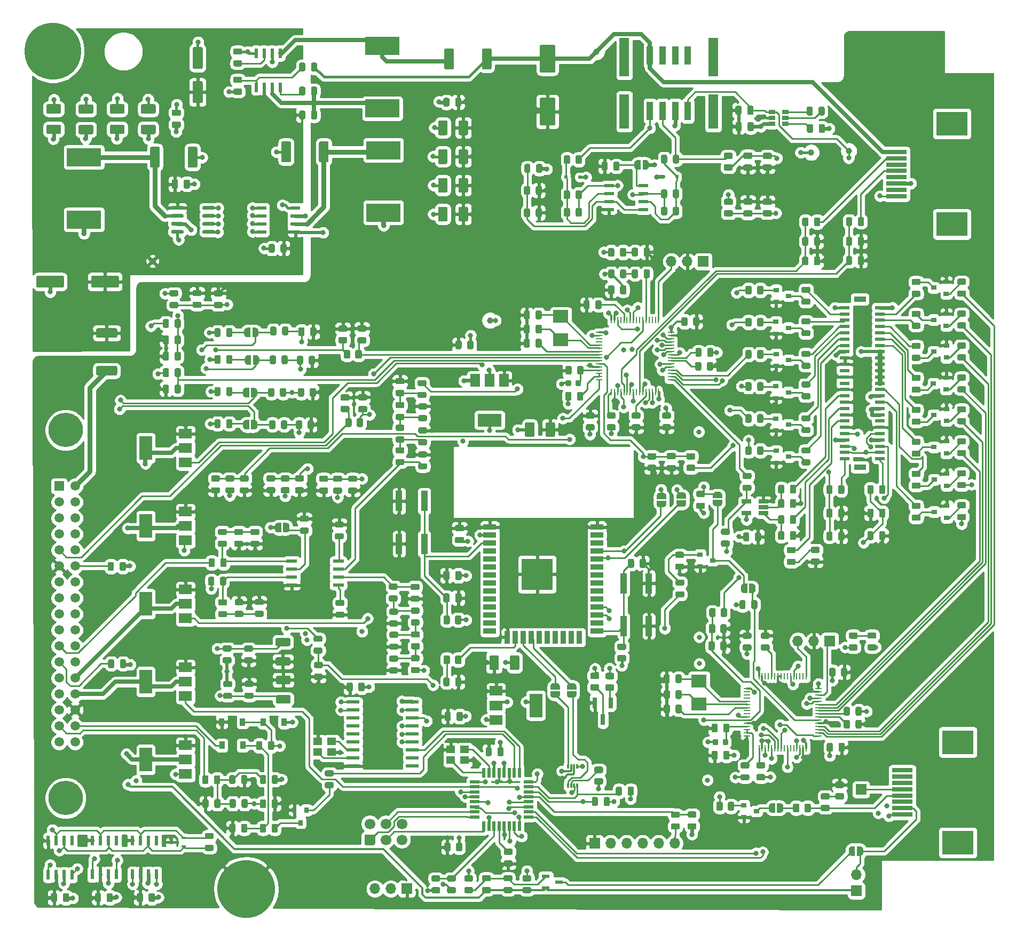
<source format=gtl>
G04 #@! TF.GenerationSoftware,KiCad,Pcbnew,5.1.8-5.1.8*
G04 #@! TF.CreationDate,2022-04-25T14:02:17+03:00*
G04 #@! TF.ProjectId,auris,61757269-732e-46b6-9963-61645f706362,rev?*
G04 #@! TF.SameCoordinates,Original*
G04 #@! TF.FileFunction,Copper,L1,Top*
G04 #@! TF.FilePolarity,Positive*
%FSLAX46Y46*%
G04 Gerber Fmt 4.6, Leading zero omitted, Abs format (unit mm)*
G04 Created by KiCad (PCBNEW 5.1.8-5.1.8) date 2022-04-25 14:02:17*
%MOMM*%
%LPD*%
G01*
G04 APERTURE LIST*
G04 #@! TA.AperFunction,SMDPad,CuDef*
%ADD10R,0.300000X0.800000*%
G04 #@! TD*
G04 #@! TA.AperFunction,SMDPad,CuDef*
%ADD11R,0.900000X0.800000*%
G04 #@! TD*
G04 #@! TA.AperFunction,SMDPad,CuDef*
%ADD12C,2.000000*%
G04 #@! TD*
G04 #@! TA.AperFunction,SMDPad,CuDef*
%ADD13R,1.000000X3.200000*%
G04 #@! TD*
G04 #@! TA.AperFunction,SMDPad,CuDef*
%ADD14R,0.700000X0.450000*%
G04 #@! TD*
G04 #@! TA.AperFunction,SMDPad,CuDef*
%ADD15R,2.000000X0.900000*%
G04 #@! TD*
G04 #@! TA.AperFunction,SMDPad,CuDef*
%ADD16R,0.900000X2.000000*%
G04 #@! TD*
G04 #@! TA.AperFunction,SMDPad,CuDef*
%ADD17R,5.000000X5.000000*%
G04 #@! TD*
G04 #@! TA.AperFunction,SMDPad,CuDef*
%ADD18R,0.650000X1.800000*%
G04 #@! TD*
G04 #@! TA.AperFunction,SMDPad,CuDef*
%ADD19C,1.000000*%
G04 #@! TD*
G04 #@! TA.AperFunction,ComponentPad*
%ADD20C,9.000000*%
G04 #@! TD*
G04 #@! TA.AperFunction,ComponentPad*
%ADD21C,9.200000*%
G04 #@! TD*
G04 #@! TA.AperFunction,SMDPad,CuDef*
%ADD22R,5.400000X2.900000*%
G04 #@! TD*
G04 #@! TA.AperFunction,SMDPad,CuDef*
%ADD23R,2.000000X0.600000*%
G04 #@! TD*
G04 #@! TA.AperFunction,SMDPad,CuDef*
%ADD24R,2.400000X2.000000*%
G04 #@! TD*
G04 #@! TA.AperFunction,SMDPad,CuDef*
%ADD25R,1.550000X0.600000*%
G04 #@! TD*
G04 #@! TA.AperFunction,SMDPad,CuDef*
%ADD26R,0.250000X1.000000*%
G04 #@! TD*
G04 #@! TA.AperFunction,SMDPad,CuDef*
%ADD27R,1.000000X0.250000*%
G04 #@! TD*
G04 #@! TA.AperFunction,SMDPad,CuDef*
%ADD28R,1.500000X2.000000*%
G04 #@! TD*
G04 #@! TA.AperFunction,SMDPad,CuDef*
%ADD29R,3.800000X2.000000*%
G04 #@! TD*
G04 #@! TA.AperFunction,SMDPad,CuDef*
%ADD30R,0.600000X1.550000*%
G04 #@! TD*
G04 #@! TA.AperFunction,SMDPad,CuDef*
%ADD31R,1.060000X0.650000*%
G04 #@! TD*
G04 #@! TA.AperFunction,SMDPad,CuDef*
%ADD32R,1.600000X0.550000*%
G04 #@! TD*
G04 #@! TA.AperFunction,SMDPad,CuDef*
%ADD33R,0.550000X1.600000*%
G04 #@! TD*
G04 #@! TA.AperFunction,SMDPad,CuDef*
%ADD34R,1.400000X1.200000*%
G04 #@! TD*
G04 #@! TA.AperFunction,ComponentPad*
%ADD35O,1.700000X1.700000*%
G04 #@! TD*
G04 #@! TA.AperFunction,ComponentPad*
%ADD36R,1.700000X1.700000*%
G04 #@! TD*
G04 #@! TA.AperFunction,SMDPad,CuDef*
%ADD37R,2.000000X1.500000*%
G04 #@! TD*
G04 #@! TA.AperFunction,SMDPad,CuDef*
%ADD38R,2.000000X3.800000*%
G04 #@! TD*
G04 #@! TA.AperFunction,SMDPad,CuDef*
%ADD39R,0.500000X0.500000*%
G04 #@! TD*
G04 #@! TA.AperFunction,SMDPad,CuDef*
%ADD40R,0.900000X1.200000*%
G04 #@! TD*
G04 #@! TA.AperFunction,SMDPad,CuDef*
%ADD41R,0.800000X0.900000*%
G04 #@! TD*
G04 #@! TA.AperFunction,SMDPad,CuDef*
%ADD42R,1.300000X0.600000*%
G04 #@! TD*
G04 #@! TA.AperFunction,SMDPad,CuDef*
%ADD43R,1.750000X0.550000*%
G04 #@! TD*
G04 #@! TA.AperFunction,SMDPad,CuDef*
%ADD44R,3.300000X0.750000*%
G04 #@! TD*
G04 #@! TA.AperFunction,SMDPad,CuDef*
%ADD45R,5.000000X3.850000*%
G04 #@! TD*
G04 #@! TA.AperFunction,SMDPad,CuDef*
%ADD46R,1.000000X3.000000*%
G04 #@! TD*
G04 #@! TA.AperFunction,SMDPad,CuDef*
%ADD47R,1.600000X5.500000*%
G04 #@! TD*
G04 #@! TA.AperFunction,SMDPad,CuDef*
%ADD48R,1.600000X6.200000*%
G04 #@! TD*
G04 #@! TA.AperFunction,ComponentPad*
%ADD49R,1.520000X1.520000*%
G04 #@! TD*
G04 #@! TA.AperFunction,ComponentPad*
%ADD50C,1.520000*%
G04 #@! TD*
G04 #@! TA.AperFunction,ComponentPad*
%ADD51C,5.460000*%
G04 #@! TD*
G04 #@! TA.AperFunction,SMDPad,CuDef*
%ADD52R,1.600200X0.609600*%
G04 #@! TD*
G04 #@! TA.AperFunction,SMDPad,CuDef*
%ADD53R,1.905000X0.939800*%
G04 #@! TD*
G04 #@! TA.AperFunction,ComponentPad*
%ADD54C,1.700000*%
G04 #@! TD*
G04 #@! TA.AperFunction,SMDPad,CuDef*
%ADD55R,1.560000X0.650000*%
G04 #@! TD*
G04 #@! TA.AperFunction,ViaPad*
%ADD56C,0.800000*%
G04 #@! TD*
G04 #@! TA.AperFunction,Conductor*
%ADD57C,0.400000*%
G04 #@! TD*
G04 #@! TA.AperFunction,Conductor*
%ADD58C,0.249800*%
G04 #@! TD*
G04 #@! TA.AperFunction,Conductor*
%ADD59C,0.300000*%
G04 #@! TD*
G04 #@! TA.AperFunction,Conductor*
%ADD60C,0.600000*%
G04 #@! TD*
G04 #@! TA.AperFunction,Conductor*
%ADD61C,0.250000*%
G04 #@! TD*
G04 #@! TA.AperFunction,Conductor*
%ADD62C,0.350000*%
G04 #@! TD*
G04 #@! TA.AperFunction,Conductor*
%ADD63C,0.800000*%
G04 #@! TD*
G04 #@! TA.AperFunction,Conductor*
%ADD64C,0.450000*%
G04 #@! TD*
G04 #@! TA.AperFunction,Conductor*
%ADD65C,0.640000*%
G04 #@! TD*
G04 #@! TA.AperFunction,Conductor*
%ADD66C,0.500000*%
G04 #@! TD*
G04 #@! TA.AperFunction,Conductor*
%ADD67C,0.650000*%
G04 #@! TD*
G04 #@! TA.AperFunction,Conductor*
%ADD68C,0.254000*%
G04 #@! TD*
G04 #@! TA.AperFunction,Conductor*
%ADD69C,2.000000*%
G04 #@! TD*
G04 APERTURE END LIST*
G04 #@! TA.AperFunction,SMDPad,CuDef*
G36*
G01*
X113960001Y-132220000D02*
X113059999Y-132220000D01*
G75*
G02*
X112810000Y-131970001I0J249999D01*
G01*
X112810000Y-131444999D01*
G75*
G02*
X113059999Y-131195000I249999J0D01*
G01*
X113960001Y-131195000D01*
G75*
G02*
X114210000Y-131444999I0J-249999D01*
G01*
X114210000Y-131970001D01*
G75*
G02*
X113960001Y-132220000I-249999J0D01*
G01*
G37*
G04 #@! TD.AperFunction*
G04 #@! TA.AperFunction,SMDPad,CuDef*
G36*
G01*
X113960001Y-134045000D02*
X113059999Y-134045000D01*
G75*
G02*
X112810000Y-133795001I0J249999D01*
G01*
X112810000Y-133269999D01*
G75*
G02*
X113059999Y-133020000I249999J0D01*
G01*
X113960001Y-133020000D01*
G75*
G02*
X114210000Y-133269999I0J-249999D01*
G01*
X114210000Y-133795001D01*
G75*
G02*
X113960001Y-134045000I-249999J0D01*
G01*
G37*
G04 #@! TD.AperFunction*
G04 #@! TA.AperFunction,SMDPad,CuDef*
G36*
G01*
X116350001Y-132240000D02*
X115449999Y-132240000D01*
G75*
G02*
X115200000Y-131990001I0J249999D01*
G01*
X115200000Y-131464999D01*
G75*
G02*
X115449999Y-131215000I249999J0D01*
G01*
X116350001Y-131215000D01*
G75*
G02*
X116600000Y-131464999I0J-249999D01*
G01*
X116600000Y-131990001D01*
G75*
G02*
X116350001Y-132240000I-249999J0D01*
G01*
G37*
G04 #@! TD.AperFunction*
G04 #@! TA.AperFunction,SMDPad,CuDef*
G36*
G01*
X116350001Y-134065000D02*
X115449999Y-134065000D01*
G75*
G02*
X115200000Y-133815001I0J249999D01*
G01*
X115200000Y-133289999D01*
G75*
G02*
X115449999Y-133040000I249999J0D01*
G01*
X116350001Y-133040000D01*
G75*
G02*
X116600000Y-133289999I0J-249999D01*
G01*
X116600000Y-133815001D01*
G75*
G02*
X116350001Y-134065000I-249999J0D01*
G01*
G37*
G04 #@! TD.AperFunction*
D10*
X110760000Y-149140000D03*
X110260000Y-149140000D03*
X109760000Y-149140000D03*
X109260000Y-149140000D03*
X109260000Y-146040000D03*
X109760000Y-146040000D03*
X110260000Y-146040000D03*
X110760000Y-146040000D03*
G04 #@! TA.AperFunction,SMDPad,CuDef*
G36*
G01*
X113689999Y-147940000D02*
X114590001Y-147940000D01*
G75*
G02*
X114840000Y-148189999I0J-249999D01*
G01*
X114840000Y-148715001D01*
G75*
G02*
X114590001Y-148965000I-249999J0D01*
G01*
X113689999Y-148965000D01*
G75*
G02*
X113440000Y-148715001I0J249999D01*
G01*
X113440000Y-148189999D01*
G75*
G02*
X113689999Y-147940000I249999J0D01*
G01*
G37*
G04 #@! TD.AperFunction*
G04 #@! TA.AperFunction,SMDPad,CuDef*
G36*
G01*
X113689999Y-146115000D02*
X114590001Y-146115000D01*
G75*
G02*
X114840000Y-146364999I0J-249999D01*
G01*
X114840000Y-146890001D01*
G75*
G02*
X114590001Y-147140000I-249999J0D01*
G01*
X113689999Y-147140000D01*
G75*
G02*
X113440000Y-146890001I0J249999D01*
G01*
X113440000Y-146364999D01*
G75*
G02*
X113689999Y-146115000I249999J0D01*
G01*
G37*
G04 #@! TD.AperFunction*
G04 #@! TA.AperFunction,SMDPad,CuDef*
G36*
G01*
X117840000Y-149533750D02*
X117840000Y-150446250D01*
G75*
G02*
X117596250Y-150690000I-243750J0D01*
G01*
X117108750Y-150690000D01*
G75*
G02*
X116865000Y-150446250I0J243750D01*
G01*
X116865000Y-149533750D01*
G75*
G02*
X117108750Y-149290000I243750J0D01*
G01*
X117596250Y-149290000D01*
G75*
G02*
X117840000Y-149533750I0J-243750D01*
G01*
G37*
G04 #@! TD.AperFunction*
G04 #@! TA.AperFunction,SMDPad,CuDef*
G36*
G01*
X119715000Y-149533750D02*
X119715000Y-150446250D01*
G75*
G02*
X119471250Y-150690000I-243750J0D01*
G01*
X118983750Y-150690000D01*
G75*
G02*
X118740000Y-150446250I0J243750D01*
G01*
X118740000Y-149533750D01*
G75*
G02*
X118983750Y-149290000I243750J0D01*
G01*
X119471250Y-149290000D01*
G75*
G02*
X119715000Y-149533750I0J-243750D01*
G01*
G37*
G04 #@! TD.AperFunction*
G04 #@! TA.AperFunction,SMDPad,CuDef*
G36*
G01*
X114040000Y-151183750D02*
X114040000Y-152096250D01*
G75*
G02*
X113796250Y-152340000I-243750J0D01*
G01*
X113308750Y-152340000D01*
G75*
G02*
X113065000Y-152096250I0J243750D01*
G01*
X113065000Y-151183750D01*
G75*
G02*
X113308750Y-150940000I243750J0D01*
G01*
X113796250Y-150940000D01*
G75*
G02*
X114040000Y-151183750I0J-243750D01*
G01*
G37*
G04 #@! TD.AperFunction*
G04 #@! TA.AperFunction,SMDPad,CuDef*
G36*
G01*
X115915000Y-151183750D02*
X115915000Y-152096250D01*
G75*
G02*
X115671250Y-152340000I-243750J0D01*
G01*
X115183750Y-152340000D01*
G75*
G02*
X114940000Y-152096250I0J243750D01*
G01*
X114940000Y-151183750D01*
G75*
G02*
X115183750Y-150940000I243750J0D01*
G01*
X115671250Y-150940000D01*
G75*
G02*
X115915000Y-151183750I0J-243750D01*
G01*
G37*
G04 #@! TD.AperFunction*
G04 #@! TA.AperFunction,SMDPad,CuDef*
G36*
G01*
X152810001Y-149510000D02*
X151909999Y-149510000D01*
G75*
G02*
X151660000Y-149260001I0J249999D01*
G01*
X151660000Y-148734999D01*
G75*
G02*
X151909999Y-148485000I249999J0D01*
G01*
X152810001Y-148485000D01*
G75*
G02*
X153060000Y-148734999I0J-249999D01*
G01*
X153060000Y-149260001D01*
G75*
G02*
X152810001Y-149510000I-249999J0D01*
G01*
G37*
G04 #@! TD.AperFunction*
G04 #@! TA.AperFunction,SMDPad,CuDef*
G36*
G01*
X152810001Y-151335000D02*
X151909999Y-151335000D01*
G75*
G02*
X151660000Y-151085001I0J249999D01*
G01*
X151660000Y-150559999D01*
G75*
G02*
X151909999Y-150310000I249999J0D01*
G01*
X152810001Y-150310000D01*
G75*
G02*
X153060000Y-150559999I0J-249999D01*
G01*
X153060000Y-151085001D01*
G75*
G02*
X152810001Y-151335000I-249999J0D01*
G01*
G37*
G04 #@! TD.AperFunction*
G04 #@! TA.AperFunction,SMDPad,CuDef*
G36*
G01*
X150520001Y-151350000D02*
X149619999Y-151350000D01*
G75*
G02*
X149370000Y-151100001I0J249999D01*
G01*
X149370000Y-150574999D01*
G75*
G02*
X149619999Y-150325000I249999J0D01*
G01*
X150520001Y-150325000D01*
G75*
G02*
X150770000Y-150574999I0J-249999D01*
G01*
X150770000Y-151100001D01*
G75*
G02*
X150520001Y-151350000I-249999J0D01*
G01*
G37*
G04 #@! TD.AperFunction*
G04 #@! TA.AperFunction,SMDPad,CuDef*
G36*
G01*
X150520001Y-153175000D02*
X149619999Y-153175000D01*
G75*
G02*
X149370000Y-152925001I0J249999D01*
G01*
X149370000Y-152399999D01*
G75*
G02*
X149619999Y-152150000I249999J0D01*
G01*
X150520001Y-152150000D01*
G75*
G02*
X150770000Y-152399999I0J-249999D01*
G01*
X150770000Y-152925001D01*
G75*
G02*
X150520001Y-153175000I-249999J0D01*
G01*
G37*
G04 #@! TD.AperFunction*
G04 #@! TA.AperFunction,SMDPad,CuDef*
G36*
G01*
X145980000Y-152219999D02*
X145980000Y-153120001D01*
G75*
G02*
X145730001Y-153370000I-249999J0D01*
G01*
X145204999Y-153370000D01*
G75*
G02*
X144955000Y-153120001I0J249999D01*
G01*
X144955000Y-152219999D01*
G75*
G02*
X145204999Y-151970000I249999J0D01*
G01*
X145730001Y-151970000D01*
G75*
G02*
X145980000Y-152219999I0J-249999D01*
G01*
G37*
G04 #@! TD.AperFunction*
G04 #@! TA.AperFunction,SMDPad,CuDef*
G36*
G01*
X147805000Y-152219999D02*
X147805000Y-153120001D01*
G75*
G02*
X147555001Y-153370000I-249999J0D01*
G01*
X147029999Y-153370000D01*
G75*
G02*
X146780000Y-153120001I0J249999D01*
G01*
X146780000Y-152219999D01*
G75*
G02*
X147029999Y-151970000I249999J0D01*
G01*
X147555001Y-151970000D01*
G75*
G02*
X147805000Y-152219999I0J-249999D01*
G01*
G37*
G04 #@! TD.AperFunction*
G04 #@! TA.AperFunction,SMDPad,CuDef*
G36*
G01*
X133820000Y-151949999D02*
X133820000Y-152850001D01*
G75*
G02*
X133570001Y-153100000I-249999J0D01*
G01*
X133044999Y-153100000D01*
G75*
G02*
X132795000Y-152850001I0J249999D01*
G01*
X132795000Y-151949999D01*
G75*
G02*
X133044999Y-151700000I249999J0D01*
G01*
X133570001Y-151700000D01*
G75*
G02*
X133820000Y-151949999I0J-249999D01*
G01*
G37*
G04 #@! TD.AperFunction*
G04 #@! TA.AperFunction,SMDPad,CuDef*
G36*
G01*
X135645000Y-151949999D02*
X135645000Y-152850001D01*
G75*
G02*
X135395001Y-153100000I-249999J0D01*
G01*
X134869999Y-153100000D01*
G75*
G02*
X134620000Y-152850001I0J249999D01*
G01*
X134620000Y-151949999D01*
G75*
G02*
X134869999Y-151700000I249999J0D01*
G01*
X135395001Y-151700000D01*
G75*
G02*
X135645000Y-151949999I0J-249999D01*
G01*
G37*
G04 #@! TD.AperFunction*
D11*
X139160000Y-153200000D03*
X137160000Y-154150000D03*
X137160000Y-152250000D03*
G04 #@! TA.AperFunction,SMDPad,CuDef*
D12*
G36*
X142930000Y-151920602D02*
G01*
X142954534Y-151920602D01*
X143003365Y-151925412D01*
X143051490Y-151934984D01*
X143098445Y-151949228D01*
X143143778Y-151968005D01*
X143187051Y-151991136D01*
X143227850Y-152018396D01*
X143265779Y-152049524D01*
X143300476Y-152084221D01*
X143331604Y-152122150D01*
X143358864Y-152162949D01*
X143381995Y-152206222D01*
X143400772Y-152251555D01*
X143415016Y-152298510D01*
X143424588Y-152346635D01*
X143429398Y-152395466D01*
X143429398Y-152420000D01*
X143430000Y-152420000D01*
X143430000Y-152920000D01*
X143429398Y-152920000D01*
X143429398Y-152944534D01*
X143424588Y-152993365D01*
X143415016Y-153041490D01*
X143400772Y-153088445D01*
X143381995Y-153133778D01*
X143358864Y-153177051D01*
X143331604Y-153217850D01*
X143300476Y-153255779D01*
X143265779Y-153290476D01*
X143227850Y-153321604D01*
X143187051Y-153348864D01*
X143143778Y-153371995D01*
X143098445Y-153390772D01*
X143051490Y-153405016D01*
X143003365Y-153414588D01*
X142954534Y-153419398D01*
X142930000Y-153419398D01*
X142930000Y-153420000D01*
X142430000Y-153420000D01*
X142430000Y-151920000D01*
X142930000Y-151920000D01*
X142930000Y-151920602D01*
G37*
G04 #@! TD.AperFunction*
G04 #@! TA.AperFunction,SMDPad,CuDef*
G36*
X142130000Y-153420000D02*
G01*
X141630000Y-153420000D01*
X141630000Y-153419398D01*
X141605466Y-153419398D01*
X141556635Y-153414588D01*
X141508510Y-153405016D01*
X141461555Y-153390772D01*
X141416222Y-153371995D01*
X141372949Y-153348864D01*
X141332150Y-153321604D01*
X141294221Y-153290476D01*
X141259524Y-153255779D01*
X141228396Y-153217850D01*
X141201136Y-153177051D01*
X141178005Y-153133778D01*
X141159228Y-153088445D01*
X141144984Y-153041490D01*
X141135412Y-152993365D01*
X141130602Y-152944534D01*
X141130602Y-152920000D01*
X141130000Y-152920000D01*
X141130000Y-152420000D01*
X141130602Y-152420000D01*
X141130602Y-152395466D01*
X141135412Y-152346635D01*
X141144984Y-152298510D01*
X141159228Y-152251555D01*
X141178005Y-152206222D01*
X141201136Y-152162949D01*
X141228396Y-152122150D01*
X141259524Y-152084221D01*
X141294221Y-152049524D01*
X141332150Y-152018396D01*
X141372949Y-151991136D01*
X141416222Y-151968005D01*
X141461555Y-151949228D01*
X141508510Y-151934984D01*
X141556635Y-151925412D01*
X141605466Y-151920602D01*
X141630000Y-151920602D01*
X141630000Y-151920000D01*
X142130000Y-151920000D01*
X142130000Y-153420000D01*
G37*
G04 #@! TD.AperFunction*
G04 #@! TA.AperFunction,SMDPad,CuDef*
G36*
G01*
X116630000Y-69955000D02*
X116630000Y-70905000D01*
G75*
G02*
X116380000Y-71155000I-250000J0D01*
G01*
X115880000Y-71155000D01*
G75*
G02*
X115630000Y-70905000I0J250000D01*
G01*
X115630000Y-69955000D01*
G75*
G02*
X115880000Y-69705000I250000J0D01*
G01*
X116380000Y-69705000D01*
G75*
G02*
X116630000Y-69955000I0J-250000D01*
G01*
G37*
G04 #@! TD.AperFunction*
G04 #@! TA.AperFunction,SMDPad,CuDef*
G36*
G01*
X118530000Y-69955000D02*
X118530000Y-70905000D01*
G75*
G02*
X118280000Y-71155000I-250000J0D01*
G01*
X117780000Y-71155000D01*
G75*
G02*
X117530000Y-70905000I0J250000D01*
G01*
X117530000Y-69955000D01*
G75*
G02*
X117780000Y-69705000I250000J0D01*
G01*
X118280000Y-69705000D01*
G75*
G02*
X118530000Y-69955000I0J-250000D01*
G01*
G37*
G04 #@! TD.AperFunction*
G04 #@! TA.AperFunction,SMDPad,CuDef*
G36*
X128009398Y-104360000D02*
G01*
X128009398Y-104384534D01*
X128004588Y-104433365D01*
X127995016Y-104481490D01*
X127980772Y-104528445D01*
X127961995Y-104573778D01*
X127938864Y-104617051D01*
X127911604Y-104657850D01*
X127880476Y-104695779D01*
X127845779Y-104730476D01*
X127807850Y-104761604D01*
X127767051Y-104788864D01*
X127723778Y-104811995D01*
X127678445Y-104830772D01*
X127631490Y-104845016D01*
X127583365Y-104854588D01*
X127534534Y-104859398D01*
X127510000Y-104859398D01*
X127510000Y-104860000D01*
X127010000Y-104860000D01*
X127010000Y-104859398D01*
X126985466Y-104859398D01*
X126936635Y-104854588D01*
X126888510Y-104845016D01*
X126841555Y-104830772D01*
X126796222Y-104811995D01*
X126752949Y-104788864D01*
X126712150Y-104761604D01*
X126674221Y-104730476D01*
X126639524Y-104695779D01*
X126608396Y-104657850D01*
X126581136Y-104617051D01*
X126558005Y-104573778D01*
X126539228Y-104528445D01*
X126524984Y-104481490D01*
X126515412Y-104433365D01*
X126510602Y-104384534D01*
X126510602Y-104360000D01*
X126510000Y-104360000D01*
X126510000Y-103860000D01*
X128010000Y-103860000D01*
X128010000Y-104360000D01*
X128009398Y-104360000D01*
G37*
G04 #@! TD.AperFunction*
G04 #@! TA.AperFunction,SMDPad,CuDef*
G36*
X126510000Y-103560000D02*
G01*
X126510000Y-103060000D01*
X126510602Y-103060000D01*
X126510602Y-103035466D01*
X126515412Y-102986635D01*
X126524984Y-102938510D01*
X126539228Y-102891555D01*
X126558005Y-102846222D01*
X126581136Y-102802949D01*
X126608396Y-102762150D01*
X126639524Y-102724221D01*
X126674221Y-102689524D01*
X126712150Y-102658396D01*
X126752949Y-102631136D01*
X126796222Y-102608005D01*
X126841555Y-102589228D01*
X126888510Y-102574984D01*
X126936635Y-102565412D01*
X126985466Y-102560602D01*
X127010000Y-102560602D01*
X127010000Y-102560000D01*
X127510000Y-102560000D01*
X127510000Y-102560602D01*
X127534534Y-102560602D01*
X127583365Y-102565412D01*
X127631490Y-102574984D01*
X127678445Y-102589228D01*
X127723778Y-102608005D01*
X127767051Y-102631136D01*
X127807850Y-102658396D01*
X127845779Y-102689524D01*
X127880476Y-102724221D01*
X127911604Y-102762150D01*
X127938864Y-102802949D01*
X127961995Y-102846222D01*
X127980772Y-102891555D01*
X127995016Y-102938510D01*
X128004588Y-102986635D01*
X128009398Y-103035466D01*
X128009398Y-103060000D01*
X128010000Y-103060000D01*
X128010000Y-103560000D01*
X126510000Y-103560000D01*
G37*
G04 #@! TD.AperFunction*
G04 #@! TA.AperFunction,SMDPad,CuDef*
G36*
X124839398Y-104430000D02*
G01*
X124839398Y-104454534D01*
X124834588Y-104503365D01*
X124825016Y-104551490D01*
X124810772Y-104598445D01*
X124791995Y-104643778D01*
X124768864Y-104687051D01*
X124741604Y-104727850D01*
X124710476Y-104765779D01*
X124675779Y-104800476D01*
X124637850Y-104831604D01*
X124597051Y-104858864D01*
X124553778Y-104881995D01*
X124508445Y-104900772D01*
X124461490Y-104915016D01*
X124413365Y-104924588D01*
X124364534Y-104929398D01*
X124340000Y-104929398D01*
X124340000Y-104930000D01*
X123840000Y-104930000D01*
X123840000Y-104929398D01*
X123815466Y-104929398D01*
X123766635Y-104924588D01*
X123718510Y-104915016D01*
X123671555Y-104900772D01*
X123626222Y-104881995D01*
X123582949Y-104858864D01*
X123542150Y-104831604D01*
X123504221Y-104800476D01*
X123469524Y-104765779D01*
X123438396Y-104727850D01*
X123411136Y-104687051D01*
X123388005Y-104643778D01*
X123369228Y-104598445D01*
X123354984Y-104551490D01*
X123345412Y-104503365D01*
X123340602Y-104454534D01*
X123340602Y-104430000D01*
X123340000Y-104430000D01*
X123340000Y-103930000D01*
X124840000Y-103930000D01*
X124840000Y-104430000D01*
X124839398Y-104430000D01*
G37*
G04 #@! TD.AperFunction*
G04 #@! TA.AperFunction,SMDPad,CuDef*
G36*
X123340000Y-103630000D02*
G01*
X123340000Y-103130000D01*
X123340602Y-103130000D01*
X123340602Y-103105466D01*
X123345412Y-103056635D01*
X123354984Y-103008510D01*
X123369228Y-102961555D01*
X123388005Y-102916222D01*
X123411136Y-102872949D01*
X123438396Y-102832150D01*
X123469524Y-102794221D01*
X123504221Y-102759524D01*
X123542150Y-102728396D01*
X123582949Y-102701136D01*
X123626222Y-102678005D01*
X123671555Y-102659228D01*
X123718510Y-102644984D01*
X123766635Y-102635412D01*
X123815466Y-102630602D01*
X123840000Y-102630602D01*
X123840000Y-102630000D01*
X124340000Y-102630000D01*
X124340000Y-102630602D01*
X124364534Y-102630602D01*
X124413365Y-102635412D01*
X124461490Y-102644984D01*
X124508445Y-102659228D01*
X124553778Y-102678005D01*
X124597051Y-102701136D01*
X124637850Y-102728396D01*
X124675779Y-102759524D01*
X124710476Y-102794221D01*
X124741604Y-102832150D01*
X124768864Y-102872949D01*
X124791995Y-102916222D01*
X124810772Y-102961555D01*
X124825016Y-103008510D01*
X124834588Y-103056635D01*
X124839398Y-103105466D01*
X124839398Y-103130000D01*
X124840000Y-103130000D01*
X124840000Y-103630000D01*
X123340000Y-103630000D01*
G37*
G04 #@! TD.AperFunction*
G04 #@! TA.AperFunction,SMDPad,CuDef*
G36*
G01*
X137440000Y-119943750D02*
X137440000Y-120856250D01*
G75*
G02*
X137196250Y-121100000I-243750J0D01*
G01*
X136708750Y-121100000D01*
G75*
G02*
X136465000Y-120856250I0J243750D01*
G01*
X136465000Y-119943750D01*
G75*
G02*
X136708750Y-119700000I243750J0D01*
G01*
X137196250Y-119700000D01*
G75*
G02*
X137440000Y-119943750I0J-243750D01*
G01*
G37*
G04 #@! TD.AperFunction*
G04 #@! TA.AperFunction,SMDPad,CuDef*
G36*
G01*
X139315000Y-119943750D02*
X139315000Y-120856250D01*
G75*
G02*
X139071250Y-121100000I-243750J0D01*
G01*
X138583750Y-121100000D01*
G75*
G02*
X138340000Y-120856250I0J243750D01*
G01*
X138340000Y-119943750D01*
G75*
G02*
X138583750Y-119700000I243750J0D01*
G01*
X139071250Y-119700000D01*
G75*
G02*
X139315000Y-119943750I0J-243750D01*
G01*
G37*
G04 #@! TD.AperFunction*
G04 #@! TA.AperFunction,SMDPad,CuDef*
G36*
X109114602Y-133358000D02*
G01*
X109114602Y-133333466D01*
X109119412Y-133284635D01*
X109128984Y-133236510D01*
X109143228Y-133189555D01*
X109162005Y-133144222D01*
X109185136Y-133100949D01*
X109212396Y-133060150D01*
X109243524Y-133022221D01*
X109278221Y-132987524D01*
X109316150Y-132956396D01*
X109356949Y-132929136D01*
X109400222Y-132906005D01*
X109445555Y-132887228D01*
X109492510Y-132872984D01*
X109540635Y-132863412D01*
X109589466Y-132858602D01*
X109614000Y-132858602D01*
X109614000Y-132858000D01*
X110114000Y-132858000D01*
X110114000Y-132858602D01*
X110138534Y-132858602D01*
X110187365Y-132863412D01*
X110235490Y-132872984D01*
X110282445Y-132887228D01*
X110327778Y-132906005D01*
X110371051Y-132929136D01*
X110411850Y-132956396D01*
X110449779Y-132987524D01*
X110484476Y-133022221D01*
X110515604Y-133060150D01*
X110542864Y-133100949D01*
X110565995Y-133144222D01*
X110584772Y-133189555D01*
X110599016Y-133236510D01*
X110608588Y-133284635D01*
X110613398Y-133333466D01*
X110613398Y-133358000D01*
X110614000Y-133358000D01*
X110614000Y-133858000D01*
X109114000Y-133858000D01*
X109114000Y-133358000D01*
X109114602Y-133358000D01*
G37*
G04 #@! TD.AperFunction*
G04 #@! TA.AperFunction,SMDPad,CuDef*
G36*
X110614000Y-134158000D02*
G01*
X110614000Y-134658000D01*
X110613398Y-134658000D01*
X110613398Y-134682534D01*
X110608588Y-134731365D01*
X110599016Y-134779490D01*
X110584772Y-134826445D01*
X110565995Y-134871778D01*
X110542864Y-134915051D01*
X110515604Y-134955850D01*
X110484476Y-134993779D01*
X110449779Y-135028476D01*
X110411850Y-135059604D01*
X110371051Y-135086864D01*
X110327778Y-135109995D01*
X110282445Y-135128772D01*
X110235490Y-135143016D01*
X110187365Y-135152588D01*
X110138534Y-135157398D01*
X110114000Y-135157398D01*
X110114000Y-135158000D01*
X109614000Y-135158000D01*
X109614000Y-135157398D01*
X109589466Y-135157398D01*
X109540635Y-135152588D01*
X109492510Y-135143016D01*
X109445555Y-135128772D01*
X109400222Y-135109995D01*
X109356949Y-135086864D01*
X109316150Y-135059604D01*
X109278221Y-135028476D01*
X109243524Y-134993779D01*
X109212396Y-134955850D01*
X109185136Y-134915051D01*
X109162005Y-134871778D01*
X109143228Y-134826445D01*
X109128984Y-134779490D01*
X109119412Y-134731365D01*
X109114602Y-134682534D01*
X109114602Y-134658000D01*
X109114000Y-134658000D01*
X109114000Y-134158000D01*
X110614000Y-134158000D01*
G37*
G04 #@! TD.AperFunction*
G04 #@! TA.AperFunction,SMDPad,CuDef*
G36*
X106484602Y-133358000D02*
G01*
X106484602Y-133333466D01*
X106489412Y-133284635D01*
X106498984Y-133236510D01*
X106513228Y-133189555D01*
X106532005Y-133144222D01*
X106555136Y-133100949D01*
X106582396Y-133060150D01*
X106613524Y-133022221D01*
X106648221Y-132987524D01*
X106686150Y-132956396D01*
X106726949Y-132929136D01*
X106770222Y-132906005D01*
X106815555Y-132887228D01*
X106862510Y-132872984D01*
X106910635Y-132863412D01*
X106959466Y-132858602D01*
X106984000Y-132858602D01*
X106984000Y-132858000D01*
X107484000Y-132858000D01*
X107484000Y-132858602D01*
X107508534Y-132858602D01*
X107557365Y-132863412D01*
X107605490Y-132872984D01*
X107652445Y-132887228D01*
X107697778Y-132906005D01*
X107741051Y-132929136D01*
X107781850Y-132956396D01*
X107819779Y-132987524D01*
X107854476Y-133022221D01*
X107885604Y-133060150D01*
X107912864Y-133100949D01*
X107935995Y-133144222D01*
X107954772Y-133189555D01*
X107969016Y-133236510D01*
X107978588Y-133284635D01*
X107983398Y-133333466D01*
X107983398Y-133358000D01*
X107984000Y-133358000D01*
X107984000Y-133858000D01*
X106484000Y-133858000D01*
X106484000Y-133358000D01*
X106484602Y-133358000D01*
G37*
G04 #@! TD.AperFunction*
G04 #@! TA.AperFunction,SMDPad,CuDef*
G36*
X107984000Y-134158000D02*
G01*
X107984000Y-134658000D01*
X107983398Y-134658000D01*
X107983398Y-134682534D01*
X107978588Y-134731365D01*
X107969016Y-134779490D01*
X107954772Y-134826445D01*
X107935995Y-134871778D01*
X107912864Y-134915051D01*
X107885604Y-134955850D01*
X107854476Y-134993779D01*
X107819779Y-135028476D01*
X107781850Y-135059604D01*
X107741051Y-135086864D01*
X107697778Y-135109995D01*
X107652445Y-135128772D01*
X107605490Y-135143016D01*
X107557365Y-135152588D01*
X107508534Y-135157398D01*
X107484000Y-135157398D01*
X107484000Y-135158000D01*
X106984000Y-135158000D01*
X106984000Y-135157398D01*
X106959466Y-135157398D01*
X106910635Y-135152588D01*
X106862510Y-135143016D01*
X106815555Y-135128772D01*
X106770222Y-135109995D01*
X106726949Y-135086864D01*
X106686150Y-135059604D01*
X106648221Y-135028476D01*
X106613524Y-134993779D01*
X106582396Y-134955850D01*
X106555136Y-134915051D01*
X106532005Y-134871778D01*
X106513228Y-134826445D01*
X106498984Y-134779490D01*
X106489412Y-134731365D01*
X106484602Y-134682534D01*
X106484602Y-134658000D01*
X106484000Y-134658000D01*
X106484000Y-134158000D01*
X107984000Y-134158000D01*
G37*
G04 #@! TD.AperFunction*
D13*
X122090000Y-117000000D03*
X122090000Y-123800000D03*
X118090000Y-123800000D03*
X118090000Y-117000000D03*
G04 #@! TA.AperFunction,SMDPad,CuDef*
G36*
G01*
X118250001Y-127590000D02*
X117349999Y-127590000D01*
G75*
G02*
X117100000Y-127340001I0J249999D01*
G01*
X117100000Y-126814999D01*
G75*
G02*
X117349999Y-126565000I249999J0D01*
G01*
X118250001Y-126565000D01*
G75*
G02*
X118500000Y-126814999I0J-249999D01*
G01*
X118500000Y-127340001D01*
G75*
G02*
X118250001Y-127590000I-249999J0D01*
G01*
G37*
G04 #@! TD.AperFunction*
G04 #@! TA.AperFunction,SMDPad,CuDef*
G36*
G01*
X118250001Y-129415000D02*
X117349999Y-129415000D01*
G75*
G02*
X117100000Y-129165001I0J249999D01*
G01*
X117100000Y-128639999D01*
G75*
G02*
X117349999Y-128390000I249999J0D01*
G01*
X118250001Y-128390000D01*
G75*
G02*
X118500000Y-128639999I0J-249999D01*
G01*
X118500000Y-129165001D01*
G75*
G02*
X118250001Y-129415000I-249999J0D01*
G01*
G37*
G04 #@! TD.AperFunction*
G04 #@! TA.AperFunction,SMDPad,CuDef*
G36*
G01*
X90560000Y-128703999D02*
X90560000Y-129604001D01*
G75*
G02*
X90310001Y-129854000I-249999J0D01*
G01*
X89784999Y-129854000D01*
G75*
G02*
X89535000Y-129604001I0J249999D01*
G01*
X89535000Y-128703999D01*
G75*
G02*
X89784999Y-128454000I249999J0D01*
G01*
X90310001Y-128454000D01*
G75*
G02*
X90560000Y-128703999I0J-249999D01*
G01*
G37*
G04 #@! TD.AperFunction*
G04 #@! TA.AperFunction,SMDPad,CuDef*
G36*
G01*
X92385000Y-128703999D02*
X92385000Y-129604001D01*
G75*
G02*
X92135001Y-129854000I-249999J0D01*
G01*
X91609999Y-129854000D01*
G75*
G02*
X91360000Y-129604001I0J249999D01*
G01*
X91360000Y-128703999D01*
G75*
G02*
X91609999Y-128454000I249999J0D01*
G01*
X92135001Y-128454000D01*
G75*
G02*
X92385000Y-128703999I0J-249999D01*
G01*
G37*
G04 #@! TD.AperFunction*
D14*
X46310000Y-158110000D03*
X48310000Y-157460000D03*
X48310000Y-158760000D03*
G04 #@! TA.AperFunction,SMDPad,CuDef*
G36*
G01*
X90490000Y-132213750D02*
X90490000Y-133126250D01*
G75*
G02*
X90246250Y-133370000I-243750J0D01*
G01*
X89758750Y-133370000D01*
G75*
G02*
X89515000Y-133126250I0J243750D01*
G01*
X89515000Y-132213750D01*
G75*
G02*
X89758750Y-131970000I243750J0D01*
G01*
X90246250Y-131970000D01*
G75*
G02*
X90490000Y-132213750I0J-243750D01*
G01*
G37*
G04 #@! TD.AperFunction*
G04 #@! TA.AperFunction,SMDPad,CuDef*
G36*
G01*
X92365000Y-132213750D02*
X92365000Y-133126250D01*
G75*
G02*
X92121250Y-133370000I-243750J0D01*
G01*
X91633750Y-133370000D01*
G75*
G02*
X91390000Y-133126250I0J243750D01*
G01*
X91390000Y-132213750D01*
G75*
G02*
X91633750Y-131970000I243750J0D01*
G01*
X92121250Y-131970000D01*
G75*
G02*
X92365000Y-132213750I0J-243750D01*
G01*
G37*
G04 #@! TD.AperFunction*
G04 #@! TA.AperFunction,SMDPad,CuDef*
G36*
G01*
X119750000Y-113365000D02*
X119750000Y-114315000D01*
G75*
G02*
X119500000Y-114565000I-250000J0D01*
G01*
X119000000Y-114565000D01*
G75*
G02*
X118750000Y-114315000I0J250000D01*
G01*
X118750000Y-113365000D01*
G75*
G02*
X119000000Y-113115000I250000J0D01*
G01*
X119500000Y-113115000D01*
G75*
G02*
X119750000Y-113365000I0J-250000D01*
G01*
G37*
G04 #@! TD.AperFunction*
G04 #@! TA.AperFunction,SMDPad,CuDef*
G36*
G01*
X121650000Y-113365000D02*
X121650000Y-114315000D01*
G75*
G02*
X121400000Y-114565000I-250000J0D01*
G01*
X120900000Y-114565000D01*
G75*
G02*
X120650000Y-114315000I0J250000D01*
G01*
X120650000Y-113365000D01*
G75*
G02*
X120900000Y-113115000I250000J0D01*
G01*
X121400000Y-113115000D01*
G75*
G02*
X121650000Y-113365000I0J-250000D01*
G01*
G37*
G04 #@! TD.AperFunction*
D15*
X113880000Y-108075000D03*
X113880000Y-109345000D03*
X113880000Y-110615000D03*
X113880000Y-111885000D03*
X113880000Y-113155000D03*
X113880000Y-114425000D03*
X113880000Y-115695000D03*
X113880000Y-116965000D03*
X113880000Y-118235000D03*
X113880000Y-119505000D03*
X113880000Y-120775000D03*
X113880000Y-122045000D03*
X113880000Y-123315000D03*
X113880000Y-124585000D03*
D16*
X111095000Y-125585000D03*
X109825000Y-125585000D03*
X108555000Y-125585000D03*
X107285000Y-125585000D03*
X106015000Y-125585000D03*
X104745000Y-125585000D03*
X103475000Y-125585000D03*
X102205000Y-125585000D03*
X100935000Y-125585000D03*
X99665000Y-125585000D03*
D15*
X96880000Y-124585000D03*
X96880000Y-123315000D03*
X96880000Y-122045000D03*
X96880000Y-120775000D03*
X96880000Y-119505000D03*
X96880000Y-118235000D03*
X96880000Y-116965000D03*
X96880000Y-115695000D03*
X96880000Y-114425000D03*
X96880000Y-113155000D03*
X96880000Y-111885000D03*
X96880000Y-110615000D03*
X96880000Y-109345000D03*
X96880000Y-108075000D03*
D17*
X104380000Y-115575000D03*
D13*
X82490000Y-110750000D03*
X82490000Y-103950000D03*
X86490000Y-103950000D03*
X86490000Y-110750000D03*
G04 #@! TA.AperFunction,SMDPad,CuDef*
G36*
G01*
X90550000Y-122371999D02*
X90550000Y-123272001D01*
G75*
G02*
X90300001Y-123522000I-249999J0D01*
G01*
X89774999Y-123522000D01*
G75*
G02*
X89525000Y-123272001I0J249999D01*
G01*
X89525000Y-122371999D01*
G75*
G02*
X89774999Y-122122000I249999J0D01*
G01*
X90300001Y-122122000D01*
G75*
G02*
X90550000Y-122371999I0J-249999D01*
G01*
G37*
G04 #@! TD.AperFunction*
G04 #@! TA.AperFunction,SMDPad,CuDef*
G36*
G01*
X92375000Y-122371999D02*
X92375000Y-123272001D01*
G75*
G02*
X92125001Y-123522000I-249999J0D01*
G01*
X91599999Y-123522000D01*
G75*
G02*
X91350000Y-123272001I0J249999D01*
G01*
X91350000Y-122371999D01*
G75*
G02*
X91599999Y-122122000I249999J0D01*
G01*
X92125001Y-122122000D01*
G75*
G02*
X92375000Y-122371999I0J-249999D01*
G01*
G37*
G04 #@! TD.AperFunction*
D18*
X114810000Y-138660000D03*
X113540000Y-135960000D03*
X116080000Y-135960000D03*
G04 #@! TA.AperFunction,SMDPad,CuDef*
G36*
G01*
X90500000Y-115315000D02*
X90500000Y-116265000D01*
G75*
G02*
X90250000Y-116515000I-250000J0D01*
G01*
X89750000Y-116515000D01*
G75*
G02*
X89500000Y-116265000I0J250000D01*
G01*
X89500000Y-115315000D01*
G75*
G02*
X89750000Y-115065000I250000J0D01*
G01*
X90250000Y-115065000D01*
G75*
G02*
X90500000Y-115315000I0J-250000D01*
G01*
G37*
G04 #@! TD.AperFunction*
G04 #@! TA.AperFunction,SMDPad,CuDef*
G36*
G01*
X92400000Y-115315000D02*
X92400000Y-116265000D01*
G75*
G02*
X92150000Y-116515000I-250000J0D01*
G01*
X91650000Y-116515000D01*
G75*
G02*
X91400000Y-116265000I0J250000D01*
G01*
X91400000Y-115315000D01*
G75*
G02*
X91650000Y-115065000I250000J0D01*
G01*
X92150000Y-115065000D01*
G75*
G02*
X92400000Y-115315000I0J-250000D01*
G01*
G37*
G04 #@! TD.AperFunction*
G04 #@! TA.AperFunction,SMDPad,CuDef*
G36*
G01*
X92545000Y-108740000D02*
X91595000Y-108740000D01*
G75*
G02*
X91345000Y-108490000I0J250000D01*
G01*
X91345000Y-107990000D01*
G75*
G02*
X91595000Y-107740000I250000J0D01*
G01*
X92545000Y-107740000D01*
G75*
G02*
X92795000Y-107990000I0J-250000D01*
G01*
X92795000Y-108490000D01*
G75*
G02*
X92545000Y-108740000I-250000J0D01*
G01*
G37*
G04 #@! TD.AperFunction*
G04 #@! TA.AperFunction,SMDPad,CuDef*
G36*
G01*
X92545000Y-110640000D02*
X91595000Y-110640000D01*
G75*
G02*
X91345000Y-110390000I0J250000D01*
G01*
X91345000Y-109890000D01*
G75*
G02*
X91595000Y-109640000I250000J0D01*
G01*
X92545000Y-109640000D01*
G75*
G02*
X92795000Y-109890000I0J-250000D01*
G01*
X92795000Y-110390000D01*
G75*
G02*
X92545000Y-110640000I-250000J0D01*
G01*
G37*
G04 #@! TD.AperFunction*
G04 #@! TA.AperFunction,SMDPad,CuDef*
G36*
G01*
X91400000Y-119796000D02*
X91400000Y-118846000D01*
G75*
G02*
X91650000Y-118596000I250000J0D01*
G01*
X92150000Y-118596000D01*
G75*
G02*
X92400000Y-118846000I0J-250000D01*
G01*
X92400000Y-119796000D01*
G75*
G02*
X92150000Y-120046000I-250000J0D01*
G01*
X91650000Y-120046000D01*
G75*
G02*
X91400000Y-119796000I0J250000D01*
G01*
G37*
G04 #@! TD.AperFunction*
G04 #@! TA.AperFunction,SMDPad,CuDef*
G36*
G01*
X89500000Y-119796000D02*
X89500000Y-118846000D01*
G75*
G02*
X89750000Y-118596000I250000J0D01*
G01*
X90250000Y-118596000D01*
G75*
G02*
X90500000Y-118846000I0J-250000D01*
G01*
X90500000Y-119796000D01*
G75*
G02*
X90250000Y-120046000I-250000J0D01*
G01*
X89750000Y-120046000D01*
G75*
G02*
X89500000Y-119796000I0J250000D01*
G01*
G37*
G04 #@! TD.AperFunction*
D19*
X113786000Y-32644600D03*
X153794000Y-48359000D03*
X96920000Y-75270000D03*
X43380000Y-65859400D03*
X147850000Y-48620000D03*
D20*
X27570000Y-32540000D03*
D21*
X58230000Y-165520000D03*
G04 #@! TA.AperFunction,SMDPad,CuDef*
G36*
G01*
X92400000Y-78713750D02*
X92400000Y-79626250D01*
G75*
G02*
X92156250Y-79870000I-243750J0D01*
G01*
X91668750Y-79870000D01*
G75*
G02*
X91425000Y-79626250I0J243750D01*
G01*
X91425000Y-78713750D01*
G75*
G02*
X91668750Y-78470000I243750J0D01*
G01*
X92156250Y-78470000D01*
G75*
G02*
X92400000Y-78713750I0J-243750D01*
G01*
G37*
G04 #@! TD.AperFunction*
G04 #@! TA.AperFunction,SMDPad,CuDef*
G36*
G01*
X94275000Y-78713750D02*
X94275000Y-79626250D01*
G75*
G02*
X94031250Y-79870000I-243750J0D01*
G01*
X93543750Y-79870000D01*
G75*
G02*
X93300000Y-79626250I0J243750D01*
G01*
X93300000Y-78713750D01*
G75*
G02*
X93543750Y-78470000I243750J0D01*
G01*
X94031250Y-78470000D01*
G75*
G02*
X94275000Y-78713750I0J-243750D01*
G01*
G37*
G04 #@! TD.AperFunction*
G04 #@! TA.AperFunction,SMDPad,CuDef*
G36*
G01*
X46350000Y-57555000D02*
X46350000Y-57255000D01*
G75*
G02*
X46500000Y-57105000I150000J0D01*
G01*
X48150000Y-57105000D01*
G75*
G02*
X48300000Y-57255000I0J-150000D01*
G01*
X48300000Y-57555000D01*
G75*
G02*
X48150000Y-57705000I-150000J0D01*
G01*
X46500000Y-57705000D01*
G75*
G02*
X46350000Y-57555000I0J150000D01*
G01*
G37*
G04 #@! TD.AperFunction*
G04 #@! TA.AperFunction,SMDPad,CuDef*
G36*
G01*
X46350000Y-58825000D02*
X46350000Y-58525000D01*
G75*
G02*
X46500000Y-58375000I150000J0D01*
G01*
X48150000Y-58375000D01*
G75*
G02*
X48300000Y-58525000I0J-150000D01*
G01*
X48300000Y-58825000D01*
G75*
G02*
X48150000Y-58975000I-150000J0D01*
G01*
X46500000Y-58975000D01*
G75*
G02*
X46350000Y-58825000I0J150000D01*
G01*
G37*
G04 #@! TD.AperFunction*
G04 #@! TA.AperFunction,SMDPad,CuDef*
G36*
G01*
X46350000Y-60095000D02*
X46350000Y-59795000D01*
G75*
G02*
X46500000Y-59645000I150000J0D01*
G01*
X48150000Y-59645000D01*
G75*
G02*
X48300000Y-59795000I0J-150000D01*
G01*
X48300000Y-60095000D01*
G75*
G02*
X48150000Y-60245000I-150000J0D01*
G01*
X46500000Y-60245000D01*
G75*
G02*
X46350000Y-60095000I0J150000D01*
G01*
G37*
G04 #@! TD.AperFunction*
G04 #@! TA.AperFunction,SMDPad,CuDef*
G36*
G01*
X46350000Y-61365000D02*
X46350000Y-61065000D01*
G75*
G02*
X46500000Y-60915000I150000J0D01*
G01*
X48150000Y-60915000D01*
G75*
G02*
X48300000Y-61065000I0J-150000D01*
G01*
X48300000Y-61365000D01*
G75*
G02*
X48150000Y-61515000I-150000J0D01*
G01*
X46500000Y-61515000D01*
G75*
G02*
X46350000Y-61365000I0J150000D01*
G01*
G37*
G04 #@! TD.AperFunction*
G04 #@! TA.AperFunction,SMDPad,CuDef*
G36*
G01*
X51300000Y-61365000D02*
X51300000Y-61065000D01*
G75*
G02*
X51450000Y-60915000I150000J0D01*
G01*
X53100000Y-60915000D01*
G75*
G02*
X53250000Y-61065000I0J-150000D01*
G01*
X53250000Y-61365000D01*
G75*
G02*
X53100000Y-61515000I-150000J0D01*
G01*
X51450000Y-61515000D01*
G75*
G02*
X51300000Y-61365000I0J150000D01*
G01*
G37*
G04 #@! TD.AperFunction*
G04 #@! TA.AperFunction,SMDPad,CuDef*
G36*
G01*
X51300000Y-60095000D02*
X51300000Y-59795000D01*
G75*
G02*
X51450000Y-59645000I150000J0D01*
G01*
X53100000Y-59645000D01*
G75*
G02*
X53250000Y-59795000I0J-150000D01*
G01*
X53250000Y-60095000D01*
G75*
G02*
X53100000Y-60245000I-150000J0D01*
G01*
X51450000Y-60245000D01*
G75*
G02*
X51300000Y-60095000I0J150000D01*
G01*
G37*
G04 #@! TD.AperFunction*
G04 #@! TA.AperFunction,SMDPad,CuDef*
G36*
G01*
X51300000Y-58825000D02*
X51300000Y-58525000D01*
G75*
G02*
X51450000Y-58375000I150000J0D01*
G01*
X53100000Y-58375000D01*
G75*
G02*
X53250000Y-58525000I0J-150000D01*
G01*
X53250000Y-58825000D01*
G75*
G02*
X53100000Y-58975000I-150000J0D01*
G01*
X51450000Y-58975000D01*
G75*
G02*
X51300000Y-58825000I0J150000D01*
G01*
G37*
G04 #@! TD.AperFunction*
G04 #@! TA.AperFunction,SMDPad,CuDef*
G36*
G01*
X51300000Y-57555000D02*
X51300000Y-57255000D01*
G75*
G02*
X51450000Y-57105000I150000J0D01*
G01*
X53100000Y-57105000D01*
G75*
G02*
X53250000Y-57255000I0J-150000D01*
G01*
X53250000Y-57555000D01*
G75*
G02*
X53100000Y-57705000I-150000J0D01*
G01*
X51450000Y-57705000D01*
G75*
G02*
X51300000Y-57555000I0J150000D01*
G01*
G37*
G04 #@! TD.AperFunction*
G04 #@! TA.AperFunction,SMDPad,CuDef*
G36*
G01*
X104166000Y-58646250D02*
X104166000Y-57733750D01*
G75*
G02*
X104409750Y-57490000I243750J0D01*
G01*
X104897250Y-57490000D01*
G75*
G02*
X105141000Y-57733750I0J-243750D01*
G01*
X105141000Y-58646250D01*
G75*
G02*
X104897250Y-58890000I-243750J0D01*
G01*
X104409750Y-58890000D01*
G75*
G02*
X104166000Y-58646250I0J243750D01*
G01*
G37*
G04 #@! TD.AperFunction*
G04 #@! TA.AperFunction,SMDPad,CuDef*
G36*
G01*
X102291000Y-58646250D02*
X102291000Y-57733750D01*
G75*
G02*
X102534750Y-57490000I243750J0D01*
G01*
X103022250Y-57490000D01*
G75*
G02*
X103266000Y-57733750I0J-243750D01*
G01*
X103266000Y-58646250D01*
G75*
G02*
X103022250Y-58890000I-243750J0D01*
G01*
X102534750Y-58890000D01*
G75*
G02*
X102291000Y-58646250I0J243750D01*
G01*
G37*
G04 #@! TD.AperFunction*
G04 #@! TA.AperFunction,SMDPad,CuDef*
G36*
G01*
X104216000Y-51596250D02*
X104216000Y-50683750D01*
G75*
G02*
X104459750Y-50440000I243750J0D01*
G01*
X104947250Y-50440000D01*
G75*
G02*
X105191000Y-50683750I0J-243750D01*
G01*
X105191000Y-51596250D01*
G75*
G02*
X104947250Y-51840000I-243750J0D01*
G01*
X104459750Y-51840000D01*
G75*
G02*
X104216000Y-51596250I0J243750D01*
G01*
G37*
G04 #@! TD.AperFunction*
G04 #@! TA.AperFunction,SMDPad,CuDef*
G36*
G01*
X102341000Y-51596250D02*
X102341000Y-50683750D01*
G75*
G02*
X102584750Y-50440000I243750J0D01*
G01*
X103072250Y-50440000D01*
G75*
G02*
X103316000Y-50683750I0J-243750D01*
G01*
X103316000Y-51596250D01*
G75*
G02*
X103072250Y-51840000I-243750J0D01*
G01*
X102584750Y-51840000D01*
G75*
G02*
X102341000Y-51596250I0J243750D01*
G01*
G37*
G04 #@! TD.AperFunction*
G04 #@! TA.AperFunction,SMDPad,CuDef*
G36*
G01*
X104166000Y-55096250D02*
X104166000Y-54183750D01*
G75*
G02*
X104409750Y-53940000I243750J0D01*
G01*
X104897250Y-53940000D01*
G75*
G02*
X105141000Y-54183750I0J-243750D01*
G01*
X105141000Y-55096250D01*
G75*
G02*
X104897250Y-55340000I-243750J0D01*
G01*
X104409750Y-55340000D01*
G75*
G02*
X104166000Y-55096250I0J243750D01*
G01*
G37*
G04 #@! TD.AperFunction*
G04 #@! TA.AperFunction,SMDPad,CuDef*
G36*
G01*
X102291000Y-55096250D02*
X102291000Y-54183750D01*
G75*
G02*
X102534750Y-53940000I243750J0D01*
G01*
X103022250Y-53940000D01*
G75*
G02*
X103266000Y-54183750I0J-243750D01*
G01*
X103266000Y-55096250D01*
G75*
G02*
X103022250Y-55340000I-243750J0D01*
G01*
X102534750Y-55340000D01*
G75*
G02*
X102291000Y-55096250I0J243750D01*
G01*
G37*
G04 #@! TD.AperFunction*
G04 #@! TA.AperFunction,SMDPad,CuDef*
G36*
G01*
X67622000Y-42215750D02*
X67622000Y-43128250D01*
G75*
G02*
X67378250Y-43372000I-243750J0D01*
G01*
X66890750Y-43372000D01*
G75*
G02*
X66647000Y-43128250I0J243750D01*
G01*
X66647000Y-42215750D01*
G75*
G02*
X66890750Y-41972000I243750J0D01*
G01*
X67378250Y-41972000D01*
G75*
G02*
X67622000Y-42215750I0J-243750D01*
G01*
G37*
G04 #@! TD.AperFunction*
G04 #@! TA.AperFunction,SMDPad,CuDef*
G36*
G01*
X69497000Y-42215750D02*
X69497000Y-43128250D01*
G75*
G02*
X69253250Y-43372000I-243750J0D01*
G01*
X68765750Y-43372000D01*
G75*
G02*
X68522000Y-43128250I0J243750D01*
G01*
X68522000Y-42215750D01*
G75*
G02*
X68765750Y-41972000I243750J0D01*
G01*
X69253250Y-41972000D01*
G75*
G02*
X69497000Y-42215750I0J-243750D01*
G01*
G37*
G04 #@! TD.AperFunction*
D22*
X79840000Y-31730000D03*
X79840000Y-41630000D03*
D23*
X84600000Y-135870000D03*
X84600000Y-137140000D03*
X84600000Y-138410000D03*
X84600000Y-139680000D03*
X84600000Y-140950000D03*
X84600000Y-142220000D03*
X84600000Y-143490000D03*
X84600000Y-144760000D03*
X84600000Y-146030000D03*
X75200000Y-146030000D03*
X75200000Y-144760000D03*
X75200000Y-143490000D03*
X75200000Y-142220000D03*
X75200000Y-140950000D03*
X75200000Y-139680000D03*
X75200000Y-138410000D03*
X75200000Y-137140000D03*
X75200000Y-135870000D03*
G04 #@! TA.AperFunction,SMDPad,CuDef*
G36*
G01*
X55080000Y-81931250D02*
X55080000Y-81018750D01*
G75*
G02*
X55323750Y-80775000I243750J0D01*
G01*
X55811250Y-80775000D01*
G75*
G02*
X56055000Y-81018750I0J-243750D01*
G01*
X56055000Y-81931250D01*
G75*
G02*
X55811250Y-82175000I-243750J0D01*
G01*
X55323750Y-82175000D01*
G75*
G02*
X55080000Y-81931250I0J243750D01*
G01*
G37*
G04 #@! TD.AperFunction*
G04 #@! TA.AperFunction,SMDPad,CuDef*
G36*
G01*
X53205000Y-81931250D02*
X53205000Y-81018750D01*
G75*
G02*
X53448750Y-80775000I243750J0D01*
G01*
X53936250Y-80775000D01*
G75*
G02*
X54180000Y-81018750I0J-243750D01*
G01*
X54180000Y-81931250D01*
G75*
G02*
X53936250Y-82175000I-243750J0D01*
G01*
X53448750Y-82175000D01*
G75*
G02*
X53205000Y-81931250I0J243750D01*
G01*
G37*
G04 #@! TD.AperFunction*
G04 #@! TA.AperFunction,SMDPad,CuDef*
G36*
G01*
X51923750Y-158520000D02*
X52836250Y-158520000D01*
G75*
G02*
X53080000Y-158763750I0J-243750D01*
G01*
X53080000Y-159251250D01*
G75*
G02*
X52836250Y-159495000I-243750J0D01*
G01*
X51923750Y-159495000D01*
G75*
G02*
X51680000Y-159251250I0J243750D01*
G01*
X51680000Y-158763750D01*
G75*
G02*
X51923750Y-158520000I243750J0D01*
G01*
G37*
G04 #@! TD.AperFunction*
G04 #@! TA.AperFunction,SMDPad,CuDef*
G36*
G01*
X51923750Y-156645000D02*
X52836250Y-156645000D01*
G75*
G02*
X53080000Y-156888750I0J-243750D01*
G01*
X53080000Y-157376250D01*
G75*
G02*
X52836250Y-157620000I-243750J0D01*
G01*
X51923750Y-157620000D01*
G75*
G02*
X51680000Y-157376250I0J243750D01*
G01*
X51680000Y-156888750D01*
G75*
G02*
X51923750Y-156645000I243750J0D01*
G01*
G37*
G04 #@! TD.AperFunction*
G04 #@! TA.AperFunction,SMDPad,CuDef*
G36*
G01*
X55080000Y-77651250D02*
X55080000Y-76738750D01*
G75*
G02*
X55323750Y-76495000I243750J0D01*
G01*
X55811250Y-76495000D01*
G75*
G02*
X56055000Y-76738750I0J-243750D01*
G01*
X56055000Y-77651250D01*
G75*
G02*
X55811250Y-77895000I-243750J0D01*
G01*
X55323750Y-77895000D01*
G75*
G02*
X55080000Y-77651250I0J243750D01*
G01*
G37*
G04 #@! TD.AperFunction*
G04 #@! TA.AperFunction,SMDPad,CuDef*
G36*
G01*
X53205000Y-77651250D02*
X53205000Y-76738750D01*
G75*
G02*
X53448750Y-76495000I243750J0D01*
G01*
X53936250Y-76495000D01*
G75*
G02*
X54180000Y-76738750I0J-243750D01*
G01*
X54180000Y-77651250D01*
G75*
G02*
X53936250Y-77895000I-243750J0D01*
G01*
X53448750Y-77895000D01*
G75*
G02*
X53205000Y-77651250I0J243750D01*
G01*
G37*
G04 #@! TD.AperFunction*
G04 #@! TA.AperFunction,SMDPad,CuDef*
G36*
G01*
X105715000Y-93535000D02*
X105715000Y-91685000D01*
G75*
G02*
X105965000Y-91435000I250000J0D01*
G01*
X106965000Y-91435000D01*
G75*
G02*
X107215000Y-91685000I0J-250000D01*
G01*
X107215000Y-93535000D01*
G75*
G02*
X106965000Y-93785000I-250000J0D01*
G01*
X105965000Y-93785000D01*
G75*
G02*
X105715000Y-93535000I0J250000D01*
G01*
G37*
G04 #@! TD.AperFunction*
G04 #@! TA.AperFunction,SMDPad,CuDef*
G36*
G01*
X102465000Y-93534500D02*
X102465000Y-91685500D01*
G75*
G02*
X102715500Y-91435000I250500J0D01*
G01*
X103714500Y-91435000D01*
G75*
G02*
X103965000Y-91685500I0J-250500D01*
G01*
X103965000Y-93534500D01*
G75*
G02*
X103714500Y-93785000I-250500J0D01*
G01*
X102715500Y-93785000D01*
G75*
G02*
X102465000Y-93534500I0J250500D01*
G01*
G37*
G04 #@! TD.AperFunction*
G04 #@! TA.AperFunction,SMDPad,CuDef*
G36*
G01*
X129140000Y-75916250D02*
X129140000Y-75003750D01*
G75*
G02*
X129383750Y-74760000I243750J0D01*
G01*
X129871250Y-74760000D01*
G75*
G02*
X130115000Y-75003750I0J-243750D01*
G01*
X130115000Y-75916250D01*
G75*
G02*
X129871250Y-76160000I-243750J0D01*
G01*
X129383750Y-76160000D01*
G75*
G02*
X129140000Y-75916250I0J243750D01*
G01*
G37*
G04 #@! TD.AperFunction*
G04 #@! TA.AperFunction,SMDPad,CuDef*
G36*
G01*
X127265000Y-75916250D02*
X127265000Y-75003750D01*
G75*
G02*
X127508750Y-74760000I243750J0D01*
G01*
X127996250Y-74760000D01*
G75*
G02*
X128240000Y-75003750I0J-243750D01*
G01*
X128240000Y-75916250D01*
G75*
G02*
X127996250Y-76160000I-243750J0D01*
G01*
X127508750Y-76160000D01*
G75*
G02*
X127265000Y-75916250I0J243750D01*
G01*
G37*
G04 #@! TD.AperFunction*
G04 #@! TA.AperFunction,SMDPad,CuDef*
D12*
G36*
X58230000Y-92574398D02*
G01*
X58205466Y-92574398D01*
X58156635Y-92569588D01*
X58108510Y-92560016D01*
X58061555Y-92545772D01*
X58016222Y-92526995D01*
X57972949Y-92503864D01*
X57932150Y-92476604D01*
X57894221Y-92445476D01*
X57859524Y-92410779D01*
X57828396Y-92372850D01*
X57801136Y-92332051D01*
X57778005Y-92288778D01*
X57759228Y-92243445D01*
X57744984Y-92196490D01*
X57735412Y-92148365D01*
X57730602Y-92099534D01*
X57730602Y-92075000D01*
X57730000Y-92075000D01*
X57730000Y-91575000D01*
X57730602Y-91575000D01*
X57730602Y-91550466D01*
X57735412Y-91501635D01*
X57744984Y-91453510D01*
X57759228Y-91406555D01*
X57778005Y-91361222D01*
X57801136Y-91317949D01*
X57828396Y-91277150D01*
X57859524Y-91239221D01*
X57894221Y-91204524D01*
X57932150Y-91173396D01*
X57972949Y-91146136D01*
X58016222Y-91123005D01*
X58061555Y-91104228D01*
X58108510Y-91089984D01*
X58156635Y-91080412D01*
X58205466Y-91075602D01*
X58230000Y-91075602D01*
X58230000Y-91075000D01*
X58730000Y-91075000D01*
X58730000Y-92575000D01*
X58230000Y-92575000D01*
X58230000Y-92574398D01*
G37*
G04 #@! TD.AperFunction*
G04 #@! TA.AperFunction,SMDPad,CuDef*
G36*
X59030000Y-91075000D02*
G01*
X59530000Y-91075000D01*
X59530000Y-91075602D01*
X59554534Y-91075602D01*
X59603365Y-91080412D01*
X59651490Y-91089984D01*
X59698445Y-91104228D01*
X59743778Y-91123005D01*
X59787051Y-91146136D01*
X59827850Y-91173396D01*
X59865779Y-91204524D01*
X59900476Y-91239221D01*
X59931604Y-91277150D01*
X59958864Y-91317949D01*
X59981995Y-91361222D01*
X60000772Y-91406555D01*
X60015016Y-91453510D01*
X60024588Y-91501635D01*
X60029398Y-91550466D01*
X60029398Y-91575000D01*
X60030000Y-91575000D01*
X60030000Y-92075000D01*
X60029398Y-92075000D01*
X60029398Y-92099534D01*
X60024588Y-92148365D01*
X60015016Y-92196490D01*
X60000772Y-92243445D01*
X59981995Y-92288778D01*
X59958864Y-92332051D01*
X59931604Y-92372850D01*
X59900476Y-92410779D01*
X59865779Y-92445476D01*
X59827850Y-92476604D01*
X59787051Y-92503864D01*
X59743778Y-92526995D01*
X59698445Y-92545772D01*
X59651490Y-92560016D01*
X59603365Y-92569588D01*
X59554534Y-92574398D01*
X59530000Y-92574398D01*
X59530000Y-92575000D01*
X59030000Y-92575000D01*
X59030000Y-91075000D01*
G37*
G04 #@! TD.AperFunction*
G04 #@! TA.AperFunction,SMDPad,CuDef*
G36*
G01*
X63149997Y-128750000D02*
X65000003Y-128750000D01*
G75*
G02*
X65250000Y-128999997I0J-249997D01*
G01*
X65250000Y-129825003D01*
G75*
G02*
X65000003Y-130075000I-249997J0D01*
G01*
X63149997Y-130075000D01*
G75*
G02*
X62900000Y-129825003I0J249997D01*
G01*
X62900000Y-128999997D01*
G75*
G02*
X63149997Y-128750000I249997J0D01*
G01*
G37*
G04 #@! TD.AperFunction*
G04 #@! TA.AperFunction,SMDPad,CuDef*
G36*
G01*
X63149997Y-125675000D02*
X65000003Y-125675000D01*
G75*
G02*
X65250000Y-125924997I0J-249997D01*
G01*
X65250000Y-126750003D01*
G75*
G02*
X65000003Y-127000000I-249997J0D01*
G01*
X63149997Y-127000000D01*
G75*
G02*
X62900000Y-126750003I0J249997D01*
G01*
X62900000Y-125924997D01*
G75*
G02*
X63149997Y-125675000I249997J0D01*
G01*
G37*
G04 #@! TD.AperFunction*
D24*
X130070000Y-136190000D03*
X130070000Y-132490000D03*
G04 #@! TA.AperFunction,SMDPad,CuDef*
G36*
G01*
X54160000Y-114196250D02*
X54160000Y-113283750D01*
G75*
G02*
X54403750Y-113040000I243750J0D01*
G01*
X54891250Y-113040000D01*
G75*
G02*
X55135000Y-113283750I0J-243750D01*
G01*
X55135000Y-114196250D01*
G75*
G02*
X54891250Y-114440000I-243750J0D01*
G01*
X54403750Y-114440000D01*
G75*
G02*
X54160000Y-114196250I0J243750D01*
G01*
G37*
G04 #@! TD.AperFunction*
G04 #@! TA.AperFunction,SMDPad,CuDef*
G36*
G01*
X52285000Y-114196250D02*
X52285000Y-113283750D01*
G75*
G02*
X52528750Y-113040000I243750J0D01*
G01*
X53016250Y-113040000D01*
G75*
G02*
X53260000Y-113283750I0J-243750D01*
G01*
X53260000Y-114196250D01*
G75*
G02*
X53016250Y-114440000I-243750J0D01*
G01*
X52528750Y-114440000D01*
G75*
G02*
X52285000Y-114196250I0J243750D01*
G01*
G37*
G04 #@! TD.AperFunction*
G04 #@! TA.AperFunction,SMDPad,CuDef*
G36*
G01*
X29360000Y-68419996D02*
X29360000Y-69820004D01*
G75*
G02*
X29110004Y-70070000I-249996J0D01*
G01*
X25209996Y-70070000D01*
G75*
G02*
X24960000Y-69820004I0J249996D01*
G01*
X24960000Y-68419996D01*
G75*
G02*
X25209996Y-68170000I249996J0D01*
G01*
X29110004Y-68170000D01*
G75*
G02*
X29360000Y-68419996I0J-249996D01*
G01*
G37*
G04 #@! TD.AperFunction*
G04 #@! TA.AperFunction,SMDPad,CuDef*
G36*
G01*
X38060000Y-68419996D02*
X38060000Y-69820004D01*
G75*
G02*
X37810004Y-70070000I-249996J0D01*
G01*
X33909996Y-70070000D01*
G75*
G02*
X33660000Y-69820004I0J249996D01*
G01*
X33660000Y-68419996D01*
G75*
G02*
X33909996Y-68170000I249996J0D01*
G01*
X37810004Y-68170000D01*
G75*
G02*
X38060000Y-68419996I0J-249996D01*
G01*
G37*
G04 #@! TD.AperFunction*
G04 #@! TA.AperFunction,SMDPad,CuDef*
G36*
G01*
X57352250Y-33078000D02*
X56439750Y-33078000D01*
G75*
G02*
X56196000Y-32834250I0J243750D01*
G01*
X56196000Y-32346750D01*
G75*
G02*
X56439750Y-32103000I243750J0D01*
G01*
X57352250Y-32103000D01*
G75*
G02*
X57596000Y-32346750I0J-243750D01*
G01*
X57596000Y-32834250D01*
G75*
G02*
X57352250Y-33078000I-243750J0D01*
G01*
G37*
G04 #@! TD.AperFunction*
G04 #@! TA.AperFunction,SMDPad,CuDef*
G36*
G01*
X57352250Y-34953000D02*
X56439750Y-34953000D01*
G75*
G02*
X56196000Y-34709250I0J243750D01*
G01*
X56196000Y-34221750D01*
G75*
G02*
X56439750Y-33978000I243750J0D01*
G01*
X57352250Y-33978000D01*
G75*
G02*
X57596000Y-34221750I0J-243750D01*
G01*
X57596000Y-34709250D01*
G75*
G02*
X57352250Y-34953000I-243750J0D01*
G01*
G37*
G04 #@! TD.AperFunction*
G04 #@! TA.AperFunction,SMDPad,CuDef*
G36*
G01*
X126310000Y-132616250D02*
X126310000Y-131703750D01*
G75*
G02*
X126553750Y-131460000I243750J0D01*
G01*
X127041250Y-131460000D01*
G75*
G02*
X127285000Y-131703750I0J-243750D01*
G01*
X127285000Y-132616250D01*
G75*
G02*
X127041250Y-132860000I-243750J0D01*
G01*
X126553750Y-132860000D01*
G75*
G02*
X126310000Y-132616250I0J243750D01*
G01*
G37*
G04 #@! TD.AperFunction*
G04 #@! TA.AperFunction,SMDPad,CuDef*
G36*
G01*
X124435000Y-132616250D02*
X124435000Y-131703750D01*
G75*
G02*
X124678750Y-131460000I243750J0D01*
G01*
X125166250Y-131460000D01*
G75*
G02*
X125410000Y-131703750I0J-243750D01*
G01*
X125410000Y-132616250D01*
G75*
G02*
X125166250Y-132860000I-243750J0D01*
G01*
X124678750Y-132860000D01*
G75*
G02*
X124435000Y-132616250I0J243750D01*
G01*
G37*
G04 #@! TD.AperFunction*
G04 #@! TA.AperFunction,SMDPad,CuDef*
G36*
G01*
X126334000Y-135122250D02*
X126334000Y-134209750D01*
G75*
G02*
X126577750Y-133966000I243750J0D01*
G01*
X127065250Y-133966000D01*
G75*
G02*
X127309000Y-134209750I0J-243750D01*
G01*
X127309000Y-135122250D01*
G75*
G02*
X127065250Y-135366000I-243750J0D01*
G01*
X126577750Y-135366000D01*
G75*
G02*
X126334000Y-135122250I0J243750D01*
G01*
G37*
G04 #@! TD.AperFunction*
G04 #@! TA.AperFunction,SMDPad,CuDef*
G36*
G01*
X124459000Y-135122250D02*
X124459000Y-134209750D01*
G75*
G02*
X124702750Y-133966000I243750J0D01*
G01*
X125190250Y-133966000D01*
G75*
G02*
X125434000Y-134209750I0J-243750D01*
G01*
X125434000Y-135122250D01*
G75*
G02*
X125190250Y-135366000I-243750J0D01*
G01*
X124702750Y-135366000D01*
G75*
G02*
X124459000Y-135122250I0J243750D01*
G01*
G37*
G04 #@! TD.AperFunction*
G04 #@! TA.AperFunction,SMDPad,CuDef*
G36*
G01*
X51096000Y-35372000D02*
X49996000Y-35372000D01*
G75*
G02*
X49746000Y-35122000I0J250000D01*
G01*
X49746000Y-32122000D01*
G75*
G02*
X49996000Y-31872000I250000J0D01*
G01*
X51096000Y-31872000D01*
G75*
G02*
X51346000Y-32122000I0J-250000D01*
G01*
X51346000Y-35122000D01*
G75*
G02*
X51096000Y-35372000I-250000J0D01*
G01*
G37*
G04 #@! TD.AperFunction*
G04 #@! TA.AperFunction,SMDPad,CuDef*
G36*
G01*
X51096000Y-40772000D02*
X49996000Y-40772000D01*
G75*
G02*
X49746000Y-40522000I0J250000D01*
G01*
X49746000Y-37522000D01*
G75*
G02*
X49996000Y-37272000I250000J0D01*
G01*
X51096000Y-37272000D01*
G75*
G02*
X51346000Y-37522000I0J-250000D01*
G01*
X51346000Y-40522000D01*
G75*
G02*
X51096000Y-40772000I-250000J0D01*
G01*
G37*
G04 #@! TD.AperFunction*
G04 #@! TA.AperFunction,SMDPad,CuDef*
G36*
G01*
X91382000Y-41096250D02*
X91382000Y-40183750D01*
G75*
G02*
X91625750Y-39940000I243750J0D01*
G01*
X92113250Y-39940000D01*
G75*
G02*
X92357000Y-40183750I0J-243750D01*
G01*
X92357000Y-41096250D01*
G75*
G02*
X92113250Y-41340000I-243750J0D01*
G01*
X91625750Y-41340000D01*
G75*
G02*
X91382000Y-41096250I0J243750D01*
G01*
G37*
G04 #@! TD.AperFunction*
G04 #@! TA.AperFunction,SMDPad,CuDef*
G36*
G01*
X89507000Y-41096250D02*
X89507000Y-40183750D01*
G75*
G02*
X89750750Y-39940000I243750J0D01*
G01*
X90238250Y-39940000D01*
G75*
G02*
X90482000Y-40183750I0J-243750D01*
G01*
X90482000Y-41096250D01*
G75*
G02*
X90238250Y-41340000I-243750J0D01*
G01*
X89750750Y-41340000D01*
G75*
G02*
X89507000Y-41096250I0J243750D01*
G01*
G37*
G04 #@! TD.AperFunction*
G04 #@! TA.AperFunction,SMDPad,CuDef*
G36*
G01*
X68180000Y-82041250D02*
X68180000Y-81128750D01*
G75*
G02*
X68423750Y-80885000I243750J0D01*
G01*
X68911250Y-80885000D01*
G75*
G02*
X69155000Y-81128750I0J-243750D01*
G01*
X69155000Y-82041250D01*
G75*
G02*
X68911250Y-82285000I-243750J0D01*
G01*
X68423750Y-82285000D01*
G75*
G02*
X68180000Y-82041250I0J243750D01*
G01*
G37*
G04 #@! TD.AperFunction*
G04 #@! TA.AperFunction,SMDPad,CuDef*
G36*
G01*
X66305000Y-82041250D02*
X66305000Y-81128750D01*
G75*
G02*
X66548750Y-80885000I243750J0D01*
G01*
X67036250Y-80885000D01*
G75*
G02*
X67280000Y-81128750I0J-243750D01*
G01*
X67280000Y-82041250D01*
G75*
G02*
X67036250Y-82285000I-243750J0D01*
G01*
X66548750Y-82285000D01*
G75*
G02*
X66305000Y-82041250I0J243750D01*
G01*
G37*
G04 #@! TD.AperFunction*
G04 #@! TA.AperFunction,SMDPad,CuDef*
G36*
G01*
X68400000Y-77521250D02*
X68400000Y-76608750D01*
G75*
G02*
X68643750Y-76365000I243750J0D01*
G01*
X69131250Y-76365000D01*
G75*
G02*
X69375000Y-76608750I0J-243750D01*
G01*
X69375000Y-77521250D01*
G75*
G02*
X69131250Y-77765000I-243750J0D01*
G01*
X68643750Y-77765000D01*
G75*
G02*
X68400000Y-77521250I0J243750D01*
G01*
G37*
G04 #@! TD.AperFunction*
G04 #@! TA.AperFunction,SMDPad,CuDef*
G36*
G01*
X66525000Y-77521250D02*
X66525000Y-76608750D01*
G75*
G02*
X66768750Y-76365000I243750J0D01*
G01*
X67256250Y-76365000D01*
G75*
G02*
X67500000Y-76608750I0J-243750D01*
G01*
X67500000Y-77521250D01*
G75*
G02*
X67256250Y-77765000I-243750J0D01*
G01*
X66768750Y-77765000D01*
G75*
G02*
X66525000Y-77521250I0J243750D01*
G01*
G37*
G04 #@! TD.AperFunction*
G04 #@! TA.AperFunction,SMDPad,CuDef*
G36*
G01*
X105030000Y-39930000D02*
X107030000Y-39930000D01*
G75*
G02*
X107280000Y-40180000I0J-250000D01*
G01*
X107280000Y-44080000D01*
G75*
G02*
X107030000Y-44330000I-250000J0D01*
G01*
X105030000Y-44330000D01*
G75*
G02*
X104780000Y-44080000I0J250000D01*
G01*
X104780000Y-40180000D01*
G75*
G02*
X105030000Y-39930000I250000J0D01*
G01*
G37*
G04 #@! TD.AperFunction*
G04 #@! TA.AperFunction,SMDPad,CuDef*
G36*
G01*
X105030000Y-31530000D02*
X107030000Y-31530000D01*
G75*
G02*
X107280000Y-31780000I0J-250000D01*
G01*
X107280000Y-35680000D01*
G75*
G02*
X107030000Y-35930000I-250000J0D01*
G01*
X105030000Y-35930000D01*
G75*
G02*
X104780000Y-35680000I0J250000D01*
G01*
X104780000Y-31780000D01*
G75*
G02*
X105030000Y-31530000I250000J0D01*
G01*
G37*
G04 #@! TD.AperFunction*
G04 #@! TA.AperFunction,SMDPad,CuDef*
G36*
G01*
X104131000Y-77104250D02*
X104131000Y-76191750D01*
G75*
G02*
X104374750Y-75948000I243750J0D01*
G01*
X104862250Y-75948000D01*
G75*
G02*
X105106000Y-76191750I0J-243750D01*
G01*
X105106000Y-77104250D01*
G75*
G02*
X104862250Y-77348000I-243750J0D01*
G01*
X104374750Y-77348000D01*
G75*
G02*
X104131000Y-77104250I0J243750D01*
G01*
G37*
G04 #@! TD.AperFunction*
G04 #@! TA.AperFunction,SMDPad,CuDef*
G36*
G01*
X102256000Y-77104250D02*
X102256000Y-76191750D01*
G75*
G02*
X102499750Y-75948000I243750J0D01*
G01*
X102987250Y-75948000D01*
G75*
G02*
X103231000Y-76191750I0J-243750D01*
G01*
X103231000Y-77104250D01*
G75*
G02*
X102987250Y-77348000I-243750J0D01*
G01*
X102499750Y-77348000D01*
G75*
G02*
X102256000Y-77104250I0J243750D01*
G01*
G37*
G04 #@! TD.AperFunction*
G04 #@! TA.AperFunction,SMDPad,CuDef*
G36*
G01*
X104131000Y-74856250D02*
X104131000Y-73943750D01*
G75*
G02*
X104374750Y-73700000I243750J0D01*
G01*
X104862250Y-73700000D01*
G75*
G02*
X105106000Y-73943750I0J-243750D01*
G01*
X105106000Y-74856250D01*
G75*
G02*
X104862250Y-75100000I-243750J0D01*
G01*
X104374750Y-75100000D01*
G75*
G02*
X104131000Y-74856250I0J243750D01*
G01*
G37*
G04 #@! TD.AperFunction*
G04 #@! TA.AperFunction,SMDPad,CuDef*
G36*
G01*
X102256000Y-74856250D02*
X102256000Y-73943750D01*
G75*
G02*
X102499750Y-73700000I243750J0D01*
G01*
X102987250Y-73700000D01*
G75*
G02*
X103231000Y-73943750I0J-243750D01*
G01*
X103231000Y-74856250D01*
G75*
G02*
X102987250Y-75100000I-243750J0D01*
G01*
X102499750Y-75100000D01*
G75*
G02*
X102256000Y-74856250I0J243750D01*
G01*
G37*
G04 #@! TD.AperFunction*
G04 #@! TA.AperFunction,SMDPad,CuDef*
G36*
G01*
X124453750Y-91760000D02*
X125366250Y-91760000D01*
G75*
G02*
X125610000Y-92003750I0J-243750D01*
G01*
X125610000Y-92491250D01*
G75*
G02*
X125366250Y-92735000I-243750J0D01*
G01*
X124453750Y-92735000D01*
G75*
G02*
X124210000Y-92491250I0J243750D01*
G01*
X124210000Y-92003750D01*
G75*
G02*
X124453750Y-91760000I243750J0D01*
G01*
G37*
G04 #@! TD.AperFunction*
G04 #@! TA.AperFunction,SMDPad,CuDef*
G36*
G01*
X124453750Y-89885000D02*
X125366250Y-89885000D01*
G75*
G02*
X125610000Y-90128750I0J-243750D01*
G01*
X125610000Y-90616250D01*
G75*
G02*
X125366250Y-90860000I-243750J0D01*
G01*
X124453750Y-90860000D01*
G75*
G02*
X124210000Y-90616250I0J243750D01*
G01*
X124210000Y-90128750D01*
G75*
G02*
X124453750Y-89885000I243750J0D01*
G01*
G37*
G04 #@! TD.AperFunction*
G04 #@! TA.AperFunction,SMDPad,CuDef*
G36*
G01*
X113256250Y-90860000D02*
X112343750Y-90860000D01*
G75*
G02*
X112100000Y-90616250I0J243750D01*
G01*
X112100000Y-90128750D01*
G75*
G02*
X112343750Y-89885000I243750J0D01*
G01*
X113256250Y-89885000D01*
G75*
G02*
X113500000Y-90128750I0J-243750D01*
G01*
X113500000Y-90616250D01*
G75*
G02*
X113256250Y-90860000I-243750J0D01*
G01*
G37*
G04 #@! TD.AperFunction*
G04 #@! TA.AperFunction,SMDPad,CuDef*
G36*
G01*
X113256250Y-92735000D02*
X112343750Y-92735000D01*
G75*
G02*
X112100000Y-92491250I0J243750D01*
G01*
X112100000Y-92003750D01*
G75*
G02*
X112343750Y-91760000I243750J0D01*
G01*
X113256250Y-91760000D01*
G75*
G02*
X113500000Y-92003750I0J-243750D01*
G01*
X113500000Y-92491250D01*
G75*
G02*
X113256250Y-92735000I-243750J0D01*
G01*
G37*
G04 #@! TD.AperFunction*
G04 #@! TA.AperFunction,SMDPad,CuDef*
G36*
G01*
X148100000Y-41583750D02*
X148100000Y-42496250D01*
G75*
G02*
X147856250Y-42740000I-243750J0D01*
G01*
X147368750Y-42740000D01*
G75*
G02*
X147125000Y-42496250I0J243750D01*
G01*
X147125000Y-41583750D01*
G75*
G02*
X147368750Y-41340000I243750J0D01*
G01*
X147856250Y-41340000D01*
G75*
G02*
X148100000Y-41583750I0J-243750D01*
G01*
G37*
G04 #@! TD.AperFunction*
G04 #@! TA.AperFunction,SMDPad,CuDef*
G36*
G01*
X149975000Y-41583750D02*
X149975000Y-42496250D01*
G75*
G02*
X149731250Y-42740000I-243750J0D01*
G01*
X149243750Y-42740000D01*
G75*
G02*
X149000000Y-42496250I0J243750D01*
G01*
X149000000Y-41583750D01*
G75*
G02*
X149243750Y-41340000I243750J0D01*
G01*
X149731250Y-41340000D01*
G75*
G02*
X149975000Y-41583750I0J-243750D01*
G01*
G37*
G04 #@! TD.AperFunction*
G04 #@! TA.AperFunction,SMDPad,CuDef*
G36*
G01*
X68330000Y-87161250D02*
X68330000Y-86248750D01*
G75*
G02*
X68573750Y-86005000I243750J0D01*
G01*
X69061250Y-86005000D01*
G75*
G02*
X69305000Y-86248750I0J-243750D01*
G01*
X69305000Y-87161250D01*
G75*
G02*
X69061250Y-87405000I-243750J0D01*
G01*
X68573750Y-87405000D01*
G75*
G02*
X68330000Y-87161250I0J243750D01*
G01*
G37*
G04 #@! TD.AperFunction*
G04 #@! TA.AperFunction,SMDPad,CuDef*
G36*
G01*
X66455000Y-87161250D02*
X66455000Y-86248750D01*
G75*
G02*
X66698750Y-86005000I243750J0D01*
G01*
X67186250Y-86005000D01*
G75*
G02*
X67430000Y-86248750I0J-243750D01*
G01*
X67430000Y-87161250D01*
G75*
G02*
X67186250Y-87405000I-243750J0D01*
G01*
X66698750Y-87405000D01*
G75*
G02*
X66455000Y-87161250I0J243750D01*
G01*
G37*
G04 #@! TD.AperFunction*
G04 #@! TA.AperFunction,SMDPad,CuDef*
G36*
G01*
X68005000Y-92281250D02*
X68005000Y-91368750D01*
G75*
G02*
X68248750Y-91125000I243750J0D01*
G01*
X68736250Y-91125000D01*
G75*
G02*
X68980000Y-91368750I0J-243750D01*
G01*
X68980000Y-92281250D01*
G75*
G02*
X68736250Y-92525000I-243750J0D01*
G01*
X68248750Y-92525000D01*
G75*
G02*
X68005000Y-92281250I0J243750D01*
G01*
G37*
G04 #@! TD.AperFunction*
G04 #@! TA.AperFunction,SMDPad,CuDef*
G36*
G01*
X66130000Y-92281250D02*
X66130000Y-91368750D01*
G75*
G02*
X66373750Y-91125000I243750J0D01*
G01*
X66861250Y-91125000D01*
G75*
G02*
X67105000Y-91368750I0J-243750D01*
G01*
X67105000Y-92281250D01*
G75*
G02*
X66861250Y-92525000I-243750J0D01*
G01*
X66373750Y-92525000D01*
G75*
G02*
X66130000Y-92281250I0J243750D01*
G01*
G37*
G04 #@! TD.AperFunction*
D25*
X60650000Y-61205000D03*
X60650000Y-59935000D03*
X60650000Y-58665000D03*
X60650000Y-57395000D03*
X66050000Y-57395000D03*
X66050000Y-58665000D03*
X66050000Y-59935000D03*
X66050000Y-61205000D03*
D26*
X139565000Y-131775000D03*
X140065000Y-131775000D03*
X140565000Y-131775000D03*
X141065000Y-131775000D03*
X141565000Y-131775000D03*
X142065000Y-131775000D03*
X142565000Y-131775000D03*
X143065000Y-131775000D03*
X143565000Y-131775000D03*
X144065000Y-131775000D03*
X144565000Y-131775000D03*
X145065000Y-131775000D03*
X145565000Y-131775000D03*
X146065000Y-131775000D03*
X146565000Y-131775000D03*
X147065000Y-131775000D03*
D27*
X149015000Y-133725000D03*
X149015000Y-134225000D03*
X149015000Y-134725000D03*
X149015000Y-135225000D03*
X149015000Y-135725000D03*
X149015000Y-136225000D03*
X149015000Y-136725000D03*
X149015000Y-137225000D03*
X149015000Y-137725000D03*
X149015000Y-138225000D03*
X149015000Y-138725000D03*
X149015000Y-139225000D03*
X149015000Y-139725000D03*
X149015000Y-140225000D03*
X149015000Y-140725000D03*
X149015000Y-141225000D03*
D26*
X147065000Y-143175000D03*
X146565000Y-143175000D03*
X146065000Y-143175000D03*
X145565000Y-143175000D03*
X145065000Y-143175000D03*
X144565000Y-143175000D03*
X144065000Y-143175000D03*
X143565000Y-143175000D03*
X143065000Y-143175000D03*
X142565000Y-143175000D03*
X142065000Y-143175000D03*
X141565000Y-143175000D03*
X141065000Y-143175000D03*
X140565000Y-143175000D03*
X140065000Y-143175000D03*
X139565000Y-143175000D03*
D27*
X137615000Y-141225000D03*
X137615000Y-140725000D03*
X137615000Y-140225000D03*
X137615000Y-139725000D03*
X137615000Y-139225000D03*
X137615000Y-138725000D03*
X137615000Y-138225000D03*
X137615000Y-137725000D03*
X137615000Y-137225000D03*
X137615000Y-136725000D03*
X137615000Y-136225000D03*
X137615000Y-135725000D03*
X137615000Y-135225000D03*
X137615000Y-134725000D03*
X137615000Y-134225000D03*
X137615000Y-133725000D03*
X114188000Y-77180000D03*
X114188000Y-77680000D03*
X114188000Y-78180000D03*
X114188000Y-78680000D03*
X114188000Y-79180000D03*
X114188000Y-79680000D03*
X114188000Y-80180000D03*
X114188000Y-80680000D03*
X114188000Y-81180000D03*
X114188000Y-81680000D03*
X114188000Y-82180000D03*
X114188000Y-82680000D03*
X114188000Y-83180000D03*
X114188000Y-83680000D03*
X114188000Y-84180000D03*
X114188000Y-84680000D03*
D26*
X116138000Y-86630000D03*
X116638000Y-86630000D03*
X117138000Y-86630000D03*
X117638000Y-86630000D03*
X118138000Y-86630000D03*
X118638000Y-86630000D03*
X119138000Y-86630000D03*
X119638000Y-86630000D03*
X120138000Y-86630000D03*
X120638000Y-86630000D03*
X121138000Y-86630000D03*
X121638000Y-86630000D03*
X122138000Y-86630000D03*
X122638000Y-86630000D03*
X123138000Y-86630000D03*
X123638000Y-86630000D03*
D27*
X125588000Y-84680000D03*
X125588000Y-84180000D03*
X125588000Y-83680000D03*
X125588000Y-83180000D03*
X125588000Y-82680000D03*
X125588000Y-82180000D03*
X125588000Y-81680000D03*
X125588000Y-81180000D03*
X125588000Y-80680000D03*
X125588000Y-80180000D03*
X125588000Y-79680000D03*
X125588000Y-79180000D03*
X125588000Y-78680000D03*
X125588000Y-78180000D03*
X125588000Y-77680000D03*
X125588000Y-77180000D03*
D26*
X123638000Y-75230000D03*
X123138000Y-75230000D03*
X122638000Y-75230000D03*
X122138000Y-75230000D03*
X121638000Y-75230000D03*
X121138000Y-75230000D03*
X120638000Y-75230000D03*
X120138000Y-75230000D03*
X119638000Y-75230000D03*
X119138000Y-75230000D03*
X118638000Y-75230000D03*
X118138000Y-75230000D03*
X117638000Y-75230000D03*
X117138000Y-75230000D03*
X116638000Y-75230000D03*
X116138000Y-75230000D03*
D28*
X99130000Y-84800000D03*
X94530000Y-84800000D03*
X96830000Y-84800000D03*
D29*
X96830000Y-91100000D03*
D22*
X80000000Y-58150000D03*
X80000000Y-48250000D03*
D11*
X144270000Y-71395000D03*
X142270000Y-72345000D03*
X142270000Y-70445000D03*
X144250000Y-76450500D03*
X142250000Y-77400500D03*
X142250000Y-75500500D03*
X144288000Y-81569100D03*
X142288000Y-82519100D03*
X142288000Y-80619100D03*
X144230000Y-86687700D03*
X142230000Y-87637700D03*
X142230000Y-85737700D03*
X144230000Y-91806300D03*
X142230000Y-92756300D03*
X142230000Y-90856300D03*
X144293000Y-96925000D03*
X142293000Y-97875000D03*
X142293000Y-95975000D03*
X167275000Y-70082300D03*
X169275000Y-69132300D03*
X169275000Y-71032300D03*
X167269000Y-75172500D03*
X169269000Y-74222500D03*
X169269000Y-76122500D03*
X167285000Y-80222000D03*
X169285000Y-79272000D03*
X169285000Y-81172000D03*
X167242000Y-85272200D03*
X169242000Y-84322200D03*
X169242000Y-86222200D03*
X167288000Y-90265100D03*
X169288000Y-89315100D03*
X169288000Y-91215100D03*
X167291000Y-95398800D03*
X169291000Y-94448800D03*
X169291000Y-96348800D03*
X167336000Y-100550000D03*
X169336000Y-99600000D03*
X169336000Y-101500000D03*
X167339000Y-105650000D03*
X169339000Y-104700000D03*
X169339000Y-106600000D03*
G04 #@! TA.AperFunction,SMDPad,CuDef*
G36*
G01*
X54842950Y-134385000D02*
X55755450Y-134385000D01*
G75*
G02*
X55999200Y-134628750I0J-243750D01*
G01*
X55999200Y-135116250D01*
G75*
G02*
X55755450Y-135360000I-243750J0D01*
G01*
X54842950Y-135360000D01*
G75*
G02*
X54599200Y-135116250I0J243750D01*
G01*
X54599200Y-134628750D01*
G75*
G02*
X54842950Y-134385000I243750J0D01*
G01*
G37*
G04 #@! TD.AperFunction*
G04 #@! TA.AperFunction,SMDPad,CuDef*
G36*
G01*
X54842950Y-132510000D02*
X55755450Y-132510000D01*
G75*
G02*
X55999200Y-132753750I0J-243750D01*
G01*
X55999200Y-133241250D01*
G75*
G02*
X55755450Y-133485000I-243750J0D01*
G01*
X54842950Y-133485000D01*
G75*
G02*
X54599200Y-133241250I0J243750D01*
G01*
X54599200Y-132753750D01*
G75*
G02*
X54842950Y-132510000I243750J0D01*
G01*
G37*
G04 #@! TD.AperFunction*
G04 #@! TA.AperFunction,SMDPad,CuDef*
G36*
G01*
X58242950Y-134360000D02*
X59155450Y-134360000D01*
G75*
G02*
X59399200Y-134603750I0J-243750D01*
G01*
X59399200Y-135091250D01*
G75*
G02*
X59155450Y-135335000I-243750J0D01*
G01*
X58242950Y-135335000D01*
G75*
G02*
X57999200Y-135091250I0J243750D01*
G01*
X57999200Y-134603750D01*
G75*
G02*
X58242950Y-134360000I243750J0D01*
G01*
G37*
G04 #@! TD.AperFunction*
G04 #@! TA.AperFunction,SMDPad,CuDef*
G36*
G01*
X58242950Y-132485000D02*
X59155450Y-132485000D01*
G75*
G02*
X59399200Y-132728750I0J-243750D01*
G01*
X59399200Y-133216250D01*
G75*
G02*
X59155450Y-133460000I-243750J0D01*
G01*
X58242950Y-133460000D01*
G75*
G02*
X57999200Y-133216250I0J243750D01*
G01*
X57999200Y-132728750D01*
G75*
G02*
X58242950Y-132485000I243750J0D01*
G01*
G37*
G04 #@! TD.AperFunction*
G04 #@! TA.AperFunction,SMDPad,CuDef*
G36*
G01*
X55680450Y-127835000D02*
X54767950Y-127835000D01*
G75*
G02*
X54524200Y-127591250I0J243750D01*
G01*
X54524200Y-127103750D01*
G75*
G02*
X54767950Y-126860000I243750J0D01*
G01*
X55680450Y-126860000D01*
G75*
G02*
X55924200Y-127103750I0J-243750D01*
G01*
X55924200Y-127591250D01*
G75*
G02*
X55680450Y-127835000I-243750J0D01*
G01*
G37*
G04 #@! TD.AperFunction*
G04 #@! TA.AperFunction,SMDPad,CuDef*
G36*
G01*
X55680450Y-129710000D02*
X54767950Y-129710000D01*
G75*
G02*
X54524200Y-129466250I0J243750D01*
G01*
X54524200Y-128978750D01*
G75*
G02*
X54767950Y-128735000I243750J0D01*
G01*
X55680450Y-128735000D01*
G75*
G02*
X55924200Y-128978750I0J-243750D01*
G01*
X55924200Y-129466250D01*
G75*
G02*
X55680450Y-129710000I-243750J0D01*
G01*
G37*
G04 #@! TD.AperFunction*
G04 #@! TA.AperFunction,SMDPad,CuDef*
G36*
G01*
X58167950Y-128760000D02*
X59080450Y-128760000D01*
G75*
G02*
X59324200Y-129003750I0J-243750D01*
G01*
X59324200Y-129491250D01*
G75*
G02*
X59080450Y-129735000I-243750J0D01*
G01*
X58167950Y-129735000D01*
G75*
G02*
X57924200Y-129491250I0J243750D01*
G01*
X57924200Y-129003750D01*
G75*
G02*
X58167950Y-128760000I243750J0D01*
G01*
G37*
G04 #@! TD.AperFunction*
G04 #@! TA.AperFunction,SMDPad,CuDef*
G36*
G01*
X58167950Y-126885000D02*
X59080450Y-126885000D01*
G75*
G02*
X59324200Y-127128750I0J-243750D01*
G01*
X59324200Y-127616250D01*
G75*
G02*
X59080450Y-127860000I-243750J0D01*
G01*
X58167950Y-127860000D01*
G75*
G02*
X57924200Y-127616250I0J243750D01*
G01*
X57924200Y-127128750D01*
G75*
G02*
X58167950Y-126885000I243750J0D01*
G01*
G37*
G04 #@! TD.AperFunction*
G04 #@! TA.AperFunction,SMDPad,CuDef*
G36*
G01*
X67622000Y-38405750D02*
X67622000Y-39318250D01*
G75*
G02*
X67378250Y-39562000I-243750J0D01*
G01*
X66890750Y-39562000D01*
G75*
G02*
X66647000Y-39318250I0J243750D01*
G01*
X66647000Y-38405750D01*
G75*
G02*
X66890750Y-38162000I243750J0D01*
G01*
X67378250Y-38162000D01*
G75*
G02*
X67622000Y-38405750I0J-243750D01*
G01*
G37*
G04 #@! TD.AperFunction*
G04 #@! TA.AperFunction,SMDPad,CuDef*
G36*
G01*
X69497000Y-38405750D02*
X69497000Y-39318250D01*
G75*
G02*
X69253250Y-39562000I-243750J0D01*
G01*
X68765750Y-39562000D01*
G75*
G02*
X68522000Y-39318250I0J243750D01*
G01*
X68522000Y-38405750D01*
G75*
G02*
X68765750Y-38162000I243750J0D01*
G01*
X69253250Y-38162000D01*
G75*
G02*
X69497000Y-38405750I0J-243750D01*
G01*
G37*
G04 #@! TD.AperFunction*
G04 #@! TA.AperFunction,SMDPad,CuDef*
G36*
G01*
X67622000Y-34595750D02*
X67622000Y-35508250D01*
G75*
G02*
X67378250Y-35752000I-243750J0D01*
G01*
X66890750Y-35752000D01*
G75*
G02*
X66647000Y-35508250I0J243750D01*
G01*
X66647000Y-34595750D01*
G75*
G02*
X66890750Y-34352000I243750J0D01*
G01*
X67378250Y-34352000D01*
G75*
G02*
X67622000Y-34595750I0J-243750D01*
G01*
G37*
G04 #@! TD.AperFunction*
G04 #@! TA.AperFunction,SMDPad,CuDef*
G36*
G01*
X69497000Y-34595750D02*
X69497000Y-35508250D01*
G75*
G02*
X69253250Y-35752000I-243750J0D01*
G01*
X68765750Y-35752000D01*
G75*
G02*
X68522000Y-35508250I0J243750D01*
G01*
X68522000Y-34595750D01*
G75*
G02*
X68765750Y-34352000I243750J0D01*
G01*
X69253250Y-34352000D01*
G75*
G02*
X69497000Y-34595750I0J-243750D01*
G01*
G37*
G04 #@! TD.AperFunction*
G04 #@! TA.AperFunction,SMDPad,CuDef*
G36*
G01*
X56439750Y-38471500D02*
X57352250Y-38471500D01*
G75*
G02*
X57596000Y-38715250I0J-243750D01*
G01*
X57596000Y-39202750D01*
G75*
G02*
X57352250Y-39446500I-243750J0D01*
G01*
X56439750Y-39446500D01*
G75*
G02*
X56196000Y-39202750I0J243750D01*
G01*
X56196000Y-38715250D01*
G75*
G02*
X56439750Y-38471500I243750J0D01*
G01*
G37*
G04 #@! TD.AperFunction*
G04 #@! TA.AperFunction,SMDPad,CuDef*
G36*
G01*
X56439750Y-36596500D02*
X57352250Y-36596500D01*
G75*
G02*
X57596000Y-36840250I0J-243750D01*
G01*
X57596000Y-37327750D01*
G75*
G02*
X57352250Y-37571500I-243750J0D01*
G01*
X56439750Y-37571500D01*
G75*
G02*
X56196000Y-37327750I0J243750D01*
G01*
X56196000Y-36840250D01*
G75*
G02*
X56439750Y-36596500I243750J0D01*
G01*
G37*
G04 #@! TD.AperFunction*
G04 #@! TA.AperFunction,SMDPad,CuDef*
G36*
G01*
X62962500Y-81068750D02*
X62962500Y-81981250D01*
G75*
G02*
X62718750Y-82225000I-243750J0D01*
G01*
X62231250Y-82225000D01*
G75*
G02*
X61987500Y-81981250I0J243750D01*
G01*
X61987500Y-81068750D01*
G75*
G02*
X62231250Y-80825000I243750J0D01*
G01*
X62718750Y-80825000D01*
G75*
G02*
X62962500Y-81068750I0J-243750D01*
G01*
G37*
G04 #@! TD.AperFunction*
G04 #@! TA.AperFunction,SMDPad,CuDef*
G36*
G01*
X64837500Y-81068750D02*
X64837500Y-81981250D01*
G75*
G02*
X64593750Y-82225000I-243750J0D01*
G01*
X64106250Y-82225000D01*
G75*
G02*
X63862500Y-81981250I0J243750D01*
G01*
X63862500Y-81068750D01*
G75*
G02*
X64106250Y-80825000I243750J0D01*
G01*
X64593750Y-80825000D01*
G75*
G02*
X64837500Y-81068750I0J-243750D01*
G01*
G37*
G04 #@! TD.AperFunction*
G04 #@! TA.AperFunction,SMDPad,CuDef*
G36*
G01*
X63040000Y-76488750D02*
X63040000Y-77401250D01*
G75*
G02*
X62796250Y-77645000I-243750J0D01*
G01*
X62308750Y-77645000D01*
G75*
G02*
X62065000Y-77401250I0J243750D01*
G01*
X62065000Y-76488750D01*
G75*
G02*
X62308750Y-76245000I243750J0D01*
G01*
X62796250Y-76245000D01*
G75*
G02*
X63040000Y-76488750I0J-243750D01*
G01*
G37*
G04 #@! TD.AperFunction*
G04 #@! TA.AperFunction,SMDPad,CuDef*
G36*
G01*
X64915000Y-76488750D02*
X64915000Y-77401250D01*
G75*
G02*
X64671250Y-77645000I-243750J0D01*
G01*
X64183750Y-77645000D01*
G75*
G02*
X63940000Y-77401250I0J243750D01*
G01*
X63940000Y-76488750D01*
G75*
G02*
X64183750Y-76245000I243750J0D01*
G01*
X64671250Y-76245000D01*
G75*
G02*
X64915000Y-76488750I0J-243750D01*
G01*
G37*
G04 #@! TD.AperFunction*
G04 #@! TA.AperFunction,SMDPad,CuDef*
G36*
G01*
X171243750Y-70515000D02*
X172156250Y-70515000D01*
G75*
G02*
X172400000Y-70758750I0J-243750D01*
G01*
X172400000Y-71246250D01*
G75*
G02*
X172156250Y-71490000I-243750J0D01*
G01*
X171243750Y-71490000D01*
G75*
G02*
X171000000Y-71246250I0J243750D01*
G01*
X171000000Y-70758750D01*
G75*
G02*
X171243750Y-70515000I243750J0D01*
G01*
G37*
G04 #@! TD.AperFunction*
G04 #@! TA.AperFunction,SMDPad,CuDef*
G36*
G01*
X171243750Y-68640000D02*
X172156250Y-68640000D01*
G75*
G02*
X172400000Y-68883750I0J-243750D01*
G01*
X172400000Y-69371250D01*
G75*
G02*
X172156250Y-69615000I-243750J0D01*
G01*
X171243750Y-69615000D01*
G75*
G02*
X171000000Y-69371250I0J243750D01*
G01*
X171000000Y-68883750D01*
G75*
G02*
X171243750Y-68640000I243750J0D01*
G01*
G37*
G04 #@! TD.AperFunction*
G04 #@! TA.AperFunction,SMDPad,CuDef*
G36*
G01*
X171243750Y-75583600D02*
X172156250Y-75583600D01*
G75*
G02*
X172400000Y-75827350I0J-243750D01*
G01*
X172400000Y-76314850D01*
G75*
G02*
X172156250Y-76558600I-243750J0D01*
G01*
X171243750Y-76558600D01*
G75*
G02*
X171000000Y-76314850I0J243750D01*
G01*
X171000000Y-75827350D01*
G75*
G02*
X171243750Y-75583600I243750J0D01*
G01*
G37*
G04 #@! TD.AperFunction*
G04 #@! TA.AperFunction,SMDPad,CuDef*
G36*
G01*
X171243750Y-73708600D02*
X172156250Y-73708600D01*
G75*
G02*
X172400000Y-73952350I0J-243750D01*
G01*
X172400000Y-74439850D01*
G75*
G02*
X172156250Y-74683600I-243750J0D01*
G01*
X171243750Y-74683600D01*
G75*
G02*
X171000000Y-74439850I0J243750D01*
G01*
X171000000Y-73952350D01*
G75*
G02*
X171243750Y-73708600I243750J0D01*
G01*
G37*
G04 #@! TD.AperFunction*
G04 #@! TA.AperFunction,SMDPad,CuDef*
G36*
G01*
X171243750Y-80652100D02*
X172156250Y-80652100D01*
G75*
G02*
X172400000Y-80895850I0J-243750D01*
G01*
X172400000Y-81383350D01*
G75*
G02*
X172156250Y-81627100I-243750J0D01*
G01*
X171243750Y-81627100D01*
G75*
G02*
X171000000Y-81383350I0J243750D01*
G01*
X171000000Y-80895850D01*
G75*
G02*
X171243750Y-80652100I243750J0D01*
G01*
G37*
G04 #@! TD.AperFunction*
G04 #@! TA.AperFunction,SMDPad,CuDef*
G36*
G01*
X171243750Y-78777100D02*
X172156250Y-78777100D01*
G75*
G02*
X172400000Y-79020850I0J-243750D01*
G01*
X172400000Y-79508350D01*
G75*
G02*
X172156250Y-79752100I-243750J0D01*
G01*
X171243750Y-79752100D01*
G75*
G02*
X171000000Y-79508350I0J243750D01*
G01*
X171000000Y-79020850D01*
G75*
G02*
X171243750Y-78777100I243750J0D01*
G01*
G37*
G04 #@! TD.AperFunction*
G04 #@! TA.AperFunction,SMDPad,CuDef*
G36*
G01*
X171243750Y-85720700D02*
X172156250Y-85720700D01*
G75*
G02*
X172400000Y-85964450I0J-243750D01*
G01*
X172400000Y-86451950D01*
G75*
G02*
X172156250Y-86695700I-243750J0D01*
G01*
X171243750Y-86695700D01*
G75*
G02*
X171000000Y-86451950I0J243750D01*
G01*
X171000000Y-85964450D01*
G75*
G02*
X171243750Y-85720700I243750J0D01*
G01*
G37*
G04 #@! TD.AperFunction*
G04 #@! TA.AperFunction,SMDPad,CuDef*
G36*
G01*
X171243750Y-83845700D02*
X172156250Y-83845700D01*
G75*
G02*
X172400000Y-84089450I0J-243750D01*
G01*
X172400000Y-84576950D01*
G75*
G02*
X172156250Y-84820700I-243750J0D01*
G01*
X171243750Y-84820700D01*
G75*
G02*
X171000000Y-84576950I0J243750D01*
G01*
X171000000Y-84089450D01*
G75*
G02*
X171243750Y-83845700I243750J0D01*
G01*
G37*
G04 #@! TD.AperFunction*
G04 #@! TA.AperFunction,SMDPad,CuDef*
G36*
G01*
X171243750Y-90789300D02*
X172156250Y-90789300D01*
G75*
G02*
X172400000Y-91033050I0J-243750D01*
G01*
X172400000Y-91520550D01*
G75*
G02*
X172156250Y-91764300I-243750J0D01*
G01*
X171243750Y-91764300D01*
G75*
G02*
X171000000Y-91520550I0J243750D01*
G01*
X171000000Y-91033050D01*
G75*
G02*
X171243750Y-90789300I243750J0D01*
G01*
G37*
G04 #@! TD.AperFunction*
G04 #@! TA.AperFunction,SMDPad,CuDef*
G36*
G01*
X171243750Y-88914300D02*
X172156250Y-88914300D01*
G75*
G02*
X172400000Y-89158050I0J-243750D01*
G01*
X172400000Y-89645550D01*
G75*
G02*
X172156250Y-89889300I-243750J0D01*
G01*
X171243750Y-89889300D01*
G75*
G02*
X171000000Y-89645550I0J243750D01*
G01*
X171000000Y-89158050D01*
G75*
G02*
X171243750Y-88914300I243750J0D01*
G01*
G37*
G04 #@! TD.AperFunction*
G04 #@! TA.AperFunction,SMDPad,CuDef*
G36*
G01*
X171243750Y-95857900D02*
X172156250Y-95857900D01*
G75*
G02*
X172400000Y-96101650I0J-243750D01*
G01*
X172400000Y-96589150D01*
G75*
G02*
X172156250Y-96832900I-243750J0D01*
G01*
X171243750Y-96832900D01*
G75*
G02*
X171000000Y-96589150I0J243750D01*
G01*
X171000000Y-96101650D01*
G75*
G02*
X171243750Y-95857900I243750J0D01*
G01*
G37*
G04 #@! TD.AperFunction*
G04 #@! TA.AperFunction,SMDPad,CuDef*
G36*
G01*
X171243750Y-93982900D02*
X172156250Y-93982900D01*
G75*
G02*
X172400000Y-94226650I0J-243750D01*
G01*
X172400000Y-94714150D01*
G75*
G02*
X172156250Y-94957900I-243750J0D01*
G01*
X171243750Y-94957900D01*
G75*
G02*
X171000000Y-94714150I0J243750D01*
G01*
X171000000Y-94226650D01*
G75*
G02*
X171243750Y-93982900I243750J0D01*
G01*
G37*
G04 #@! TD.AperFunction*
G04 #@! TA.AperFunction,SMDPad,CuDef*
G36*
G01*
X138386000Y-90391450D02*
X138386000Y-91303950D01*
G75*
G02*
X138142250Y-91547700I-243750J0D01*
G01*
X137654750Y-91547700D01*
G75*
G02*
X137411000Y-91303950I0J243750D01*
G01*
X137411000Y-90391450D01*
G75*
G02*
X137654750Y-90147700I243750J0D01*
G01*
X138142250Y-90147700D01*
G75*
G02*
X138386000Y-90391450I0J-243750D01*
G01*
G37*
G04 #@! TD.AperFunction*
G04 #@! TA.AperFunction,SMDPad,CuDef*
G36*
G01*
X140261000Y-90391450D02*
X140261000Y-91303950D01*
G75*
G02*
X140017250Y-91547700I-243750J0D01*
G01*
X139529750Y-91547700D01*
G75*
G02*
X139286000Y-91303950I0J243750D01*
G01*
X139286000Y-90391450D01*
G75*
G02*
X139529750Y-90147700I243750J0D01*
G01*
X140017250Y-90147700D01*
G75*
G02*
X140261000Y-90391450I0J-243750D01*
G01*
G37*
G04 #@! TD.AperFunction*
G04 #@! TA.AperFunction,SMDPad,CuDef*
G36*
G01*
X103206250Y-164322500D02*
X102293750Y-164322500D01*
G75*
G02*
X102050000Y-164078750I0J243750D01*
G01*
X102050000Y-163591250D01*
G75*
G02*
X102293750Y-163347500I243750J0D01*
G01*
X103206250Y-163347500D01*
G75*
G02*
X103450000Y-163591250I0J-243750D01*
G01*
X103450000Y-164078750D01*
G75*
G02*
X103206250Y-164322500I-243750J0D01*
G01*
G37*
G04 #@! TD.AperFunction*
G04 #@! TA.AperFunction,SMDPad,CuDef*
G36*
G01*
X103206250Y-166197500D02*
X102293750Y-166197500D01*
G75*
G02*
X102050000Y-165953750I0J243750D01*
G01*
X102050000Y-165466250D01*
G75*
G02*
X102293750Y-165222500I243750J0D01*
G01*
X103206250Y-165222500D01*
G75*
G02*
X103450000Y-165466250I0J-243750D01*
G01*
X103450000Y-165953750D01*
G75*
G02*
X103206250Y-166197500I-243750J0D01*
G01*
G37*
G04 #@! TD.AperFunction*
G04 #@! TA.AperFunction,SMDPad,CuDef*
G36*
G01*
X138386000Y-70014550D02*
X138386000Y-70927050D01*
G75*
G02*
X138142250Y-71170800I-243750J0D01*
G01*
X137654750Y-71170800D01*
G75*
G02*
X137411000Y-70927050I0J243750D01*
G01*
X137411000Y-70014550D01*
G75*
G02*
X137654750Y-69770800I243750J0D01*
G01*
X138142250Y-69770800D01*
G75*
G02*
X138386000Y-70014550I0J-243750D01*
G01*
G37*
G04 #@! TD.AperFunction*
G04 #@! TA.AperFunction,SMDPad,CuDef*
G36*
G01*
X140261000Y-70014550D02*
X140261000Y-70927050D01*
G75*
G02*
X140017250Y-71170800I-243750J0D01*
G01*
X139529750Y-71170800D01*
G75*
G02*
X139286000Y-70927050I0J243750D01*
G01*
X139286000Y-70014550D01*
G75*
G02*
X139529750Y-69770800I243750J0D01*
G01*
X140017250Y-69770800D01*
G75*
G02*
X140261000Y-70014550I0J-243750D01*
G01*
G37*
G04 #@! TD.AperFunction*
G04 #@! TA.AperFunction,SMDPad,CuDef*
G36*
G01*
X138386000Y-75108750D02*
X138386000Y-76021250D01*
G75*
G02*
X138142250Y-76265000I-243750J0D01*
G01*
X137654750Y-76265000D01*
G75*
G02*
X137411000Y-76021250I0J243750D01*
G01*
X137411000Y-75108750D01*
G75*
G02*
X137654750Y-74865000I243750J0D01*
G01*
X138142250Y-74865000D01*
G75*
G02*
X138386000Y-75108750I0J-243750D01*
G01*
G37*
G04 #@! TD.AperFunction*
G04 #@! TA.AperFunction,SMDPad,CuDef*
G36*
G01*
X140261000Y-75108750D02*
X140261000Y-76021250D01*
G75*
G02*
X140017250Y-76265000I-243750J0D01*
G01*
X139529750Y-76265000D01*
G75*
G02*
X139286000Y-76021250I0J243750D01*
G01*
X139286000Y-75108750D01*
G75*
G02*
X139529750Y-74865000I243750J0D01*
G01*
X140017250Y-74865000D01*
G75*
G02*
X140261000Y-75108750I0J-243750D01*
G01*
G37*
G04 #@! TD.AperFunction*
G04 #@! TA.AperFunction,SMDPad,CuDef*
G36*
G01*
X138386000Y-80202950D02*
X138386000Y-81115450D01*
G75*
G02*
X138142250Y-81359200I-243750J0D01*
G01*
X137654750Y-81359200D01*
G75*
G02*
X137411000Y-81115450I0J243750D01*
G01*
X137411000Y-80202950D01*
G75*
G02*
X137654750Y-79959200I243750J0D01*
G01*
X138142250Y-79959200D01*
G75*
G02*
X138386000Y-80202950I0J-243750D01*
G01*
G37*
G04 #@! TD.AperFunction*
G04 #@! TA.AperFunction,SMDPad,CuDef*
G36*
G01*
X140261000Y-80202950D02*
X140261000Y-81115450D01*
G75*
G02*
X140017250Y-81359200I-243750J0D01*
G01*
X139529750Y-81359200D01*
G75*
G02*
X139286000Y-81115450I0J243750D01*
G01*
X139286000Y-80202950D01*
G75*
G02*
X139529750Y-79959200I243750J0D01*
G01*
X140017250Y-79959200D01*
G75*
G02*
X140261000Y-80202950I0J-243750D01*
G01*
G37*
G04 #@! TD.AperFunction*
G04 #@! TA.AperFunction,SMDPad,CuDef*
G36*
G01*
X138386000Y-85297250D02*
X138386000Y-86209750D01*
G75*
G02*
X138142250Y-86453500I-243750J0D01*
G01*
X137654750Y-86453500D01*
G75*
G02*
X137411000Y-86209750I0J243750D01*
G01*
X137411000Y-85297250D01*
G75*
G02*
X137654750Y-85053500I243750J0D01*
G01*
X138142250Y-85053500D01*
G75*
G02*
X138386000Y-85297250I0J-243750D01*
G01*
G37*
G04 #@! TD.AperFunction*
G04 #@! TA.AperFunction,SMDPad,CuDef*
G36*
G01*
X140261000Y-85297250D02*
X140261000Y-86209750D01*
G75*
G02*
X140017250Y-86453500I-243750J0D01*
G01*
X139529750Y-86453500D01*
G75*
G02*
X139286000Y-86209750I0J243750D01*
G01*
X139286000Y-85297250D01*
G75*
G02*
X139529750Y-85053500I243750J0D01*
G01*
X140017250Y-85053500D01*
G75*
G02*
X140261000Y-85297250I0J-243750D01*
G01*
G37*
G04 #@! TD.AperFunction*
G04 #@! TA.AperFunction,SMDPad,CuDef*
G36*
G01*
X138386000Y-95485750D02*
X138386000Y-96398250D01*
G75*
G02*
X138142250Y-96642000I-243750J0D01*
G01*
X137654750Y-96642000D01*
G75*
G02*
X137411000Y-96398250I0J243750D01*
G01*
X137411000Y-95485750D01*
G75*
G02*
X137654750Y-95242000I243750J0D01*
G01*
X138142250Y-95242000D01*
G75*
G02*
X138386000Y-95485750I0J-243750D01*
G01*
G37*
G04 #@! TD.AperFunction*
G04 #@! TA.AperFunction,SMDPad,CuDef*
G36*
G01*
X140261000Y-95485750D02*
X140261000Y-96398250D01*
G75*
G02*
X140017250Y-96642000I-243750J0D01*
G01*
X139529750Y-96642000D01*
G75*
G02*
X139286000Y-96398250I0J243750D01*
G01*
X139286000Y-95485750D01*
G75*
G02*
X139529750Y-95242000I243750J0D01*
G01*
X140017250Y-95242000D01*
G75*
G02*
X140261000Y-95485750I0J-243750D01*
G01*
G37*
G04 #@! TD.AperFunction*
G04 #@! TA.AperFunction,SMDPad,CuDef*
G36*
G01*
X131360000Y-80806250D02*
X131360000Y-79893750D01*
G75*
G02*
X131603750Y-79650000I243750J0D01*
G01*
X132091250Y-79650000D01*
G75*
G02*
X132335000Y-79893750I0J-243750D01*
G01*
X132335000Y-80806250D01*
G75*
G02*
X132091250Y-81050000I-243750J0D01*
G01*
X131603750Y-81050000D01*
G75*
G02*
X131360000Y-80806250I0J243750D01*
G01*
G37*
G04 #@! TD.AperFunction*
G04 #@! TA.AperFunction,SMDPad,CuDef*
G36*
G01*
X129485000Y-80806250D02*
X129485000Y-79893750D01*
G75*
G02*
X129728750Y-79650000I243750J0D01*
G01*
X130216250Y-79650000D01*
G75*
G02*
X130460000Y-79893750I0J-243750D01*
G01*
X130460000Y-80806250D01*
G75*
G02*
X130216250Y-81050000I-243750J0D01*
G01*
X129728750Y-81050000D01*
G75*
G02*
X129485000Y-80806250I0J243750D01*
G01*
G37*
G04 #@! TD.AperFunction*
G04 #@! TA.AperFunction,SMDPad,CuDef*
G36*
G01*
X146560750Y-71809800D02*
X147473250Y-71809800D01*
G75*
G02*
X147717000Y-72053550I0J-243750D01*
G01*
X147717000Y-72541050D01*
G75*
G02*
X147473250Y-72784800I-243750J0D01*
G01*
X146560750Y-72784800D01*
G75*
G02*
X146317000Y-72541050I0J243750D01*
G01*
X146317000Y-72053550D01*
G75*
G02*
X146560750Y-71809800I243750J0D01*
G01*
G37*
G04 #@! TD.AperFunction*
G04 #@! TA.AperFunction,SMDPad,CuDef*
G36*
G01*
X146560750Y-69934800D02*
X147473250Y-69934800D01*
G75*
G02*
X147717000Y-70178550I0J-243750D01*
G01*
X147717000Y-70666050D01*
G75*
G02*
X147473250Y-70909800I-243750J0D01*
G01*
X146560750Y-70909800D01*
G75*
G02*
X146317000Y-70666050I0J243750D01*
G01*
X146317000Y-70178550D01*
G75*
G02*
X146560750Y-69934800I243750J0D01*
G01*
G37*
G04 #@! TD.AperFunction*
G04 #@! TA.AperFunction,SMDPad,CuDef*
G36*
G01*
X146560750Y-76808500D02*
X147473250Y-76808500D01*
G75*
G02*
X147717000Y-77052250I0J-243750D01*
G01*
X147717000Y-77539750D01*
G75*
G02*
X147473250Y-77783500I-243750J0D01*
G01*
X146560750Y-77783500D01*
G75*
G02*
X146317000Y-77539750I0J243750D01*
G01*
X146317000Y-77052250D01*
G75*
G02*
X146560750Y-76808500I243750J0D01*
G01*
G37*
G04 #@! TD.AperFunction*
G04 #@! TA.AperFunction,SMDPad,CuDef*
G36*
G01*
X146560750Y-74933500D02*
X147473250Y-74933500D01*
G75*
G02*
X147717000Y-75177250I0J-243750D01*
G01*
X147717000Y-75664750D01*
G75*
G02*
X147473250Y-75908500I-243750J0D01*
G01*
X146560750Y-75908500D01*
G75*
G02*
X146317000Y-75664750I0J243750D01*
G01*
X146317000Y-75177250D01*
G75*
G02*
X146560750Y-74933500I243750J0D01*
G01*
G37*
G04 #@! TD.AperFunction*
G04 #@! TA.AperFunction,SMDPad,CuDef*
G36*
G01*
X146560750Y-81987600D02*
X147473250Y-81987600D01*
G75*
G02*
X147717000Y-82231350I0J-243750D01*
G01*
X147717000Y-82718850D01*
G75*
G02*
X147473250Y-82962600I-243750J0D01*
G01*
X146560750Y-82962600D01*
G75*
G02*
X146317000Y-82718850I0J243750D01*
G01*
X146317000Y-82231350D01*
G75*
G02*
X146560750Y-81987600I243750J0D01*
G01*
G37*
G04 #@! TD.AperFunction*
G04 #@! TA.AperFunction,SMDPad,CuDef*
G36*
G01*
X146560750Y-80112600D02*
X147473250Y-80112600D01*
G75*
G02*
X147717000Y-80356350I0J-243750D01*
G01*
X147717000Y-80843850D01*
G75*
G02*
X147473250Y-81087600I-243750J0D01*
G01*
X146560750Y-81087600D01*
G75*
G02*
X146317000Y-80843850I0J243750D01*
G01*
X146317000Y-80356350D01*
G75*
G02*
X146560750Y-80112600I243750J0D01*
G01*
G37*
G04 #@! TD.AperFunction*
G04 #@! TA.AperFunction,SMDPad,CuDef*
G36*
G01*
X146560750Y-86826300D02*
X147473250Y-86826300D01*
G75*
G02*
X147717000Y-87070050I0J-243750D01*
G01*
X147717000Y-87557550D01*
G75*
G02*
X147473250Y-87801300I-243750J0D01*
G01*
X146560750Y-87801300D01*
G75*
G02*
X146317000Y-87557550I0J243750D01*
G01*
X146317000Y-87070050D01*
G75*
G02*
X146560750Y-86826300I243750J0D01*
G01*
G37*
G04 #@! TD.AperFunction*
G04 #@! TA.AperFunction,SMDPad,CuDef*
G36*
G01*
X146560750Y-84951300D02*
X147473250Y-84951300D01*
G75*
G02*
X147717000Y-85195050I0J-243750D01*
G01*
X147717000Y-85682550D01*
G75*
G02*
X147473250Y-85926300I-243750J0D01*
G01*
X146560750Y-85926300D01*
G75*
G02*
X146317000Y-85682550I0J243750D01*
G01*
X146317000Y-85195050D01*
G75*
G02*
X146560750Y-84951300I243750J0D01*
G01*
G37*
G04 #@! TD.AperFunction*
G04 #@! TA.AperFunction,SMDPad,CuDef*
G36*
G01*
X146560750Y-92198400D02*
X147473250Y-92198400D01*
G75*
G02*
X147717000Y-92442150I0J-243750D01*
G01*
X147717000Y-92929650D01*
G75*
G02*
X147473250Y-93173400I-243750J0D01*
G01*
X146560750Y-93173400D01*
G75*
G02*
X146317000Y-92929650I0J243750D01*
G01*
X146317000Y-92442150D01*
G75*
G02*
X146560750Y-92198400I243750J0D01*
G01*
G37*
G04 #@! TD.AperFunction*
G04 #@! TA.AperFunction,SMDPad,CuDef*
G36*
G01*
X146560750Y-90323400D02*
X147473250Y-90323400D01*
G75*
G02*
X147717000Y-90567150I0J-243750D01*
G01*
X147717000Y-91054650D01*
G75*
G02*
X147473250Y-91298400I-243750J0D01*
G01*
X146560750Y-91298400D01*
G75*
G02*
X146317000Y-91054650I0J243750D01*
G01*
X146317000Y-90567150D01*
G75*
G02*
X146560750Y-90323400I243750J0D01*
G01*
G37*
G04 #@! TD.AperFunction*
G04 #@! TA.AperFunction,SMDPad,CuDef*
G36*
G01*
X146560750Y-97317000D02*
X147473250Y-97317000D01*
G75*
G02*
X147717000Y-97560750I0J-243750D01*
G01*
X147717000Y-98048250D01*
G75*
G02*
X147473250Y-98292000I-243750J0D01*
G01*
X146560750Y-98292000D01*
G75*
G02*
X146317000Y-98048250I0J243750D01*
G01*
X146317000Y-97560750D01*
G75*
G02*
X146560750Y-97317000I243750J0D01*
G01*
G37*
G04 #@! TD.AperFunction*
G04 #@! TA.AperFunction,SMDPad,CuDef*
G36*
G01*
X146560750Y-95442000D02*
X147473250Y-95442000D01*
G75*
G02*
X147717000Y-95685750I0J-243750D01*
G01*
X147717000Y-96173250D01*
G75*
G02*
X147473250Y-96417000I-243750J0D01*
G01*
X146560750Y-96417000D01*
G75*
G02*
X146317000Y-96173250I0J243750D01*
G01*
X146317000Y-95685750D01*
G75*
G02*
X146560750Y-95442000I243750J0D01*
G01*
G37*
G04 #@! TD.AperFunction*
G04 #@! TA.AperFunction,SMDPad,CuDef*
G36*
G01*
X132295000Y-82103750D02*
X132295000Y-83016250D01*
G75*
G02*
X132051250Y-83260000I-243750J0D01*
G01*
X131563750Y-83260000D01*
G75*
G02*
X131320000Y-83016250I0J243750D01*
G01*
X131320000Y-82103750D01*
G75*
G02*
X131563750Y-81860000I243750J0D01*
G01*
X132051250Y-81860000D01*
G75*
G02*
X132295000Y-82103750I0J-243750D01*
G01*
G37*
G04 #@! TD.AperFunction*
G04 #@! TA.AperFunction,SMDPad,CuDef*
G36*
G01*
X130420000Y-82103750D02*
X130420000Y-83016250D01*
G75*
G02*
X130176250Y-83260000I-243750J0D01*
G01*
X129688750Y-83260000D01*
G75*
G02*
X129445000Y-83016250I0J243750D01*
G01*
X129445000Y-82103750D01*
G75*
G02*
X129688750Y-81860000I243750J0D01*
G01*
X130176250Y-81860000D01*
G75*
G02*
X130420000Y-82103750I0J-243750D01*
G01*
G37*
G04 #@! TD.AperFunction*
G04 #@! TA.AperFunction,SMDPad,CuDef*
G36*
G01*
X129845750Y-104209000D02*
X130758250Y-104209000D01*
G75*
G02*
X131002000Y-104452750I0J-243750D01*
G01*
X131002000Y-104940250D01*
G75*
G02*
X130758250Y-105184000I-243750J0D01*
G01*
X129845750Y-105184000D01*
G75*
G02*
X129602000Y-104940250I0J243750D01*
G01*
X129602000Y-104452750D01*
G75*
G02*
X129845750Y-104209000I243750J0D01*
G01*
G37*
G04 #@! TD.AperFunction*
G04 #@! TA.AperFunction,SMDPad,CuDef*
G36*
G01*
X129845750Y-102334000D02*
X130758250Y-102334000D01*
G75*
G02*
X131002000Y-102577750I0J-243750D01*
G01*
X131002000Y-103065250D01*
G75*
G02*
X130758250Y-103309000I-243750J0D01*
G01*
X129845750Y-103309000D01*
G75*
G02*
X129602000Y-103065250I0J243750D01*
G01*
X129602000Y-102577750D01*
G75*
G02*
X129845750Y-102334000I243750J0D01*
G01*
G37*
G04 #@! TD.AperFunction*
G04 #@! TA.AperFunction,SMDPad,CuDef*
G36*
G01*
X164018750Y-85789500D02*
X164931250Y-85789500D01*
G75*
G02*
X165175000Y-86033250I0J-243750D01*
G01*
X165175000Y-86520750D01*
G75*
G02*
X164931250Y-86764500I-243750J0D01*
G01*
X164018750Y-86764500D01*
G75*
G02*
X163775000Y-86520750I0J243750D01*
G01*
X163775000Y-86033250D01*
G75*
G02*
X164018750Y-85789500I243750J0D01*
G01*
G37*
G04 #@! TD.AperFunction*
G04 #@! TA.AperFunction,SMDPad,CuDef*
G36*
G01*
X164018750Y-83914500D02*
X164931250Y-83914500D01*
G75*
G02*
X165175000Y-84158250I0J-243750D01*
G01*
X165175000Y-84645750D01*
G75*
G02*
X164931250Y-84889500I-243750J0D01*
G01*
X164018750Y-84889500D01*
G75*
G02*
X163775000Y-84645750I0J243750D01*
G01*
X163775000Y-84158250D01*
G75*
G02*
X164018750Y-83914500I243750J0D01*
G01*
G37*
G04 #@! TD.AperFunction*
G04 #@! TA.AperFunction,SMDPad,CuDef*
G36*
G01*
X164931250Y-74736800D02*
X164018750Y-74736800D01*
G75*
G02*
X163775000Y-74493050I0J243750D01*
G01*
X163775000Y-74005550D01*
G75*
G02*
X164018750Y-73761800I243750J0D01*
G01*
X164931250Y-73761800D01*
G75*
G02*
X165175000Y-74005550I0J-243750D01*
G01*
X165175000Y-74493050D01*
G75*
G02*
X164931250Y-74736800I-243750J0D01*
G01*
G37*
G04 #@! TD.AperFunction*
G04 #@! TA.AperFunction,SMDPad,CuDef*
G36*
G01*
X164931250Y-76611800D02*
X164018750Y-76611800D01*
G75*
G02*
X163775000Y-76368050I0J243750D01*
G01*
X163775000Y-75880550D01*
G75*
G02*
X164018750Y-75636800I243750J0D01*
G01*
X164931250Y-75636800D01*
G75*
G02*
X165175000Y-75880550I0J-243750D01*
G01*
X165175000Y-76368050D01*
G75*
G02*
X164931250Y-76611800I-243750J0D01*
G01*
G37*
G04 #@! TD.AperFunction*
G04 #@! TA.AperFunction,SMDPad,CuDef*
G36*
G01*
X164931250Y-69660400D02*
X164018750Y-69660400D01*
G75*
G02*
X163775000Y-69416650I0J243750D01*
G01*
X163775000Y-68929150D01*
G75*
G02*
X164018750Y-68685400I243750J0D01*
G01*
X164931250Y-68685400D01*
G75*
G02*
X165175000Y-68929150I0J-243750D01*
G01*
X165175000Y-69416650D01*
G75*
G02*
X164931250Y-69660400I-243750J0D01*
G01*
G37*
G04 #@! TD.AperFunction*
G04 #@! TA.AperFunction,SMDPad,CuDef*
G36*
G01*
X164931250Y-71535400D02*
X164018750Y-71535400D01*
G75*
G02*
X163775000Y-71291650I0J243750D01*
G01*
X163775000Y-70804150D01*
G75*
G02*
X164018750Y-70560400I243750J0D01*
G01*
X164931250Y-70560400D01*
G75*
G02*
X165175000Y-70804150I0J-243750D01*
G01*
X165175000Y-71291650D01*
G75*
G02*
X164931250Y-71535400I-243750J0D01*
G01*
G37*
G04 #@! TD.AperFunction*
G04 #@! TA.AperFunction,SMDPad,CuDef*
G36*
G01*
X164018750Y-101019000D02*
X164931250Y-101019000D01*
G75*
G02*
X165175000Y-101262750I0J-243750D01*
G01*
X165175000Y-101750250D01*
G75*
G02*
X164931250Y-101994000I-243750J0D01*
G01*
X164018750Y-101994000D01*
G75*
G02*
X163775000Y-101750250I0J243750D01*
G01*
X163775000Y-101262750D01*
G75*
G02*
X164018750Y-101019000I243750J0D01*
G01*
G37*
G04 #@! TD.AperFunction*
G04 #@! TA.AperFunction,SMDPad,CuDef*
G36*
G01*
X164018750Y-99144000D02*
X164931250Y-99144000D01*
G75*
G02*
X165175000Y-99387750I0J-243750D01*
G01*
X165175000Y-99875250D01*
G75*
G02*
X164931250Y-100119000I-243750J0D01*
G01*
X164018750Y-100119000D01*
G75*
G02*
X163775000Y-99875250I0J243750D01*
G01*
X163775000Y-99387750D01*
G75*
G02*
X164018750Y-99144000I243750J0D01*
G01*
G37*
G04 #@! TD.AperFunction*
G04 #@! TA.AperFunction,SMDPad,CuDef*
G36*
G01*
X164018750Y-106095000D02*
X164931250Y-106095000D01*
G75*
G02*
X165175000Y-106338750I0J-243750D01*
G01*
X165175000Y-106826250D01*
G75*
G02*
X164931250Y-107070000I-243750J0D01*
G01*
X164018750Y-107070000D01*
G75*
G02*
X163775000Y-106826250I0J243750D01*
G01*
X163775000Y-106338750D01*
G75*
G02*
X164018750Y-106095000I243750J0D01*
G01*
G37*
G04 #@! TD.AperFunction*
G04 #@! TA.AperFunction,SMDPad,CuDef*
G36*
G01*
X164018750Y-104220000D02*
X164931250Y-104220000D01*
G75*
G02*
X165175000Y-104463750I0J-243750D01*
G01*
X165175000Y-104951250D01*
G75*
G02*
X164931250Y-105195000I-243750J0D01*
G01*
X164018750Y-105195000D01*
G75*
G02*
X163775000Y-104951250I0J243750D01*
G01*
X163775000Y-104463750D01*
G75*
G02*
X164018750Y-104220000I243750J0D01*
G01*
G37*
G04 #@! TD.AperFunction*
G04 #@! TA.AperFunction,SMDPad,CuDef*
G36*
G01*
X164018750Y-80713100D02*
X164931250Y-80713100D01*
G75*
G02*
X165175000Y-80956850I0J-243750D01*
G01*
X165175000Y-81444350D01*
G75*
G02*
X164931250Y-81688100I-243750J0D01*
G01*
X164018750Y-81688100D01*
G75*
G02*
X163775000Y-81444350I0J243750D01*
G01*
X163775000Y-80956850D01*
G75*
G02*
X164018750Y-80713100I243750J0D01*
G01*
G37*
G04 #@! TD.AperFunction*
G04 #@! TA.AperFunction,SMDPad,CuDef*
G36*
G01*
X164018750Y-78838100D02*
X164931250Y-78838100D01*
G75*
G02*
X165175000Y-79081850I0J-243750D01*
G01*
X165175000Y-79569350D01*
G75*
G02*
X164931250Y-79813100I-243750J0D01*
G01*
X164018750Y-79813100D01*
G75*
G02*
X163775000Y-79569350I0J243750D01*
G01*
X163775000Y-79081850D01*
G75*
G02*
X164018750Y-78838100I243750J0D01*
G01*
G37*
G04 #@! TD.AperFunction*
G04 #@! TA.AperFunction,SMDPad,CuDef*
G36*
G01*
X164018750Y-90865900D02*
X164931250Y-90865900D01*
G75*
G02*
X165175000Y-91109650I0J-243750D01*
G01*
X165175000Y-91597150D01*
G75*
G02*
X164931250Y-91840900I-243750J0D01*
G01*
X164018750Y-91840900D01*
G75*
G02*
X163775000Y-91597150I0J243750D01*
G01*
X163775000Y-91109650D01*
G75*
G02*
X164018750Y-90865900I243750J0D01*
G01*
G37*
G04 #@! TD.AperFunction*
G04 #@! TA.AperFunction,SMDPad,CuDef*
G36*
G01*
X164018750Y-88990900D02*
X164931250Y-88990900D01*
G75*
G02*
X165175000Y-89234650I0J-243750D01*
G01*
X165175000Y-89722150D01*
G75*
G02*
X164931250Y-89965900I-243750J0D01*
G01*
X164018750Y-89965900D01*
G75*
G02*
X163775000Y-89722150I0J243750D01*
G01*
X163775000Y-89234650D01*
G75*
G02*
X164018750Y-88990900I243750J0D01*
G01*
G37*
G04 #@! TD.AperFunction*
G04 #@! TA.AperFunction,SMDPad,CuDef*
G36*
G01*
X164018750Y-95942300D02*
X164931250Y-95942300D01*
G75*
G02*
X165175000Y-96186050I0J-243750D01*
G01*
X165175000Y-96673550D01*
G75*
G02*
X164931250Y-96917300I-243750J0D01*
G01*
X164018750Y-96917300D01*
G75*
G02*
X163775000Y-96673550I0J243750D01*
G01*
X163775000Y-96186050D01*
G75*
G02*
X164018750Y-95942300I243750J0D01*
G01*
G37*
G04 #@! TD.AperFunction*
G04 #@! TA.AperFunction,SMDPad,CuDef*
G36*
G01*
X164018750Y-94067300D02*
X164931250Y-94067300D01*
G75*
G02*
X165175000Y-94311050I0J-243750D01*
G01*
X165175000Y-94798550D01*
G75*
G02*
X164931250Y-95042300I-243750J0D01*
G01*
X164018750Y-95042300D01*
G75*
G02*
X163775000Y-94798550I0J243750D01*
G01*
X163775000Y-94311050D01*
G75*
G02*
X164018750Y-94067300I243750J0D01*
G01*
G37*
G04 #@! TD.AperFunction*
G04 #@! TA.AperFunction,SMDPad,CuDef*
G36*
G01*
X172156250Y-100026000D02*
X171243750Y-100026000D01*
G75*
G02*
X171000000Y-99782250I0J243750D01*
G01*
X171000000Y-99294750D01*
G75*
G02*
X171243750Y-99051000I243750J0D01*
G01*
X172156250Y-99051000D01*
G75*
G02*
X172400000Y-99294750I0J-243750D01*
G01*
X172400000Y-99782250D01*
G75*
G02*
X172156250Y-100026000I-243750J0D01*
G01*
G37*
G04 #@! TD.AperFunction*
G04 #@! TA.AperFunction,SMDPad,CuDef*
G36*
G01*
X172156250Y-101901000D02*
X171243750Y-101901000D01*
G75*
G02*
X171000000Y-101657250I0J243750D01*
G01*
X171000000Y-101169750D01*
G75*
G02*
X171243750Y-100926000I243750J0D01*
G01*
X172156250Y-100926000D01*
G75*
G02*
X172400000Y-101169750I0J-243750D01*
G01*
X172400000Y-101657250D01*
G75*
G02*
X172156250Y-101901000I-243750J0D01*
G01*
G37*
G04 #@! TD.AperFunction*
G04 #@! TA.AperFunction,SMDPad,CuDef*
G36*
G01*
X172156250Y-105095000D02*
X171243750Y-105095000D01*
G75*
G02*
X171000000Y-104851250I0J243750D01*
G01*
X171000000Y-104363750D01*
G75*
G02*
X171243750Y-104120000I243750J0D01*
G01*
X172156250Y-104120000D01*
G75*
G02*
X172400000Y-104363750I0J-243750D01*
G01*
X172400000Y-104851250D01*
G75*
G02*
X172156250Y-105095000I-243750J0D01*
G01*
G37*
G04 #@! TD.AperFunction*
G04 #@! TA.AperFunction,SMDPad,CuDef*
G36*
G01*
X172156250Y-106970000D02*
X171243750Y-106970000D01*
G75*
G02*
X171000000Y-106726250I0J243750D01*
G01*
X171000000Y-106238750D01*
G75*
G02*
X171243750Y-105995000I243750J0D01*
G01*
X172156250Y-105995000D01*
G75*
G02*
X172400000Y-106238750I0J-243750D01*
G01*
X172400000Y-106726250D01*
G75*
G02*
X172156250Y-106970000I-243750J0D01*
G01*
G37*
G04 #@! TD.AperFunction*
G04 #@! TA.AperFunction,SMDPad,CuDef*
G36*
G01*
X149050000Y-45256250D02*
X149050000Y-44343750D01*
G75*
G02*
X149293750Y-44100000I243750J0D01*
G01*
X149781250Y-44100000D01*
G75*
G02*
X150025000Y-44343750I0J-243750D01*
G01*
X150025000Y-45256250D01*
G75*
G02*
X149781250Y-45500000I-243750J0D01*
G01*
X149293750Y-45500000D01*
G75*
G02*
X149050000Y-45256250I0J243750D01*
G01*
G37*
G04 #@! TD.AperFunction*
G04 #@! TA.AperFunction,SMDPad,CuDef*
G36*
G01*
X147175000Y-45256250D02*
X147175000Y-44343750D01*
G75*
G02*
X147418750Y-44100000I243750J0D01*
G01*
X147906250Y-44100000D01*
G75*
G02*
X148150000Y-44343750I0J-243750D01*
G01*
X148150000Y-45256250D01*
G75*
G02*
X147906250Y-45500000I-243750J0D01*
G01*
X147418750Y-45500000D01*
G75*
G02*
X147175000Y-45256250I0J243750D01*
G01*
G37*
G04 #@! TD.AperFunction*
G04 #@! TA.AperFunction,SMDPad,CuDef*
G36*
G01*
X62710000Y-86248750D02*
X62710000Y-87161250D01*
G75*
G02*
X62466250Y-87405000I-243750J0D01*
G01*
X61978750Y-87405000D01*
G75*
G02*
X61735000Y-87161250I0J243750D01*
G01*
X61735000Y-86248750D01*
G75*
G02*
X61978750Y-86005000I243750J0D01*
G01*
X62466250Y-86005000D01*
G75*
G02*
X62710000Y-86248750I0J-243750D01*
G01*
G37*
G04 #@! TD.AperFunction*
G04 #@! TA.AperFunction,SMDPad,CuDef*
G36*
G01*
X64585000Y-86248750D02*
X64585000Y-87161250D01*
G75*
G02*
X64341250Y-87405000I-243750J0D01*
G01*
X63853750Y-87405000D01*
G75*
G02*
X63610000Y-87161250I0J243750D01*
G01*
X63610000Y-86248750D01*
G75*
G02*
X63853750Y-86005000I243750J0D01*
G01*
X64341250Y-86005000D01*
G75*
G02*
X64585000Y-86248750I0J-243750D01*
G01*
G37*
G04 #@! TD.AperFunction*
G04 #@! TA.AperFunction,SMDPad,CuDef*
G36*
G01*
X62880000Y-91368750D02*
X62880000Y-92281250D01*
G75*
G02*
X62636250Y-92525000I-243750J0D01*
G01*
X62148750Y-92525000D01*
G75*
G02*
X61905000Y-92281250I0J243750D01*
G01*
X61905000Y-91368750D01*
G75*
G02*
X62148750Y-91125000I243750J0D01*
G01*
X62636250Y-91125000D01*
G75*
G02*
X62880000Y-91368750I0J-243750D01*
G01*
G37*
G04 #@! TD.AperFunction*
G04 #@! TA.AperFunction,SMDPad,CuDef*
G36*
G01*
X64755000Y-91368750D02*
X64755000Y-92281250D01*
G75*
G02*
X64511250Y-92525000I-243750J0D01*
G01*
X64023750Y-92525000D01*
G75*
G02*
X63780000Y-92281250I0J243750D01*
G01*
X63780000Y-91368750D01*
G75*
G02*
X64023750Y-91125000I243750J0D01*
G01*
X64511250Y-91125000D01*
G75*
G02*
X64755000Y-91368750I0J-243750D01*
G01*
G37*
G04 #@! TD.AperFunction*
G04 #@! TA.AperFunction,SMDPad,CuDef*
G36*
G01*
X55080000Y-87031250D02*
X55080000Y-86118750D01*
G75*
G02*
X55323750Y-85875000I243750J0D01*
G01*
X55811250Y-85875000D01*
G75*
G02*
X56055000Y-86118750I0J-243750D01*
G01*
X56055000Y-87031250D01*
G75*
G02*
X55811250Y-87275000I-243750J0D01*
G01*
X55323750Y-87275000D01*
G75*
G02*
X55080000Y-87031250I0J243750D01*
G01*
G37*
G04 #@! TD.AperFunction*
G04 #@! TA.AperFunction,SMDPad,CuDef*
G36*
G01*
X53205000Y-87031250D02*
X53205000Y-86118750D01*
G75*
G02*
X53448750Y-85875000I243750J0D01*
G01*
X53936250Y-85875000D01*
G75*
G02*
X54180000Y-86118750I0J-243750D01*
G01*
X54180000Y-87031250D01*
G75*
G02*
X53936250Y-87275000I-243750J0D01*
G01*
X53448750Y-87275000D01*
G75*
G02*
X53205000Y-87031250I0J243750D01*
G01*
G37*
G04 #@! TD.AperFunction*
G04 #@! TA.AperFunction,SMDPad,CuDef*
G36*
G01*
X55080000Y-92131250D02*
X55080000Y-91218750D01*
G75*
G02*
X55323750Y-90975000I243750J0D01*
G01*
X55811250Y-90975000D01*
G75*
G02*
X56055000Y-91218750I0J-243750D01*
G01*
X56055000Y-92131250D01*
G75*
G02*
X55811250Y-92375000I-243750J0D01*
G01*
X55323750Y-92375000D01*
G75*
G02*
X55080000Y-92131250I0J243750D01*
G01*
G37*
G04 #@! TD.AperFunction*
G04 #@! TA.AperFunction,SMDPad,CuDef*
G36*
G01*
X53205000Y-92131250D02*
X53205000Y-91218750D01*
G75*
G02*
X53448750Y-90975000I243750J0D01*
G01*
X53936250Y-90975000D01*
G75*
G02*
X54180000Y-91218750I0J-243750D01*
G01*
X54180000Y-92131250D01*
G75*
G02*
X53936250Y-92375000I-243750J0D01*
G01*
X53448750Y-92375000D01*
G75*
G02*
X53205000Y-92131250I0J243750D01*
G01*
G37*
G04 #@! TD.AperFunction*
G04 #@! TA.AperFunction,SMDPad,CuDef*
D12*
G36*
X58520000Y-82294398D02*
G01*
X58495466Y-82294398D01*
X58446635Y-82289588D01*
X58398510Y-82280016D01*
X58351555Y-82265772D01*
X58306222Y-82246995D01*
X58262949Y-82223864D01*
X58222150Y-82196604D01*
X58184221Y-82165476D01*
X58149524Y-82130779D01*
X58118396Y-82092850D01*
X58091136Y-82052051D01*
X58068005Y-82008778D01*
X58049228Y-81963445D01*
X58034984Y-81916490D01*
X58025412Y-81868365D01*
X58020602Y-81819534D01*
X58020602Y-81795000D01*
X58020000Y-81795000D01*
X58020000Y-81295000D01*
X58020602Y-81295000D01*
X58020602Y-81270466D01*
X58025412Y-81221635D01*
X58034984Y-81173510D01*
X58049228Y-81126555D01*
X58068005Y-81081222D01*
X58091136Y-81037949D01*
X58118396Y-80997150D01*
X58149524Y-80959221D01*
X58184221Y-80924524D01*
X58222150Y-80893396D01*
X58262949Y-80866136D01*
X58306222Y-80843005D01*
X58351555Y-80824228D01*
X58398510Y-80809984D01*
X58446635Y-80800412D01*
X58495466Y-80795602D01*
X58520000Y-80795602D01*
X58520000Y-80795000D01*
X59020000Y-80795000D01*
X59020000Y-82295000D01*
X58520000Y-82295000D01*
X58520000Y-82294398D01*
G37*
G04 #@! TD.AperFunction*
G04 #@! TA.AperFunction,SMDPad,CuDef*
G36*
X59320000Y-80795000D02*
G01*
X59820000Y-80795000D01*
X59820000Y-80795602D01*
X59844534Y-80795602D01*
X59893365Y-80800412D01*
X59941490Y-80809984D01*
X59988445Y-80824228D01*
X60033778Y-80843005D01*
X60077051Y-80866136D01*
X60117850Y-80893396D01*
X60155779Y-80924524D01*
X60190476Y-80959221D01*
X60221604Y-80997150D01*
X60248864Y-81037949D01*
X60271995Y-81081222D01*
X60290772Y-81126555D01*
X60305016Y-81173510D01*
X60314588Y-81221635D01*
X60319398Y-81270466D01*
X60319398Y-81295000D01*
X60320000Y-81295000D01*
X60320000Y-81795000D01*
X60319398Y-81795000D01*
X60319398Y-81819534D01*
X60314588Y-81868365D01*
X60305016Y-81916490D01*
X60290772Y-81963445D01*
X60271995Y-82008778D01*
X60248864Y-82052051D01*
X60221604Y-82092850D01*
X60190476Y-82130779D01*
X60155779Y-82165476D01*
X60117850Y-82196604D01*
X60077051Y-82223864D01*
X60033778Y-82246995D01*
X59988445Y-82265772D01*
X59941490Y-82280016D01*
X59893365Y-82289588D01*
X59844534Y-82294398D01*
X59820000Y-82294398D01*
X59820000Y-82295000D01*
X59320000Y-82295000D01*
X59320000Y-80795000D01*
G37*
G04 #@! TD.AperFunction*
G04 #@! TA.AperFunction,SMDPad,CuDef*
G36*
X58410000Y-77934398D02*
G01*
X58385466Y-77934398D01*
X58336635Y-77929588D01*
X58288510Y-77920016D01*
X58241555Y-77905772D01*
X58196222Y-77886995D01*
X58152949Y-77863864D01*
X58112150Y-77836604D01*
X58074221Y-77805476D01*
X58039524Y-77770779D01*
X58008396Y-77732850D01*
X57981136Y-77692051D01*
X57958005Y-77648778D01*
X57939228Y-77603445D01*
X57924984Y-77556490D01*
X57915412Y-77508365D01*
X57910602Y-77459534D01*
X57910602Y-77435000D01*
X57910000Y-77435000D01*
X57910000Y-76935000D01*
X57910602Y-76935000D01*
X57910602Y-76910466D01*
X57915412Y-76861635D01*
X57924984Y-76813510D01*
X57939228Y-76766555D01*
X57958005Y-76721222D01*
X57981136Y-76677949D01*
X58008396Y-76637150D01*
X58039524Y-76599221D01*
X58074221Y-76564524D01*
X58112150Y-76533396D01*
X58152949Y-76506136D01*
X58196222Y-76483005D01*
X58241555Y-76464228D01*
X58288510Y-76449984D01*
X58336635Y-76440412D01*
X58385466Y-76435602D01*
X58410000Y-76435602D01*
X58410000Y-76435000D01*
X58910000Y-76435000D01*
X58910000Y-77935000D01*
X58410000Y-77935000D01*
X58410000Y-77934398D01*
G37*
G04 #@! TD.AperFunction*
G04 #@! TA.AperFunction,SMDPad,CuDef*
G36*
X59210000Y-76435000D02*
G01*
X59710000Y-76435000D01*
X59710000Y-76435602D01*
X59734534Y-76435602D01*
X59783365Y-76440412D01*
X59831490Y-76449984D01*
X59878445Y-76464228D01*
X59923778Y-76483005D01*
X59967051Y-76506136D01*
X60007850Y-76533396D01*
X60045779Y-76564524D01*
X60080476Y-76599221D01*
X60111604Y-76637150D01*
X60138864Y-76677949D01*
X60161995Y-76721222D01*
X60180772Y-76766555D01*
X60195016Y-76813510D01*
X60204588Y-76861635D01*
X60209398Y-76910466D01*
X60209398Y-76935000D01*
X60210000Y-76935000D01*
X60210000Y-77435000D01*
X60209398Y-77435000D01*
X60209398Y-77459534D01*
X60204588Y-77508365D01*
X60195016Y-77556490D01*
X60180772Y-77603445D01*
X60161995Y-77648778D01*
X60138864Y-77692051D01*
X60111604Y-77732850D01*
X60080476Y-77770779D01*
X60045779Y-77805476D01*
X60007850Y-77836604D01*
X59967051Y-77863864D01*
X59923778Y-77886995D01*
X59878445Y-77905772D01*
X59831490Y-77920016D01*
X59783365Y-77929588D01*
X59734534Y-77934398D01*
X59710000Y-77934398D01*
X59710000Y-77935000D01*
X59210000Y-77935000D01*
X59210000Y-76435000D01*
G37*
G04 #@! TD.AperFunction*
G04 #@! TA.AperFunction,SMDPad,CuDef*
G36*
X58205000Y-87474398D02*
G01*
X58180466Y-87474398D01*
X58131635Y-87469588D01*
X58083510Y-87460016D01*
X58036555Y-87445772D01*
X57991222Y-87426995D01*
X57947949Y-87403864D01*
X57907150Y-87376604D01*
X57869221Y-87345476D01*
X57834524Y-87310779D01*
X57803396Y-87272850D01*
X57776136Y-87232051D01*
X57753005Y-87188778D01*
X57734228Y-87143445D01*
X57719984Y-87096490D01*
X57710412Y-87048365D01*
X57705602Y-86999534D01*
X57705602Y-86975000D01*
X57705000Y-86975000D01*
X57705000Y-86475000D01*
X57705602Y-86475000D01*
X57705602Y-86450466D01*
X57710412Y-86401635D01*
X57719984Y-86353510D01*
X57734228Y-86306555D01*
X57753005Y-86261222D01*
X57776136Y-86217949D01*
X57803396Y-86177150D01*
X57834524Y-86139221D01*
X57869221Y-86104524D01*
X57907150Y-86073396D01*
X57947949Y-86046136D01*
X57991222Y-86023005D01*
X58036555Y-86004228D01*
X58083510Y-85989984D01*
X58131635Y-85980412D01*
X58180466Y-85975602D01*
X58205000Y-85975602D01*
X58205000Y-85975000D01*
X58705000Y-85975000D01*
X58705000Y-87475000D01*
X58205000Y-87475000D01*
X58205000Y-87474398D01*
G37*
G04 #@! TD.AperFunction*
G04 #@! TA.AperFunction,SMDPad,CuDef*
G36*
X59005000Y-85975000D02*
G01*
X59505000Y-85975000D01*
X59505000Y-85975602D01*
X59529534Y-85975602D01*
X59578365Y-85980412D01*
X59626490Y-85989984D01*
X59673445Y-86004228D01*
X59718778Y-86023005D01*
X59762051Y-86046136D01*
X59802850Y-86073396D01*
X59840779Y-86104524D01*
X59875476Y-86139221D01*
X59906604Y-86177150D01*
X59933864Y-86217949D01*
X59956995Y-86261222D01*
X59975772Y-86306555D01*
X59990016Y-86353510D01*
X59999588Y-86401635D01*
X60004398Y-86450466D01*
X60004398Y-86475000D01*
X60005000Y-86475000D01*
X60005000Y-86975000D01*
X60004398Y-86975000D01*
X60004398Y-86999534D01*
X59999588Y-87048365D01*
X59990016Y-87096490D01*
X59975772Y-87143445D01*
X59956995Y-87188778D01*
X59933864Y-87232051D01*
X59906604Y-87272850D01*
X59875476Y-87310779D01*
X59840779Y-87345476D01*
X59802850Y-87376604D01*
X59762051Y-87403864D01*
X59718778Y-87426995D01*
X59673445Y-87445772D01*
X59626490Y-87460016D01*
X59578365Y-87469588D01*
X59529534Y-87474398D01*
X59505000Y-87474398D01*
X59505000Y-87475000D01*
X59005000Y-87475000D01*
X59005000Y-85975000D01*
G37*
G04 #@! TD.AperFunction*
D30*
X63627000Y-38260000D03*
X62357000Y-38260000D03*
X61087000Y-38260000D03*
X59817000Y-38260000D03*
X59817000Y-32860000D03*
X61087000Y-32860000D03*
X62357000Y-32860000D03*
X63627000Y-32860000D03*
D31*
X143790000Y-43140000D03*
X143790000Y-42190000D03*
X143790000Y-44090000D03*
X141590000Y-44090000D03*
X141590000Y-43140000D03*
X141590000Y-42190000D03*
G04 #@! TA.AperFunction,SMDPad,CuDef*
G36*
G01*
X62780000Y-63373750D02*
X62780000Y-64286250D01*
G75*
G02*
X62536250Y-64530000I-243750J0D01*
G01*
X62048750Y-64530000D01*
G75*
G02*
X61805000Y-64286250I0J243750D01*
G01*
X61805000Y-63373750D01*
G75*
G02*
X62048750Y-63130000I243750J0D01*
G01*
X62536250Y-63130000D01*
G75*
G02*
X62780000Y-63373750I0J-243750D01*
G01*
G37*
G04 #@! TD.AperFunction*
G04 #@! TA.AperFunction,SMDPad,CuDef*
G36*
G01*
X64655000Y-63373750D02*
X64655000Y-64286250D01*
G75*
G02*
X64411250Y-64530000I-243750J0D01*
G01*
X63923750Y-64530000D01*
G75*
G02*
X63680000Y-64286250I0J243750D01*
G01*
X63680000Y-63373750D01*
G75*
G02*
X63923750Y-63130000I243750J0D01*
G01*
X64411250Y-63130000D01*
G75*
G02*
X64655000Y-63373750I0J-243750D01*
G01*
G37*
G04 #@! TD.AperFunction*
G04 #@! TA.AperFunction,SMDPad,CuDef*
G36*
G01*
X91925000Y-50194333D02*
X91925000Y-48344333D01*
G75*
G02*
X92175000Y-48094333I250000J0D01*
G01*
X93175000Y-48094333D01*
G75*
G02*
X93425000Y-48344333I0J-250000D01*
G01*
X93425000Y-50194333D01*
G75*
G02*
X93175000Y-50444333I-250000J0D01*
G01*
X92175000Y-50444333D01*
G75*
G02*
X91925000Y-50194333I0J250000D01*
G01*
G37*
G04 #@! TD.AperFunction*
G04 #@! TA.AperFunction,SMDPad,CuDef*
G36*
G01*
X88675000Y-50194333D02*
X88675000Y-48344333D01*
G75*
G02*
X88925000Y-48094333I250000J0D01*
G01*
X89925000Y-48094333D01*
G75*
G02*
X90175000Y-48344333I0J-250000D01*
G01*
X90175000Y-50194333D01*
G75*
G02*
X89925000Y-50444333I-250000J0D01*
G01*
X88925000Y-50444333D01*
G75*
G02*
X88675000Y-50194333I0J250000D01*
G01*
G37*
G04 #@! TD.AperFunction*
G04 #@! TA.AperFunction,SMDPad,CuDef*
G36*
G01*
X91925000Y-45629000D02*
X91925000Y-43779000D01*
G75*
G02*
X92175000Y-43529000I250000J0D01*
G01*
X93175000Y-43529000D01*
G75*
G02*
X93425000Y-43779000I0J-250000D01*
G01*
X93425000Y-45629000D01*
G75*
G02*
X93175000Y-45879000I-250000J0D01*
G01*
X92175000Y-45879000D01*
G75*
G02*
X91925000Y-45629000I0J250000D01*
G01*
G37*
G04 #@! TD.AperFunction*
G04 #@! TA.AperFunction,SMDPad,CuDef*
G36*
G01*
X88675000Y-45629000D02*
X88675000Y-43779000D01*
G75*
G02*
X88925000Y-43529000I250000J0D01*
G01*
X89925000Y-43529000D01*
G75*
G02*
X90175000Y-43779000I0J-250000D01*
G01*
X90175000Y-45629000D01*
G75*
G02*
X89925000Y-45879000I-250000J0D01*
G01*
X88925000Y-45879000D01*
G75*
G02*
X88675000Y-45629000I0J250000D01*
G01*
G37*
G04 #@! TD.AperFunction*
G04 #@! TA.AperFunction,SMDPad,CuDef*
G36*
G01*
X91925000Y-54759666D02*
X91925000Y-52909666D01*
G75*
G02*
X92175000Y-52659666I250000J0D01*
G01*
X93175000Y-52659666D01*
G75*
G02*
X93425000Y-52909666I0J-250000D01*
G01*
X93425000Y-54759666D01*
G75*
G02*
X93175000Y-55009666I-250000J0D01*
G01*
X92175000Y-55009666D01*
G75*
G02*
X91925000Y-54759666I0J250000D01*
G01*
G37*
G04 #@! TD.AperFunction*
G04 #@! TA.AperFunction,SMDPad,CuDef*
G36*
G01*
X88675000Y-54759666D02*
X88675000Y-52909666D01*
G75*
G02*
X88925000Y-52659666I250000J0D01*
G01*
X89925000Y-52659666D01*
G75*
G02*
X90175000Y-52909666I0J-250000D01*
G01*
X90175000Y-54759666D01*
G75*
G02*
X89925000Y-55009666I-250000J0D01*
G01*
X88925000Y-55009666D01*
G75*
G02*
X88675000Y-54759666I0J250000D01*
G01*
G37*
G04 #@! TD.AperFunction*
G04 #@! TA.AperFunction,SMDPad,CuDef*
G36*
G01*
X91925000Y-59325000D02*
X91925000Y-57475000D01*
G75*
G02*
X92175000Y-57225000I250000J0D01*
G01*
X93175000Y-57225000D01*
G75*
G02*
X93425000Y-57475000I0J-250000D01*
G01*
X93425000Y-59325000D01*
G75*
G02*
X93175000Y-59575000I-250000J0D01*
G01*
X92175000Y-59575000D01*
G75*
G02*
X91925000Y-59325000I0J250000D01*
G01*
G37*
G04 #@! TD.AperFunction*
G04 #@! TA.AperFunction,SMDPad,CuDef*
G36*
G01*
X88675000Y-59325000D02*
X88675000Y-57475000D01*
G75*
G02*
X88925000Y-57225000I250000J0D01*
G01*
X89925000Y-57225000D01*
G75*
G02*
X90175000Y-57475000I0J-250000D01*
G01*
X90175000Y-59325000D01*
G75*
G02*
X89925000Y-59575000I-250000J0D01*
G01*
X88925000Y-59575000D01*
G75*
G02*
X88675000Y-59325000I0J250000D01*
G01*
G37*
G04 #@! TD.AperFunction*
G04 #@! TA.AperFunction,SMDPad,CuDef*
G36*
G01*
X70062050Y-101796000D02*
X70974550Y-101796000D01*
G75*
G02*
X71218300Y-102039750I0J-243750D01*
G01*
X71218300Y-102527250D01*
G75*
G02*
X70974550Y-102771000I-243750J0D01*
G01*
X70062050Y-102771000D01*
G75*
G02*
X69818300Y-102527250I0J243750D01*
G01*
X69818300Y-102039750D01*
G75*
G02*
X70062050Y-101796000I243750J0D01*
G01*
G37*
G04 #@! TD.AperFunction*
G04 #@! TA.AperFunction,SMDPad,CuDef*
G36*
G01*
X70062050Y-99921000D02*
X70974550Y-99921000D01*
G75*
G02*
X71218300Y-100164750I0J-243750D01*
G01*
X71218300Y-100652250D01*
G75*
G02*
X70974550Y-100896000I-243750J0D01*
G01*
X70062050Y-100896000D01*
G75*
G02*
X69818300Y-100652250I0J243750D01*
G01*
X69818300Y-100164750D01*
G75*
G02*
X70062050Y-99921000I243750J0D01*
G01*
G37*
G04 #@! TD.AperFunction*
G04 #@! TA.AperFunction,SMDPad,CuDef*
G36*
G01*
X57484650Y-101754000D02*
X58397150Y-101754000D01*
G75*
G02*
X58640900Y-101997750I0J-243750D01*
G01*
X58640900Y-102485250D01*
G75*
G02*
X58397150Y-102729000I-243750J0D01*
G01*
X57484650Y-102729000D01*
G75*
G02*
X57240900Y-102485250I0J243750D01*
G01*
X57240900Y-101997750D01*
G75*
G02*
X57484650Y-101754000I243750J0D01*
G01*
G37*
G04 #@! TD.AperFunction*
G04 #@! TA.AperFunction,SMDPad,CuDef*
G36*
G01*
X57484650Y-99879000D02*
X58397150Y-99879000D01*
G75*
G02*
X58640900Y-100122750I0J-243750D01*
G01*
X58640900Y-100610250D01*
G75*
G02*
X58397150Y-100854000I-243750J0D01*
G01*
X57484650Y-100854000D01*
G75*
G02*
X57240900Y-100610250I0J243750D01*
G01*
X57240900Y-100122750D01*
G75*
G02*
X57484650Y-99879000I243750J0D01*
G01*
G37*
G04 #@! TD.AperFunction*
G04 #@! TA.AperFunction,SMDPad,CuDef*
G36*
G01*
X66243750Y-101750000D02*
X67156250Y-101750000D01*
G75*
G02*
X67400000Y-101993750I0J-243750D01*
G01*
X67400000Y-102481250D01*
G75*
G02*
X67156250Y-102725000I-243750J0D01*
G01*
X66243750Y-102725000D01*
G75*
G02*
X66000000Y-102481250I0J243750D01*
G01*
X66000000Y-101993750D01*
G75*
G02*
X66243750Y-101750000I243750J0D01*
G01*
G37*
G04 #@! TD.AperFunction*
G04 #@! TA.AperFunction,SMDPad,CuDef*
G36*
G01*
X66243750Y-99875000D02*
X67156250Y-99875000D01*
G75*
G02*
X67400000Y-100118750I0J-243750D01*
G01*
X67400000Y-100606250D01*
G75*
G02*
X67156250Y-100850000I-243750J0D01*
G01*
X66243750Y-100850000D01*
G75*
G02*
X66000000Y-100606250I0J243750D01*
G01*
X66000000Y-100118750D01*
G75*
G02*
X66243750Y-99875000I243750J0D01*
G01*
G37*
G04 #@! TD.AperFunction*
G04 #@! TA.AperFunction,SMDPad,CuDef*
G36*
G01*
X54277350Y-71458400D02*
X53364850Y-71458400D01*
G75*
G02*
X53121100Y-71214650I0J243750D01*
G01*
X53121100Y-70727150D01*
G75*
G02*
X53364850Y-70483400I243750J0D01*
G01*
X54277350Y-70483400D01*
G75*
G02*
X54521100Y-70727150I0J-243750D01*
G01*
X54521100Y-71214650D01*
G75*
G02*
X54277350Y-71458400I-243750J0D01*
G01*
G37*
G04 #@! TD.AperFunction*
G04 #@! TA.AperFunction,SMDPad,CuDef*
G36*
G01*
X54277350Y-73333400D02*
X53364850Y-73333400D01*
G75*
G02*
X53121100Y-73089650I0J243750D01*
G01*
X53121100Y-72602150D01*
G75*
G02*
X53364850Y-72358400I243750J0D01*
G01*
X54277350Y-72358400D01*
G75*
G02*
X54521100Y-72602150I0J-243750D01*
G01*
X54521100Y-73089650D01*
G75*
G02*
X54277350Y-73333400I-243750J0D01*
G01*
G37*
G04 #@! TD.AperFunction*
G04 #@! TA.AperFunction,SMDPad,CuDef*
G36*
G01*
X67003750Y-108150000D02*
X67916250Y-108150000D01*
G75*
G02*
X68160000Y-108393750I0J-243750D01*
G01*
X68160000Y-108881250D01*
G75*
G02*
X67916250Y-109125000I-243750J0D01*
G01*
X67003750Y-109125000D01*
G75*
G02*
X66760000Y-108881250I0J243750D01*
G01*
X66760000Y-108393750D01*
G75*
G02*
X67003750Y-108150000I243750J0D01*
G01*
G37*
G04 #@! TD.AperFunction*
G04 #@! TA.AperFunction,SMDPad,CuDef*
G36*
G01*
X67003750Y-106275000D02*
X67916250Y-106275000D01*
G75*
G02*
X68160000Y-106518750I0J-243750D01*
G01*
X68160000Y-107006250D01*
G75*
G02*
X67916250Y-107250000I-243750J0D01*
G01*
X67003750Y-107250000D01*
G75*
G02*
X66760000Y-107006250I0J243750D01*
G01*
X66760000Y-106518750D01*
G75*
G02*
X67003750Y-106275000I243750J0D01*
G01*
G37*
G04 #@! TD.AperFunction*
G04 #@! TA.AperFunction,SMDPad,CuDef*
G36*
G01*
X59183750Y-110250000D02*
X60096250Y-110250000D01*
G75*
G02*
X60340000Y-110493750I0J-243750D01*
G01*
X60340000Y-110981250D01*
G75*
G02*
X60096250Y-111225000I-243750J0D01*
G01*
X59183750Y-111225000D01*
G75*
G02*
X58940000Y-110981250I0J243750D01*
G01*
X58940000Y-110493750D01*
G75*
G02*
X59183750Y-110250000I243750J0D01*
G01*
G37*
G04 #@! TD.AperFunction*
G04 #@! TA.AperFunction,SMDPad,CuDef*
G36*
G01*
X59183750Y-108375000D02*
X60096250Y-108375000D01*
G75*
G02*
X60340000Y-108618750I0J-243750D01*
G01*
X60340000Y-109106250D01*
G75*
G02*
X60096250Y-109350000I-243750J0D01*
G01*
X59183750Y-109350000D01*
G75*
G02*
X58940000Y-109106250I0J243750D01*
G01*
X58940000Y-108618750D01*
G75*
G02*
X59183750Y-108375000I243750J0D01*
G01*
G37*
G04 #@! TD.AperFunction*
G04 #@! TA.AperFunction,SMDPad,CuDef*
G36*
G01*
X56603750Y-110250000D02*
X57516250Y-110250000D01*
G75*
G02*
X57760000Y-110493750I0J-243750D01*
G01*
X57760000Y-110981250D01*
G75*
G02*
X57516250Y-111225000I-243750J0D01*
G01*
X56603750Y-111225000D01*
G75*
G02*
X56360000Y-110981250I0J243750D01*
G01*
X56360000Y-110493750D01*
G75*
G02*
X56603750Y-110250000I243750J0D01*
G01*
G37*
G04 #@! TD.AperFunction*
G04 #@! TA.AperFunction,SMDPad,CuDef*
G36*
G01*
X56603750Y-108375000D02*
X57516250Y-108375000D01*
G75*
G02*
X57760000Y-108618750I0J-243750D01*
G01*
X57760000Y-109106250D01*
G75*
G02*
X57516250Y-109350000I-243750J0D01*
G01*
X56603750Y-109350000D01*
G75*
G02*
X56360000Y-109106250I0J243750D01*
G01*
X56360000Y-108618750D01*
G75*
G02*
X56603750Y-108375000I243750J0D01*
G01*
G37*
G04 #@! TD.AperFunction*
G04 #@! TA.AperFunction,SMDPad,CuDef*
G36*
G01*
X72543750Y-109050000D02*
X73456250Y-109050000D01*
G75*
G02*
X73700000Y-109293750I0J-243750D01*
G01*
X73700000Y-109781250D01*
G75*
G02*
X73456250Y-110025000I-243750J0D01*
G01*
X72543750Y-110025000D01*
G75*
G02*
X72300000Y-109781250I0J243750D01*
G01*
X72300000Y-109293750D01*
G75*
G02*
X72543750Y-109050000I243750J0D01*
G01*
G37*
G04 #@! TD.AperFunction*
G04 #@! TA.AperFunction,SMDPad,CuDef*
G36*
G01*
X72543750Y-107175000D02*
X73456250Y-107175000D01*
G75*
G02*
X73700000Y-107418750I0J-243750D01*
G01*
X73700000Y-107906250D01*
G75*
G02*
X73456250Y-108150000I-243750J0D01*
G01*
X72543750Y-108150000D01*
G75*
G02*
X72300000Y-107906250I0J243750D01*
G01*
X72300000Y-107418750D01*
G75*
G02*
X72543750Y-107175000I243750J0D01*
G01*
G37*
G04 #@! TD.AperFunction*
G04 #@! TA.AperFunction,SMDPad,CuDef*
G36*
G01*
X83094250Y-96380600D02*
X82181750Y-96380600D01*
G75*
G02*
X81938000Y-96136850I0J243750D01*
G01*
X81938000Y-95649350D01*
G75*
G02*
X82181750Y-95405600I243750J0D01*
G01*
X83094250Y-95405600D01*
G75*
G02*
X83338000Y-95649350I0J-243750D01*
G01*
X83338000Y-96136850D01*
G75*
G02*
X83094250Y-96380600I-243750J0D01*
G01*
G37*
G04 #@! TD.AperFunction*
G04 #@! TA.AperFunction,SMDPad,CuDef*
G36*
G01*
X83094250Y-98255600D02*
X82181750Y-98255600D01*
G75*
G02*
X81938000Y-98011850I0J243750D01*
G01*
X81938000Y-97524350D01*
G75*
G02*
X82181750Y-97280600I243750J0D01*
G01*
X83094250Y-97280600D01*
G75*
G02*
X83338000Y-97524350I0J-243750D01*
G01*
X83338000Y-98011850D01*
G75*
G02*
X83094250Y-98255600I-243750J0D01*
G01*
G37*
G04 #@! TD.AperFunction*
G04 #@! TA.AperFunction,SMDPad,CuDef*
G36*
G01*
X82086250Y-129445000D02*
X81173750Y-129445000D01*
G75*
G02*
X80930000Y-129201250I0J243750D01*
G01*
X80930000Y-128713750D01*
G75*
G02*
X81173750Y-128470000I243750J0D01*
G01*
X82086250Y-128470000D01*
G75*
G02*
X82330000Y-128713750I0J-243750D01*
G01*
X82330000Y-129201250D01*
G75*
G02*
X82086250Y-129445000I-243750J0D01*
G01*
G37*
G04 #@! TD.AperFunction*
G04 #@! TA.AperFunction,SMDPad,CuDef*
G36*
G01*
X82086250Y-131320000D02*
X81173750Y-131320000D01*
G75*
G02*
X80930000Y-131076250I0J243750D01*
G01*
X80930000Y-130588750D01*
G75*
G02*
X81173750Y-130345000I243750J0D01*
G01*
X82086250Y-130345000D01*
G75*
G02*
X82330000Y-130588750I0J-243750D01*
G01*
X82330000Y-131076250D01*
G75*
G02*
X82086250Y-131320000I-243750J0D01*
G01*
G37*
G04 #@! TD.AperFunction*
G04 #@! TA.AperFunction,SMDPad,CuDef*
G36*
G01*
X82111250Y-125670000D02*
X81198750Y-125670000D01*
G75*
G02*
X80955000Y-125426250I0J243750D01*
G01*
X80955000Y-124938750D01*
G75*
G02*
X81198750Y-124695000I243750J0D01*
G01*
X82111250Y-124695000D01*
G75*
G02*
X82355000Y-124938750I0J-243750D01*
G01*
X82355000Y-125426250D01*
G75*
G02*
X82111250Y-125670000I-243750J0D01*
G01*
G37*
G04 #@! TD.AperFunction*
G04 #@! TA.AperFunction,SMDPad,CuDef*
G36*
G01*
X82111250Y-127545000D02*
X81198750Y-127545000D01*
G75*
G02*
X80955000Y-127301250I0J243750D01*
G01*
X80955000Y-126813750D01*
G75*
G02*
X81198750Y-126570000I243750J0D01*
G01*
X82111250Y-126570000D01*
G75*
G02*
X82355000Y-126813750I0J-243750D01*
G01*
X82355000Y-127301250D01*
G75*
G02*
X82111250Y-127545000I-243750J0D01*
G01*
G37*
G04 #@! TD.AperFunction*
G04 #@! TA.AperFunction,SMDPad,CuDef*
G36*
G01*
X82086250Y-121995000D02*
X81173750Y-121995000D01*
G75*
G02*
X80930000Y-121751250I0J243750D01*
G01*
X80930000Y-121263750D01*
G75*
G02*
X81173750Y-121020000I243750J0D01*
G01*
X82086250Y-121020000D01*
G75*
G02*
X82330000Y-121263750I0J-243750D01*
G01*
X82330000Y-121751250D01*
G75*
G02*
X82086250Y-121995000I-243750J0D01*
G01*
G37*
G04 #@! TD.AperFunction*
G04 #@! TA.AperFunction,SMDPad,CuDef*
G36*
G01*
X82086250Y-123870000D02*
X81173750Y-123870000D01*
G75*
G02*
X80930000Y-123626250I0J243750D01*
G01*
X80930000Y-123138750D01*
G75*
G02*
X81173750Y-122895000I243750J0D01*
G01*
X82086250Y-122895000D01*
G75*
G02*
X82330000Y-123138750I0J-243750D01*
G01*
X82330000Y-123626250D01*
G75*
G02*
X82086250Y-123870000I-243750J0D01*
G01*
G37*
G04 #@! TD.AperFunction*
G04 #@! TA.AperFunction,SMDPad,CuDef*
G36*
G01*
X81098750Y-118920000D02*
X82011250Y-118920000D01*
G75*
G02*
X82255000Y-119163750I0J-243750D01*
G01*
X82255000Y-119651250D01*
G75*
G02*
X82011250Y-119895000I-243750J0D01*
G01*
X81098750Y-119895000D01*
G75*
G02*
X80855000Y-119651250I0J243750D01*
G01*
X80855000Y-119163750D01*
G75*
G02*
X81098750Y-118920000I243750J0D01*
G01*
G37*
G04 #@! TD.AperFunction*
G04 #@! TA.AperFunction,SMDPad,CuDef*
G36*
G01*
X81098750Y-117045000D02*
X82011250Y-117045000D01*
G75*
G02*
X82255000Y-117288750I0J-243750D01*
G01*
X82255000Y-117776250D01*
G75*
G02*
X82011250Y-118020000I-243750J0D01*
G01*
X81098750Y-118020000D01*
G75*
G02*
X80855000Y-117776250I0J243750D01*
G01*
X80855000Y-117288750D01*
G75*
G02*
X81098750Y-117045000I243750J0D01*
G01*
G37*
G04 #@! TD.AperFunction*
G04 #@! TA.AperFunction,SMDPad,CuDef*
G36*
G01*
X60776250Y-120460000D02*
X59863750Y-120460000D01*
G75*
G02*
X59620000Y-120216250I0J243750D01*
G01*
X59620000Y-119728750D01*
G75*
G02*
X59863750Y-119485000I243750J0D01*
G01*
X60776250Y-119485000D01*
G75*
G02*
X61020000Y-119728750I0J-243750D01*
G01*
X61020000Y-120216250D01*
G75*
G02*
X60776250Y-120460000I-243750J0D01*
G01*
G37*
G04 #@! TD.AperFunction*
G04 #@! TA.AperFunction,SMDPad,CuDef*
G36*
G01*
X60776250Y-122335000D02*
X59863750Y-122335000D01*
G75*
G02*
X59620000Y-122091250I0J243750D01*
G01*
X59620000Y-121603750D01*
G75*
G02*
X59863750Y-121360000I243750J0D01*
G01*
X60776250Y-121360000D01*
G75*
G02*
X61020000Y-121603750I0J-243750D01*
G01*
X61020000Y-122091250D01*
G75*
G02*
X60776250Y-122335000I-243750J0D01*
G01*
G37*
G04 #@! TD.AperFunction*
G04 #@! TA.AperFunction,SMDPad,CuDef*
G36*
G01*
X57576250Y-120490000D02*
X56663750Y-120490000D01*
G75*
G02*
X56420000Y-120246250I0J243750D01*
G01*
X56420000Y-119758750D01*
G75*
G02*
X56663750Y-119515000I243750J0D01*
G01*
X57576250Y-119515000D01*
G75*
G02*
X57820000Y-119758750I0J-243750D01*
G01*
X57820000Y-120246250D01*
G75*
G02*
X57576250Y-120490000I-243750J0D01*
G01*
G37*
G04 #@! TD.AperFunction*
G04 #@! TA.AperFunction,SMDPad,CuDef*
G36*
G01*
X57576250Y-122365000D02*
X56663750Y-122365000D01*
G75*
G02*
X56420000Y-122121250I0J243750D01*
G01*
X56420000Y-121633750D01*
G75*
G02*
X56663750Y-121390000I243750J0D01*
G01*
X57576250Y-121390000D01*
G75*
G02*
X57820000Y-121633750I0J-243750D01*
G01*
X57820000Y-122121250D01*
G75*
G02*
X57576250Y-122365000I-243750J0D01*
G01*
G37*
G04 #@! TD.AperFunction*
G04 #@! TA.AperFunction,SMDPad,CuDef*
G36*
G01*
X54090000Y-117126250D02*
X54090000Y-116213750D01*
G75*
G02*
X54333750Y-115970000I243750J0D01*
G01*
X54821250Y-115970000D01*
G75*
G02*
X55065000Y-116213750I0J-243750D01*
G01*
X55065000Y-117126250D01*
G75*
G02*
X54821250Y-117370000I-243750J0D01*
G01*
X54333750Y-117370000D01*
G75*
G02*
X54090000Y-117126250I0J243750D01*
G01*
G37*
G04 #@! TD.AperFunction*
G04 #@! TA.AperFunction,SMDPad,CuDef*
G36*
G01*
X52215000Y-117126250D02*
X52215000Y-116213750D01*
G75*
G02*
X52458750Y-115970000I243750J0D01*
G01*
X52946250Y-115970000D01*
G75*
G02*
X53190000Y-116213750I0J-243750D01*
G01*
X53190000Y-117126250D01*
G75*
G02*
X52946250Y-117370000I-243750J0D01*
G01*
X52458750Y-117370000D01*
G75*
G02*
X52215000Y-117126250I0J243750D01*
G01*
G37*
G04 #@! TD.AperFunction*
G04 #@! TA.AperFunction,SMDPad,CuDef*
G36*
G01*
X72653750Y-121510000D02*
X73566250Y-121510000D01*
G75*
G02*
X73810000Y-121753750I0J-243750D01*
G01*
X73810000Y-122241250D01*
G75*
G02*
X73566250Y-122485000I-243750J0D01*
G01*
X72653750Y-122485000D01*
G75*
G02*
X72410000Y-122241250I0J243750D01*
G01*
X72410000Y-121753750D01*
G75*
G02*
X72653750Y-121510000I243750J0D01*
G01*
G37*
G04 #@! TD.AperFunction*
G04 #@! TA.AperFunction,SMDPad,CuDef*
G36*
G01*
X72653750Y-119635000D02*
X73566250Y-119635000D01*
G75*
G02*
X73810000Y-119878750I0J-243750D01*
G01*
X73810000Y-120366250D01*
G75*
G02*
X73566250Y-120610000I-243750J0D01*
G01*
X72653750Y-120610000D01*
G75*
G02*
X72410000Y-120366250I0J243750D01*
G01*
X72410000Y-119878750D01*
G75*
G02*
X72653750Y-119635000I243750J0D01*
G01*
G37*
G04 #@! TD.AperFunction*
G04 #@! TA.AperFunction,SMDPad,CuDef*
G36*
G01*
X54003750Y-110240000D02*
X54916250Y-110240000D01*
G75*
G02*
X55160000Y-110483750I0J-243750D01*
G01*
X55160000Y-110971250D01*
G75*
G02*
X54916250Y-111215000I-243750J0D01*
G01*
X54003750Y-111215000D01*
G75*
G02*
X53760000Y-110971250I0J243750D01*
G01*
X53760000Y-110483750D01*
G75*
G02*
X54003750Y-110240000I243750J0D01*
G01*
G37*
G04 #@! TD.AperFunction*
G04 #@! TA.AperFunction,SMDPad,CuDef*
G36*
G01*
X54003750Y-108365000D02*
X54916250Y-108365000D01*
G75*
G02*
X55160000Y-108608750I0J-243750D01*
G01*
X55160000Y-109096250D01*
G75*
G02*
X54916250Y-109340000I-243750J0D01*
G01*
X54003750Y-109340000D01*
G75*
G02*
X53760000Y-109096250I0J243750D01*
G01*
X53760000Y-108608750D01*
G75*
G02*
X54003750Y-108365000I243750J0D01*
G01*
G37*
G04 #@! TD.AperFunction*
G04 #@! TA.AperFunction,SMDPad,CuDef*
G36*
G01*
X84598750Y-130295000D02*
X85511250Y-130295000D01*
G75*
G02*
X85755000Y-130538750I0J-243750D01*
G01*
X85755000Y-131026250D01*
G75*
G02*
X85511250Y-131270000I-243750J0D01*
G01*
X84598750Y-131270000D01*
G75*
G02*
X84355000Y-131026250I0J243750D01*
G01*
X84355000Y-130538750D01*
G75*
G02*
X84598750Y-130295000I243750J0D01*
G01*
G37*
G04 #@! TD.AperFunction*
G04 #@! TA.AperFunction,SMDPad,CuDef*
G36*
G01*
X84598750Y-128420000D02*
X85511250Y-128420000D01*
G75*
G02*
X85755000Y-128663750I0J-243750D01*
G01*
X85755000Y-129151250D01*
G75*
G02*
X85511250Y-129395000I-243750J0D01*
G01*
X84598750Y-129395000D01*
G75*
G02*
X84355000Y-129151250I0J243750D01*
G01*
X84355000Y-128663750D01*
G75*
G02*
X84598750Y-128420000I243750J0D01*
G01*
G37*
G04 #@! TD.AperFunction*
G04 #@! TA.AperFunction,SMDPad,CuDef*
G36*
G01*
X83094250Y-92797300D02*
X82181750Y-92797300D01*
G75*
G02*
X81938000Y-92553550I0J243750D01*
G01*
X81938000Y-92066050D01*
G75*
G02*
X82181750Y-91822300I243750J0D01*
G01*
X83094250Y-91822300D01*
G75*
G02*
X83338000Y-92066050I0J-243750D01*
G01*
X83338000Y-92553550D01*
G75*
G02*
X83094250Y-92797300I-243750J0D01*
G01*
G37*
G04 #@! TD.AperFunction*
G04 #@! TA.AperFunction,SMDPad,CuDef*
G36*
G01*
X83094250Y-94672300D02*
X82181750Y-94672300D01*
G75*
G02*
X81938000Y-94428550I0J243750D01*
G01*
X81938000Y-93941050D01*
G75*
G02*
X82181750Y-93697300I243750J0D01*
G01*
X83094250Y-93697300D01*
G75*
G02*
X83338000Y-93941050I0J-243750D01*
G01*
X83338000Y-94428550D01*
G75*
G02*
X83094250Y-94672300I-243750J0D01*
G01*
G37*
G04 #@! TD.AperFunction*
G04 #@! TA.AperFunction,SMDPad,CuDef*
G36*
G01*
X83094250Y-89213900D02*
X82181750Y-89213900D01*
G75*
G02*
X81938000Y-88970150I0J243750D01*
G01*
X81938000Y-88482650D01*
G75*
G02*
X82181750Y-88238900I243750J0D01*
G01*
X83094250Y-88238900D01*
G75*
G02*
X83338000Y-88482650I0J-243750D01*
G01*
X83338000Y-88970150D01*
G75*
G02*
X83094250Y-89213900I-243750J0D01*
G01*
G37*
G04 #@! TD.AperFunction*
G04 #@! TA.AperFunction,SMDPad,CuDef*
G36*
G01*
X83094250Y-91088900D02*
X82181750Y-91088900D01*
G75*
G02*
X81938000Y-90845150I0J243750D01*
G01*
X81938000Y-90357650D01*
G75*
G02*
X82181750Y-90113900I243750J0D01*
G01*
X83094250Y-90113900D01*
G75*
G02*
X83338000Y-90357650I0J-243750D01*
G01*
X83338000Y-90845150D01*
G75*
G02*
X83094250Y-91088900I-243750J0D01*
G01*
G37*
G04 #@! TD.AperFunction*
G04 #@! TA.AperFunction,SMDPad,CuDef*
G36*
G01*
X86586250Y-85720000D02*
X85673750Y-85720000D01*
G75*
G02*
X85430000Y-85476250I0J243750D01*
G01*
X85430000Y-84988750D01*
G75*
G02*
X85673750Y-84745000I243750J0D01*
G01*
X86586250Y-84745000D01*
G75*
G02*
X86830000Y-84988750I0J-243750D01*
G01*
X86830000Y-85476250D01*
G75*
G02*
X86586250Y-85720000I-243750J0D01*
G01*
G37*
G04 #@! TD.AperFunction*
G04 #@! TA.AperFunction,SMDPad,CuDef*
G36*
G01*
X86586250Y-87595000D02*
X85673750Y-87595000D01*
G75*
G02*
X85430000Y-87351250I0J243750D01*
G01*
X85430000Y-86863750D01*
G75*
G02*
X85673750Y-86620000I243750J0D01*
G01*
X86586250Y-86620000D01*
G75*
G02*
X86830000Y-86863750I0J-243750D01*
G01*
X86830000Y-87351250D01*
G75*
G02*
X86586250Y-87595000I-243750J0D01*
G01*
G37*
G04 #@! TD.AperFunction*
G04 #@! TA.AperFunction,SMDPad,CuDef*
G36*
G01*
X86694250Y-97045600D02*
X85781750Y-97045600D01*
G75*
G02*
X85538000Y-96801850I0J243750D01*
G01*
X85538000Y-96314350D01*
G75*
G02*
X85781750Y-96070600I243750J0D01*
G01*
X86694250Y-96070600D01*
G75*
G02*
X86938000Y-96314350I0J-243750D01*
G01*
X86938000Y-96801850D01*
G75*
G02*
X86694250Y-97045600I-243750J0D01*
G01*
G37*
G04 #@! TD.AperFunction*
G04 #@! TA.AperFunction,SMDPad,CuDef*
G36*
G01*
X86694250Y-98920600D02*
X85781750Y-98920600D01*
G75*
G02*
X85538000Y-98676850I0J243750D01*
G01*
X85538000Y-98189350D01*
G75*
G02*
X85781750Y-97945600I243750J0D01*
G01*
X86694250Y-97945600D01*
G75*
G02*
X86938000Y-98189350I0J-243750D01*
G01*
X86938000Y-98676850D01*
G75*
G02*
X86694250Y-98920600I-243750J0D01*
G01*
G37*
G04 #@! TD.AperFunction*
G04 #@! TA.AperFunction,SMDPad,CuDef*
G36*
G01*
X84623750Y-126520000D02*
X85536250Y-126520000D01*
G75*
G02*
X85780000Y-126763750I0J-243750D01*
G01*
X85780000Y-127251250D01*
G75*
G02*
X85536250Y-127495000I-243750J0D01*
G01*
X84623750Y-127495000D01*
G75*
G02*
X84380000Y-127251250I0J243750D01*
G01*
X84380000Y-126763750D01*
G75*
G02*
X84623750Y-126520000I243750J0D01*
G01*
G37*
G04 #@! TD.AperFunction*
G04 #@! TA.AperFunction,SMDPad,CuDef*
G36*
G01*
X84623750Y-124645000D02*
X85536250Y-124645000D01*
G75*
G02*
X85780000Y-124888750I0J-243750D01*
G01*
X85780000Y-125376250D01*
G75*
G02*
X85536250Y-125620000I-243750J0D01*
G01*
X84623750Y-125620000D01*
G75*
G02*
X84380000Y-125376250I0J243750D01*
G01*
X84380000Y-124888750D01*
G75*
G02*
X84623750Y-124645000I243750J0D01*
G01*
G37*
G04 #@! TD.AperFunction*
G04 #@! TA.AperFunction,SMDPad,CuDef*
G36*
G01*
X84598750Y-122745000D02*
X85511250Y-122745000D01*
G75*
G02*
X85755000Y-122988750I0J-243750D01*
G01*
X85755000Y-123476250D01*
G75*
G02*
X85511250Y-123720000I-243750J0D01*
G01*
X84598750Y-123720000D01*
G75*
G02*
X84355000Y-123476250I0J243750D01*
G01*
X84355000Y-122988750D01*
G75*
G02*
X84598750Y-122745000I243750J0D01*
G01*
G37*
G04 #@! TD.AperFunction*
G04 #@! TA.AperFunction,SMDPad,CuDef*
G36*
G01*
X84598750Y-120870000D02*
X85511250Y-120870000D01*
G75*
G02*
X85755000Y-121113750I0J-243750D01*
G01*
X85755000Y-121601250D01*
G75*
G02*
X85511250Y-121845000I-243750J0D01*
G01*
X84598750Y-121845000D01*
G75*
G02*
X84355000Y-121601250I0J243750D01*
G01*
X84355000Y-121113750D01*
G75*
G02*
X84598750Y-120870000I243750J0D01*
G01*
G37*
G04 #@! TD.AperFunction*
G04 #@! TA.AperFunction,SMDPad,CuDef*
G36*
G01*
X54956250Y-120510000D02*
X54043750Y-120510000D01*
G75*
G02*
X53800000Y-120266250I0J243750D01*
G01*
X53800000Y-119778750D01*
G75*
G02*
X54043750Y-119535000I243750J0D01*
G01*
X54956250Y-119535000D01*
G75*
G02*
X55200000Y-119778750I0J-243750D01*
G01*
X55200000Y-120266250D01*
G75*
G02*
X54956250Y-120510000I-243750J0D01*
G01*
G37*
G04 #@! TD.AperFunction*
G04 #@! TA.AperFunction,SMDPad,CuDef*
G36*
G01*
X54956250Y-122385000D02*
X54043750Y-122385000D01*
G75*
G02*
X53800000Y-122141250I0J243750D01*
G01*
X53800000Y-121653750D01*
G75*
G02*
X54043750Y-121410000I243750J0D01*
G01*
X54956250Y-121410000D01*
G75*
G02*
X55200000Y-121653750I0J-243750D01*
G01*
X55200000Y-122141250D01*
G75*
G02*
X54956250Y-122385000I-243750J0D01*
G01*
G37*
G04 #@! TD.AperFunction*
G04 #@! TA.AperFunction,SMDPad,CuDef*
G36*
G01*
X84573750Y-118970000D02*
X85486250Y-118970000D01*
G75*
G02*
X85730000Y-119213750I0J-243750D01*
G01*
X85730000Y-119701250D01*
G75*
G02*
X85486250Y-119945000I-243750J0D01*
G01*
X84573750Y-119945000D01*
G75*
G02*
X84330000Y-119701250I0J243750D01*
G01*
X84330000Y-119213750D01*
G75*
G02*
X84573750Y-118970000I243750J0D01*
G01*
G37*
G04 #@! TD.AperFunction*
G04 #@! TA.AperFunction,SMDPad,CuDef*
G36*
G01*
X84573750Y-117095000D02*
X85486250Y-117095000D01*
G75*
G02*
X85730000Y-117338750I0J-243750D01*
G01*
X85730000Y-117826250D01*
G75*
G02*
X85486250Y-118070000I-243750J0D01*
G01*
X84573750Y-118070000D01*
G75*
G02*
X84330000Y-117826250I0J243750D01*
G01*
X84330000Y-117338750D01*
G75*
G02*
X84573750Y-117095000I243750J0D01*
G01*
G37*
G04 #@! TD.AperFunction*
G04 #@! TA.AperFunction,SMDPad,CuDef*
G36*
G01*
X109590000Y-57653750D02*
X109590000Y-58566250D01*
G75*
G02*
X109346250Y-58810000I-243750J0D01*
G01*
X108858750Y-58810000D01*
G75*
G02*
X108615000Y-58566250I0J243750D01*
G01*
X108615000Y-57653750D01*
G75*
G02*
X108858750Y-57410000I243750J0D01*
G01*
X109346250Y-57410000D01*
G75*
G02*
X109590000Y-57653750I0J-243750D01*
G01*
G37*
G04 #@! TD.AperFunction*
G04 #@! TA.AperFunction,SMDPad,CuDef*
G36*
G01*
X111465000Y-57653750D02*
X111465000Y-58566250D01*
G75*
G02*
X111221250Y-58810000I-243750J0D01*
G01*
X110733750Y-58810000D01*
G75*
G02*
X110490000Y-58566250I0J243750D01*
G01*
X110490000Y-57653750D01*
G75*
G02*
X110733750Y-57410000I243750J0D01*
G01*
X111221250Y-57410000D01*
G75*
G02*
X111465000Y-57653750I0J-243750D01*
G01*
G37*
G04 #@! TD.AperFunction*
G04 #@! TA.AperFunction,SMDPad,CuDef*
G36*
G01*
X148290000Y-66286250D02*
X148290000Y-65373750D01*
G75*
G02*
X148533750Y-65130000I243750J0D01*
G01*
X149021250Y-65130000D01*
G75*
G02*
X149265000Y-65373750I0J-243750D01*
G01*
X149265000Y-66286250D01*
G75*
G02*
X149021250Y-66530000I-243750J0D01*
G01*
X148533750Y-66530000D01*
G75*
G02*
X148290000Y-66286250I0J243750D01*
G01*
G37*
G04 #@! TD.AperFunction*
G04 #@! TA.AperFunction,SMDPad,CuDef*
G36*
G01*
X146415000Y-66286250D02*
X146415000Y-65373750D01*
G75*
G02*
X146658750Y-65130000I243750J0D01*
G01*
X147146250Y-65130000D01*
G75*
G02*
X147390000Y-65373750I0J-243750D01*
G01*
X147390000Y-66286250D01*
G75*
G02*
X147146250Y-66530000I-243750J0D01*
G01*
X146658750Y-66530000D01*
G75*
G02*
X146415000Y-66286250I0J243750D01*
G01*
G37*
G04 #@! TD.AperFunction*
G04 #@! TA.AperFunction,SMDPad,CuDef*
G36*
G01*
X155240000Y-66236250D02*
X155240000Y-65323750D01*
G75*
G02*
X155483750Y-65080000I243750J0D01*
G01*
X155971250Y-65080000D01*
G75*
G02*
X156215000Y-65323750I0J-243750D01*
G01*
X156215000Y-66236250D01*
G75*
G02*
X155971250Y-66480000I-243750J0D01*
G01*
X155483750Y-66480000D01*
G75*
G02*
X155240000Y-66236250I0J243750D01*
G01*
G37*
G04 #@! TD.AperFunction*
G04 #@! TA.AperFunction,SMDPad,CuDef*
G36*
G01*
X153365000Y-66236250D02*
X153365000Y-65323750D01*
G75*
G02*
X153608750Y-65080000I243750J0D01*
G01*
X154096250Y-65080000D01*
G75*
G02*
X154340000Y-65323750I0J-243750D01*
G01*
X154340000Y-66236250D01*
G75*
G02*
X154096250Y-66480000I-243750J0D01*
G01*
X153608750Y-66480000D01*
G75*
G02*
X153365000Y-66236250I0J243750D01*
G01*
G37*
G04 #@! TD.AperFunction*
G04 #@! TA.AperFunction,SMDPad,CuDef*
G36*
G01*
X110490000Y-50196250D02*
X110490000Y-49283750D01*
G75*
G02*
X110733750Y-49040000I243750J0D01*
G01*
X111221250Y-49040000D01*
G75*
G02*
X111465000Y-49283750I0J-243750D01*
G01*
X111465000Y-50196250D01*
G75*
G02*
X111221250Y-50440000I-243750J0D01*
G01*
X110733750Y-50440000D01*
G75*
G02*
X110490000Y-50196250I0J243750D01*
G01*
G37*
G04 #@! TD.AperFunction*
G04 #@! TA.AperFunction,SMDPad,CuDef*
G36*
G01*
X108615000Y-50196250D02*
X108615000Y-49283750D01*
G75*
G02*
X108858750Y-49040000I243750J0D01*
G01*
X109346250Y-49040000D01*
G75*
G02*
X109590000Y-49283750I0J-243750D01*
G01*
X109590000Y-50196250D01*
G75*
G02*
X109346250Y-50440000I-243750J0D01*
G01*
X108858750Y-50440000D01*
G75*
G02*
X108615000Y-50196250I0J243750D01*
G01*
G37*
G04 #@! TD.AperFunction*
G04 #@! TA.AperFunction,SMDPad,CuDef*
G36*
G01*
X148290000Y-60086250D02*
X148290000Y-59173750D01*
G75*
G02*
X148533750Y-58930000I243750J0D01*
G01*
X149021250Y-58930000D01*
G75*
G02*
X149265000Y-59173750I0J-243750D01*
G01*
X149265000Y-60086250D01*
G75*
G02*
X149021250Y-60330000I-243750J0D01*
G01*
X148533750Y-60330000D01*
G75*
G02*
X148290000Y-60086250I0J243750D01*
G01*
G37*
G04 #@! TD.AperFunction*
G04 #@! TA.AperFunction,SMDPad,CuDef*
G36*
G01*
X146415000Y-60086250D02*
X146415000Y-59173750D01*
G75*
G02*
X146658750Y-58930000I243750J0D01*
G01*
X147146250Y-58930000D01*
G75*
G02*
X147390000Y-59173750I0J-243750D01*
G01*
X147390000Y-60086250D01*
G75*
G02*
X147146250Y-60330000I-243750J0D01*
G01*
X146658750Y-60330000D01*
G75*
G02*
X146415000Y-60086250I0J243750D01*
G01*
G37*
G04 #@! TD.AperFunction*
G04 #@! TA.AperFunction,SMDPad,CuDef*
G36*
G01*
X148290000Y-63186250D02*
X148290000Y-62273750D01*
G75*
G02*
X148533750Y-62030000I243750J0D01*
G01*
X149021250Y-62030000D01*
G75*
G02*
X149265000Y-62273750I0J-243750D01*
G01*
X149265000Y-63186250D01*
G75*
G02*
X149021250Y-63430000I-243750J0D01*
G01*
X148533750Y-63430000D01*
G75*
G02*
X148290000Y-63186250I0J243750D01*
G01*
G37*
G04 #@! TD.AperFunction*
G04 #@! TA.AperFunction,SMDPad,CuDef*
G36*
G01*
X146415000Y-63186250D02*
X146415000Y-62273750D01*
G75*
G02*
X146658750Y-62030000I243750J0D01*
G01*
X147146250Y-62030000D01*
G75*
G02*
X147390000Y-62273750I0J-243750D01*
G01*
X147390000Y-63186250D01*
G75*
G02*
X147146250Y-63430000I-243750J0D01*
G01*
X146658750Y-63430000D01*
G75*
G02*
X146415000Y-63186250I0J243750D01*
G01*
G37*
G04 #@! TD.AperFunction*
G04 #@! TA.AperFunction,SMDPad,CuDef*
G36*
G01*
X155240000Y-60036250D02*
X155240000Y-59123750D01*
G75*
G02*
X155483750Y-58880000I243750J0D01*
G01*
X155971250Y-58880000D01*
G75*
G02*
X156215000Y-59123750I0J-243750D01*
G01*
X156215000Y-60036250D01*
G75*
G02*
X155971250Y-60280000I-243750J0D01*
G01*
X155483750Y-60280000D01*
G75*
G02*
X155240000Y-60036250I0J243750D01*
G01*
G37*
G04 #@! TD.AperFunction*
G04 #@! TA.AperFunction,SMDPad,CuDef*
G36*
G01*
X153365000Y-60036250D02*
X153365000Y-59123750D01*
G75*
G02*
X153608750Y-58880000I243750J0D01*
G01*
X154096250Y-58880000D01*
G75*
G02*
X154340000Y-59123750I0J-243750D01*
G01*
X154340000Y-60036250D01*
G75*
G02*
X154096250Y-60280000I-243750J0D01*
G01*
X153608750Y-60280000D01*
G75*
G02*
X153365000Y-60036250I0J243750D01*
G01*
G37*
G04 #@! TD.AperFunction*
G04 #@! TA.AperFunction,SMDPad,CuDef*
G36*
G01*
X155240000Y-63166250D02*
X155240000Y-62253750D01*
G75*
G02*
X155483750Y-62010000I243750J0D01*
G01*
X155971250Y-62010000D01*
G75*
G02*
X156215000Y-62253750I0J-243750D01*
G01*
X156215000Y-63166250D01*
G75*
G02*
X155971250Y-63410000I-243750J0D01*
G01*
X155483750Y-63410000D01*
G75*
G02*
X155240000Y-63166250I0J243750D01*
G01*
G37*
G04 #@! TD.AperFunction*
G04 #@! TA.AperFunction,SMDPad,CuDef*
G36*
G01*
X153365000Y-63166250D02*
X153365000Y-62253750D01*
G75*
G02*
X153608750Y-62010000I243750J0D01*
G01*
X154096250Y-62010000D01*
G75*
G02*
X154340000Y-62253750I0J-243750D01*
G01*
X154340000Y-63166250D01*
G75*
G02*
X154096250Y-63410000I-243750J0D01*
G01*
X153608750Y-63410000D01*
G75*
G02*
X153365000Y-63166250I0J243750D01*
G01*
G37*
G04 #@! TD.AperFunction*
G04 #@! TA.AperFunction,SMDPad,CuDef*
G36*
G01*
X45995000Y-80506250D02*
X45995000Y-81418750D01*
G75*
G02*
X45751250Y-81662500I-243750J0D01*
G01*
X45263750Y-81662500D01*
G75*
G02*
X45020000Y-81418750I0J243750D01*
G01*
X45020000Y-80506250D01*
G75*
G02*
X45263750Y-80262500I243750J0D01*
G01*
X45751250Y-80262500D01*
G75*
G02*
X45995000Y-80506250I0J-243750D01*
G01*
G37*
G04 #@! TD.AperFunction*
G04 #@! TA.AperFunction,SMDPad,CuDef*
G36*
G01*
X47870000Y-80506250D02*
X47870000Y-81418750D01*
G75*
G02*
X47626250Y-81662500I-243750J0D01*
G01*
X47138750Y-81662500D01*
G75*
G02*
X46895000Y-81418750I0J243750D01*
G01*
X46895000Y-80506250D01*
G75*
G02*
X47138750Y-80262500I243750J0D01*
G01*
X47626250Y-80262500D01*
G75*
G02*
X47870000Y-80506250I0J-243750D01*
G01*
G37*
G04 #@! TD.AperFunction*
G04 #@! TA.AperFunction,SMDPad,CuDef*
G36*
G01*
X85781750Y-94128900D02*
X86694250Y-94128900D01*
G75*
G02*
X86938000Y-94372650I0J-243750D01*
G01*
X86938000Y-94860150D01*
G75*
G02*
X86694250Y-95103900I-243750J0D01*
G01*
X85781750Y-95103900D01*
G75*
G02*
X85538000Y-94860150I0J243750D01*
G01*
X85538000Y-94372650D01*
G75*
G02*
X85781750Y-94128900I243750J0D01*
G01*
G37*
G04 #@! TD.AperFunction*
G04 #@! TA.AperFunction,SMDPad,CuDef*
G36*
G01*
X85781750Y-92253900D02*
X86694250Y-92253900D01*
G75*
G02*
X86938000Y-92497650I0J-243750D01*
G01*
X86938000Y-92985150D01*
G75*
G02*
X86694250Y-93228900I-243750J0D01*
G01*
X85781750Y-93228900D01*
G75*
G02*
X85538000Y-92985150I0J243750D01*
G01*
X85538000Y-92497650D01*
G75*
G02*
X85781750Y-92253900I243750J0D01*
G01*
G37*
G04 #@! TD.AperFunction*
G04 #@! TA.AperFunction,SMDPad,CuDef*
G36*
G01*
X85781750Y-90312300D02*
X86694250Y-90312300D01*
G75*
G02*
X86938000Y-90556050I0J-243750D01*
G01*
X86938000Y-91043550D01*
G75*
G02*
X86694250Y-91287300I-243750J0D01*
G01*
X85781750Y-91287300D01*
G75*
G02*
X85538000Y-91043550I0J243750D01*
G01*
X85538000Y-90556050D01*
G75*
G02*
X85781750Y-90312300I243750J0D01*
G01*
G37*
G04 #@! TD.AperFunction*
G04 #@! TA.AperFunction,SMDPad,CuDef*
G36*
G01*
X85781750Y-88437300D02*
X86694250Y-88437300D01*
G75*
G02*
X86938000Y-88681050I0J-243750D01*
G01*
X86938000Y-89168550D01*
G75*
G02*
X86694250Y-89412300I-243750J0D01*
G01*
X85781750Y-89412300D01*
G75*
G02*
X85538000Y-89168550I0J243750D01*
G01*
X85538000Y-88681050D01*
G75*
G02*
X85781750Y-88437300I243750J0D01*
G01*
G37*
G04 #@! TD.AperFunction*
G04 #@! TA.AperFunction,SMDPad,CuDef*
G36*
G01*
X82173750Y-84435000D02*
X83086250Y-84435000D01*
G75*
G02*
X83330000Y-84678750I0J-243750D01*
G01*
X83330000Y-85166250D01*
G75*
G02*
X83086250Y-85410000I-243750J0D01*
G01*
X82173750Y-85410000D01*
G75*
G02*
X81930000Y-85166250I0J243750D01*
G01*
X81930000Y-84678750D01*
G75*
G02*
X82173750Y-84435000I243750J0D01*
G01*
G37*
G04 #@! TD.AperFunction*
G04 #@! TA.AperFunction,SMDPad,CuDef*
G36*
G01*
X82173750Y-86310000D02*
X83086250Y-86310000D01*
G75*
G02*
X83330000Y-86553750I0J-243750D01*
G01*
X83330000Y-87041250D01*
G75*
G02*
X83086250Y-87285000I-243750J0D01*
G01*
X82173750Y-87285000D01*
G75*
G02*
X81930000Y-87041250I0J243750D01*
G01*
X81930000Y-86553750D01*
G75*
G02*
X82173750Y-86310000I243750J0D01*
G01*
G37*
G04 #@! TD.AperFunction*
G04 #@! TA.AperFunction,SMDPad,CuDef*
G36*
G01*
X138131250Y-125815000D02*
X137218750Y-125815000D01*
G75*
G02*
X136975000Y-125571250I0J243750D01*
G01*
X136975000Y-125083750D01*
G75*
G02*
X137218750Y-124840000I243750J0D01*
G01*
X138131250Y-124840000D01*
G75*
G02*
X138375000Y-125083750I0J-243750D01*
G01*
X138375000Y-125571250D01*
G75*
G02*
X138131250Y-125815000I-243750J0D01*
G01*
G37*
G04 #@! TD.AperFunction*
G04 #@! TA.AperFunction,SMDPad,CuDef*
G36*
G01*
X138131250Y-127690000D02*
X137218750Y-127690000D01*
G75*
G02*
X136975000Y-127446250I0J243750D01*
G01*
X136975000Y-126958750D01*
G75*
G02*
X137218750Y-126715000I243750J0D01*
G01*
X138131250Y-126715000D01*
G75*
G02*
X138375000Y-126958750I0J-243750D01*
G01*
X138375000Y-127446250D01*
G75*
G02*
X138131250Y-127690000I-243750J0D01*
G01*
G37*
G04 #@! TD.AperFunction*
G04 #@! TA.AperFunction,SMDPad,CuDef*
G36*
G01*
X152590000Y-131566250D02*
X152590000Y-130653750D01*
G75*
G02*
X152833750Y-130410000I243750J0D01*
G01*
X153321250Y-130410000D01*
G75*
G02*
X153565000Y-130653750I0J-243750D01*
G01*
X153565000Y-131566250D01*
G75*
G02*
X153321250Y-131810000I-243750J0D01*
G01*
X152833750Y-131810000D01*
G75*
G02*
X152590000Y-131566250I0J243750D01*
G01*
G37*
G04 #@! TD.AperFunction*
G04 #@! TA.AperFunction,SMDPad,CuDef*
G36*
G01*
X150715000Y-131566250D02*
X150715000Y-130653750D01*
G75*
G02*
X150958750Y-130410000I243750J0D01*
G01*
X151446250Y-130410000D01*
G75*
G02*
X151690000Y-130653750I0J-243750D01*
G01*
X151690000Y-131566250D01*
G75*
G02*
X151446250Y-131810000I-243750J0D01*
G01*
X150958750Y-131810000D01*
G75*
G02*
X150715000Y-131566250I0J243750D01*
G01*
G37*
G04 #@! TD.AperFunction*
G04 #@! TA.AperFunction,SMDPad,CuDef*
G36*
G01*
X152180000Y-143496250D02*
X152180000Y-142583750D01*
G75*
G02*
X152423750Y-142340000I243750J0D01*
G01*
X152911250Y-142340000D01*
G75*
G02*
X153155000Y-142583750I0J-243750D01*
G01*
X153155000Y-143496250D01*
G75*
G02*
X152911250Y-143740000I-243750J0D01*
G01*
X152423750Y-143740000D01*
G75*
G02*
X152180000Y-143496250I0J243750D01*
G01*
G37*
G04 #@! TD.AperFunction*
G04 #@! TA.AperFunction,SMDPad,CuDef*
G36*
G01*
X150305000Y-143496250D02*
X150305000Y-142583750D01*
G75*
G02*
X150548750Y-142340000I243750J0D01*
G01*
X151036250Y-142340000D01*
G75*
G02*
X151280000Y-142583750I0J-243750D01*
G01*
X151280000Y-143496250D01*
G75*
G02*
X151036250Y-143740000I-243750J0D01*
G01*
X150548750Y-143740000D01*
G75*
G02*
X150305000Y-143496250I0J243750D01*
G01*
G37*
G04 #@! TD.AperFunction*
G04 #@! TA.AperFunction,SMDPad,CuDef*
G36*
G01*
X133010000Y-143843750D02*
X133010000Y-144756250D01*
G75*
G02*
X132766250Y-145000000I-243750J0D01*
G01*
X132278750Y-145000000D01*
G75*
G02*
X132035000Y-144756250I0J243750D01*
G01*
X132035000Y-143843750D01*
G75*
G02*
X132278750Y-143600000I243750J0D01*
G01*
X132766250Y-143600000D01*
G75*
G02*
X133010000Y-143843750I0J-243750D01*
G01*
G37*
G04 #@! TD.AperFunction*
G04 #@! TA.AperFunction,SMDPad,CuDef*
G36*
G01*
X134885000Y-143843750D02*
X134885000Y-144756250D01*
G75*
G02*
X134641250Y-145000000I-243750J0D01*
G01*
X134153750Y-145000000D01*
G75*
G02*
X133910000Y-144756250I0J243750D01*
G01*
X133910000Y-143843750D01*
G75*
G02*
X134153750Y-143600000I243750J0D01*
G01*
X134641250Y-143600000D01*
G75*
G02*
X134885000Y-143843750I0J-243750D01*
G01*
G37*
G04 #@! TD.AperFunction*
D32*
X103000000Y-148500000D03*
X103000000Y-149300000D03*
X103000000Y-150100000D03*
X103000000Y-150900000D03*
X103000000Y-151700000D03*
X103000000Y-152500000D03*
X103000000Y-153300000D03*
X103000000Y-154100000D03*
D33*
X101550000Y-155550000D03*
X100750000Y-155550000D03*
X99950000Y-155550000D03*
X99150000Y-155550000D03*
X98350000Y-155550000D03*
X97550000Y-155550000D03*
X96750000Y-155550000D03*
X95950000Y-155550000D03*
D32*
X94500000Y-154100000D03*
X94500000Y-153300000D03*
X94500000Y-152500000D03*
X94500000Y-151700000D03*
X94500000Y-150900000D03*
X94500000Y-150100000D03*
X94500000Y-149300000D03*
X94500000Y-148500000D03*
D33*
X95950000Y-147050000D03*
X96750000Y-147050000D03*
X97550000Y-147050000D03*
X98350000Y-147050000D03*
X99150000Y-147050000D03*
X99950000Y-147050000D03*
X100750000Y-147050000D03*
X101550000Y-147050000D03*
G04 #@! TA.AperFunction,SMDPad,CuDef*
G36*
G01*
X74662050Y-101796000D02*
X75574550Y-101796000D01*
G75*
G02*
X75818300Y-102039750I0J-243750D01*
G01*
X75818300Y-102527250D01*
G75*
G02*
X75574550Y-102771000I-243750J0D01*
G01*
X74662050Y-102771000D01*
G75*
G02*
X74418300Y-102527250I0J243750D01*
G01*
X74418300Y-102039750D01*
G75*
G02*
X74662050Y-101796000I243750J0D01*
G01*
G37*
G04 #@! TD.AperFunction*
G04 #@! TA.AperFunction,SMDPad,CuDef*
G36*
G01*
X74662050Y-99921000D02*
X75574550Y-99921000D01*
G75*
G02*
X75818300Y-100164750I0J-243750D01*
G01*
X75818300Y-100652250D01*
G75*
G02*
X75574550Y-100896000I-243750J0D01*
G01*
X74662050Y-100896000D01*
G75*
G02*
X74418300Y-100652250I0J243750D01*
G01*
X74418300Y-100164750D01*
G75*
G02*
X74662050Y-99921000I243750J0D01*
G01*
G37*
G04 #@! TD.AperFunction*
G04 #@! TA.AperFunction,SMDPad,CuDef*
G36*
G01*
X72287050Y-101796000D02*
X73199550Y-101796000D01*
G75*
G02*
X73443300Y-102039750I0J-243750D01*
G01*
X73443300Y-102527250D01*
G75*
G02*
X73199550Y-102771000I-243750J0D01*
G01*
X72287050Y-102771000D01*
G75*
G02*
X72043300Y-102527250I0J243750D01*
G01*
X72043300Y-102039750D01*
G75*
G02*
X72287050Y-101796000I243750J0D01*
G01*
G37*
G04 #@! TD.AperFunction*
G04 #@! TA.AperFunction,SMDPad,CuDef*
G36*
G01*
X72287050Y-99921000D02*
X73199550Y-99921000D01*
G75*
G02*
X73443300Y-100164750I0J-243750D01*
G01*
X73443300Y-100652250D01*
G75*
G02*
X73199550Y-100896000I-243750J0D01*
G01*
X72287050Y-100896000D01*
G75*
G02*
X72043300Y-100652250I0J243750D01*
G01*
X72043300Y-100164750D01*
G75*
G02*
X72287050Y-99921000I243750J0D01*
G01*
G37*
G04 #@! TD.AperFunction*
G04 #@! TA.AperFunction,SMDPad,CuDef*
G36*
G01*
X52934750Y-101754000D02*
X53847250Y-101754000D01*
G75*
G02*
X54091000Y-101997750I0J-243750D01*
G01*
X54091000Y-102485250D01*
G75*
G02*
X53847250Y-102729000I-243750J0D01*
G01*
X52934750Y-102729000D01*
G75*
G02*
X52691000Y-102485250I0J243750D01*
G01*
X52691000Y-101997750D01*
G75*
G02*
X52934750Y-101754000I243750J0D01*
G01*
G37*
G04 #@! TD.AperFunction*
G04 #@! TA.AperFunction,SMDPad,CuDef*
G36*
G01*
X52934750Y-99879000D02*
X53847250Y-99879000D01*
G75*
G02*
X54091000Y-100122750I0J-243750D01*
G01*
X54091000Y-100610250D01*
G75*
G02*
X53847250Y-100854000I-243750J0D01*
G01*
X52934750Y-100854000D01*
G75*
G02*
X52691000Y-100610250I0J243750D01*
G01*
X52691000Y-100122750D01*
G75*
G02*
X52934750Y-99879000I243750J0D01*
G01*
G37*
G04 #@! TD.AperFunction*
G04 #@! TA.AperFunction,SMDPad,CuDef*
G36*
G01*
X55209650Y-101754000D02*
X56122150Y-101754000D01*
G75*
G02*
X56365900Y-101997750I0J-243750D01*
G01*
X56365900Y-102485250D01*
G75*
G02*
X56122150Y-102729000I-243750J0D01*
G01*
X55209650Y-102729000D01*
G75*
G02*
X54965900Y-102485250I0J243750D01*
G01*
X54965900Y-101997750D01*
G75*
G02*
X55209650Y-101754000I243750J0D01*
G01*
G37*
G04 #@! TD.AperFunction*
G04 #@! TA.AperFunction,SMDPad,CuDef*
G36*
G01*
X55209650Y-99879000D02*
X56122150Y-99879000D01*
G75*
G02*
X56365900Y-100122750I0J-243750D01*
G01*
X56365900Y-100610250D01*
G75*
G02*
X56122150Y-100854000I-243750J0D01*
G01*
X55209650Y-100854000D01*
G75*
G02*
X54965900Y-100610250I0J243750D01*
G01*
X54965900Y-100122750D01*
G75*
G02*
X55209650Y-99879000I243750J0D01*
G01*
G37*
G04 #@! TD.AperFunction*
G04 #@! TA.AperFunction,SMDPad,CuDef*
G36*
G01*
X61693750Y-101750000D02*
X62606250Y-101750000D01*
G75*
G02*
X62850000Y-101993750I0J-243750D01*
G01*
X62850000Y-102481250D01*
G75*
G02*
X62606250Y-102725000I-243750J0D01*
G01*
X61693750Y-102725000D01*
G75*
G02*
X61450000Y-102481250I0J243750D01*
G01*
X61450000Y-101993750D01*
G75*
G02*
X61693750Y-101750000I243750J0D01*
G01*
G37*
G04 #@! TD.AperFunction*
G04 #@! TA.AperFunction,SMDPad,CuDef*
G36*
G01*
X61693750Y-99875000D02*
X62606250Y-99875000D01*
G75*
G02*
X62850000Y-100118750I0J-243750D01*
G01*
X62850000Y-100606250D01*
G75*
G02*
X62606250Y-100850000I-243750J0D01*
G01*
X61693750Y-100850000D01*
G75*
G02*
X61450000Y-100606250I0J243750D01*
G01*
X61450000Y-100118750D01*
G75*
G02*
X61693750Y-99875000I243750J0D01*
G01*
G37*
G04 #@! TD.AperFunction*
G04 #@! TA.AperFunction,SMDPad,CuDef*
G36*
G01*
X63968750Y-101750000D02*
X64881250Y-101750000D01*
G75*
G02*
X65125000Y-101993750I0J-243750D01*
G01*
X65125000Y-102481250D01*
G75*
G02*
X64881250Y-102725000I-243750J0D01*
G01*
X63968750Y-102725000D01*
G75*
G02*
X63725000Y-102481250I0J243750D01*
G01*
X63725000Y-101993750D01*
G75*
G02*
X63968750Y-101750000I243750J0D01*
G01*
G37*
G04 #@! TD.AperFunction*
G04 #@! TA.AperFunction,SMDPad,CuDef*
G36*
G01*
X63968750Y-99875000D02*
X64881250Y-99875000D01*
G75*
G02*
X65125000Y-100118750I0J-243750D01*
G01*
X65125000Y-100606250D01*
G75*
G02*
X64881250Y-100850000I-243750J0D01*
G01*
X63968750Y-100850000D01*
G75*
G02*
X63725000Y-100606250I0J243750D01*
G01*
X63725000Y-100118750D01*
G75*
G02*
X63968750Y-99875000I243750J0D01*
G01*
G37*
G04 #@! TD.AperFunction*
G04 #@! TA.AperFunction,SMDPad,CuDef*
G36*
G01*
X50907350Y-71425900D02*
X49994850Y-71425900D01*
G75*
G02*
X49751100Y-71182150I0J243750D01*
G01*
X49751100Y-70694650D01*
G75*
G02*
X49994850Y-70450900I243750J0D01*
G01*
X50907350Y-70450900D01*
G75*
G02*
X51151100Y-70694650I0J-243750D01*
G01*
X51151100Y-71182150D01*
G75*
G02*
X50907350Y-71425900I-243750J0D01*
G01*
G37*
G04 #@! TD.AperFunction*
G04 #@! TA.AperFunction,SMDPad,CuDef*
G36*
G01*
X50907350Y-73300900D02*
X49994850Y-73300900D01*
G75*
G02*
X49751100Y-73057150I0J243750D01*
G01*
X49751100Y-72569650D01*
G75*
G02*
X49994850Y-72325900I243750J0D01*
G01*
X50907350Y-72325900D01*
G75*
G02*
X51151100Y-72569650I0J-243750D01*
G01*
X51151100Y-73057150D01*
G75*
G02*
X50907350Y-73300900I-243750J0D01*
G01*
G37*
G04 #@! TD.AperFunction*
G04 #@! TA.AperFunction,SMDPad,CuDef*
G36*
G01*
X47236250Y-71450000D02*
X46323750Y-71450000D01*
G75*
G02*
X46080000Y-71206250I0J243750D01*
G01*
X46080000Y-70718750D01*
G75*
G02*
X46323750Y-70475000I243750J0D01*
G01*
X47236250Y-70475000D01*
G75*
G02*
X47480000Y-70718750I0J-243750D01*
G01*
X47480000Y-71206250D01*
G75*
G02*
X47236250Y-71450000I-243750J0D01*
G01*
G37*
G04 #@! TD.AperFunction*
G04 #@! TA.AperFunction,SMDPad,CuDef*
G36*
G01*
X47236250Y-73325000D02*
X46323750Y-73325000D01*
G75*
G02*
X46080000Y-73081250I0J243750D01*
G01*
X46080000Y-72593750D01*
G75*
G02*
X46323750Y-72350000I243750J0D01*
G01*
X47236250Y-72350000D01*
G75*
G02*
X47480000Y-72593750I0J-243750D01*
G01*
X47480000Y-73081250D01*
G75*
G02*
X47236250Y-73325000I-243750J0D01*
G01*
G37*
G04 #@! TD.AperFunction*
G04 #@! TA.AperFunction,SMDPad,CuDef*
G36*
G01*
X45995000Y-77899950D02*
X45995000Y-78812450D01*
G75*
G02*
X45751250Y-79056200I-243750J0D01*
G01*
X45263750Y-79056200D01*
G75*
G02*
X45020000Y-78812450I0J243750D01*
G01*
X45020000Y-77899950D01*
G75*
G02*
X45263750Y-77656200I243750J0D01*
G01*
X45751250Y-77656200D01*
G75*
G02*
X45995000Y-77899950I0J-243750D01*
G01*
G37*
G04 #@! TD.AperFunction*
G04 #@! TA.AperFunction,SMDPad,CuDef*
G36*
G01*
X47870000Y-77899950D02*
X47870000Y-78812450D01*
G75*
G02*
X47626250Y-79056200I-243750J0D01*
G01*
X47138750Y-79056200D01*
G75*
G02*
X46895000Y-78812450I0J243750D01*
G01*
X46895000Y-77899950D01*
G75*
G02*
X47138750Y-77656200I243750J0D01*
G01*
X47626250Y-77656200D01*
G75*
G02*
X47870000Y-77899950I0J-243750D01*
G01*
G37*
G04 #@! TD.AperFunction*
G04 #@! TA.AperFunction,SMDPad,CuDef*
G36*
G01*
X45995000Y-75293750D02*
X45995000Y-76206250D01*
G75*
G02*
X45751250Y-76450000I-243750J0D01*
G01*
X45263750Y-76450000D01*
G75*
G02*
X45020000Y-76206250I0J243750D01*
G01*
X45020000Y-75293750D01*
G75*
G02*
X45263750Y-75050000I243750J0D01*
G01*
X45751250Y-75050000D01*
G75*
G02*
X45995000Y-75293750I0J-243750D01*
G01*
G37*
G04 #@! TD.AperFunction*
G04 #@! TA.AperFunction,SMDPad,CuDef*
G36*
G01*
X47870000Y-75293750D02*
X47870000Y-76206250D01*
G75*
G02*
X47626250Y-76450000I-243750J0D01*
G01*
X47138750Y-76450000D01*
G75*
G02*
X46895000Y-76206250I0J243750D01*
G01*
X46895000Y-75293750D01*
G75*
G02*
X47138750Y-75050000I243750J0D01*
G01*
X47626250Y-75050000D01*
G75*
G02*
X47870000Y-75293750I0J-243750D01*
G01*
G37*
G04 #@! TD.AperFunction*
D34*
X90700000Y-143380000D03*
X92900000Y-143380000D03*
X92900000Y-145080000D03*
X90700000Y-145080000D03*
D30*
X26835000Y-157885000D03*
X28105000Y-157885000D03*
X29375000Y-157885000D03*
X30645000Y-157885000D03*
X30645000Y-163285000D03*
X29375000Y-163285000D03*
X28105000Y-163285000D03*
X26835000Y-163285000D03*
D34*
X69620000Y-142110000D03*
X71820000Y-142110000D03*
X71820000Y-143810000D03*
X69620000Y-143810000D03*
G04 #@! TA.AperFunction,SMDPad,CuDef*
G36*
G01*
X126746250Y-154220000D02*
X125833750Y-154220000D01*
G75*
G02*
X125590000Y-153976250I0J243750D01*
G01*
X125590000Y-153488750D01*
G75*
G02*
X125833750Y-153245000I243750J0D01*
G01*
X126746250Y-153245000D01*
G75*
G02*
X126990000Y-153488750I0J-243750D01*
G01*
X126990000Y-153976250D01*
G75*
G02*
X126746250Y-154220000I-243750J0D01*
G01*
G37*
G04 #@! TD.AperFunction*
G04 #@! TA.AperFunction,SMDPad,CuDef*
G36*
G01*
X126746250Y-156095000D02*
X125833750Y-156095000D01*
G75*
G02*
X125590000Y-155851250I0J243750D01*
G01*
X125590000Y-155363750D01*
G75*
G02*
X125833750Y-155120000I243750J0D01*
G01*
X126746250Y-155120000D01*
G75*
G02*
X126990000Y-155363750I0J-243750D01*
G01*
X126990000Y-155851250D01*
G75*
G02*
X126746250Y-156095000I-243750J0D01*
G01*
G37*
G04 #@! TD.AperFunction*
D35*
X126180000Y-158280000D03*
X123640000Y-158280000D03*
X121100000Y-158280000D03*
X118560000Y-158280000D03*
X116020000Y-158280000D03*
D36*
X113480000Y-158280000D03*
G04 #@! TA.AperFunction,SMDPad,CuDef*
G36*
G01*
X87853750Y-165250000D02*
X88766250Y-165250000D01*
G75*
G02*
X89010000Y-165493750I0J-243750D01*
G01*
X89010000Y-165981250D01*
G75*
G02*
X88766250Y-166225000I-243750J0D01*
G01*
X87853750Y-166225000D01*
G75*
G02*
X87610000Y-165981250I0J243750D01*
G01*
X87610000Y-165493750D01*
G75*
G02*
X87853750Y-165250000I243750J0D01*
G01*
G37*
G04 #@! TD.AperFunction*
G04 #@! TA.AperFunction,SMDPad,CuDef*
G36*
G01*
X87853750Y-163375000D02*
X88766250Y-163375000D01*
G75*
G02*
X89010000Y-163618750I0J-243750D01*
G01*
X89010000Y-164106250D01*
G75*
G02*
X88766250Y-164350000I-243750J0D01*
G01*
X87853750Y-164350000D01*
G75*
G02*
X87610000Y-164106250I0J243750D01*
G01*
X87610000Y-163618750D01*
G75*
G02*
X87853750Y-163375000I243750J0D01*
G01*
G37*
G04 #@! TD.AperFunction*
G04 #@! TA.AperFunction,SMDPad,CuDef*
G36*
G01*
X99343750Y-161010000D02*
X100256250Y-161010000D01*
G75*
G02*
X100500000Y-161253750I0J-243750D01*
G01*
X100500000Y-161741250D01*
G75*
G02*
X100256250Y-161985000I-243750J0D01*
G01*
X99343750Y-161985000D01*
G75*
G02*
X99100000Y-161741250I0J243750D01*
G01*
X99100000Y-161253750D01*
G75*
G02*
X99343750Y-161010000I243750J0D01*
G01*
G37*
G04 #@! TD.AperFunction*
G04 #@! TA.AperFunction,SMDPad,CuDef*
G36*
G01*
X99343750Y-159135000D02*
X100256250Y-159135000D01*
G75*
G02*
X100500000Y-159378750I0J-243750D01*
G01*
X100500000Y-159866250D01*
G75*
G02*
X100256250Y-160110000I-243750J0D01*
G01*
X99343750Y-160110000D01*
G75*
G02*
X99100000Y-159866250I0J243750D01*
G01*
X99100000Y-159378750D01*
G75*
G02*
X99343750Y-159135000I243750J0D01*
G01*
G37*
G04 #@! TD.AperFunction*
D35*
X78645000Y-165500000D03*
X81185000Y-165500000D03*
D36*
X83725000Y-165500000D03*
G04 #@! TA.AperFunction,SMDPad,CuDef*
G36*
G01*
X90343750Y-165250000D02*
X91256250Y-165250000D01*
G75*
G02*
X91500000Y-165493750I0J-243750D01*
G01*
X91500000Y-165981250D01*
G75*
G02*
X91256250Y-166225000I-243750J0D01*
G01*
X90343750Y-166225000D01*
G75*
G02*
X90100000Y-165981250I0J243750D01*
G01*
X90100000Y-165493750D01*
G75*
G02*
X90343750Y-165250000I243750J0D01*
G01*
G37*
G04 #@! TD.AperFunction*
G04 #@! TA.AperFunction,SMDPad,CuDef*
G36*
G01*
X90343750Y-163375000D02*
X91256250Y-163375000D01*
G75*
G02*
X91500000Y-163618750I0J-243750D01*
G01*
X91500000Y-164106250D01*
G75*
G02*
X91256250Y-164350000I-243750J0D01*
G01*
X90343750Y-164350000D01*
G75*
G02*
X90100000Y-164106250I0J243750D01*
G01*
X90100000Y-163618750D01*
G75*
G02*
X90343750Y-163375000I243750J0D01*
G01*
G37*
G04 #@! TD.AperFunction*
G04 #@! TA.AperFunction,SMDPad,CuDef*
G36*
G01*
X98090000Y-144216250D02*
X98090000Y-143303750D01*
G75*
G02*
X98333750Y-143060000I243750J0D01*
G01*
X98821250Y-143060000D01*
G75*
G02*
X99065000Y-143303750I0J-243750D01*
G01*
X99065000Y-144216250D01*
G75*
G02*
X98821250Y-144460000I-243750J0D01*
G01*
X98333750Y-144460000D01*
G75*
G02*
X98090000Y-144216250I0J243750D01*
G01*
G37*
G04 #@! TD.AperFunction*
G04 #@! TA.AperFunction,SMDPad,CuDef*
G36*
G01*
X96215000Y-144216250D02*
X96215000Y-143303750D01*
G75*
G02*
X96458750Y-143060000I243750J0D01*
G01*
X96946250Y-143060000D01*
G75*
G02*
X97190000Y-143303750I0J-243750D01*
G01*
X97190000Y-144216250D01*
G75*
G02*
X96946250Y-144460000I-243750J0D01*
G01*
X96458750Y-144460000D01*
G75*
G02*
X96215000Y-144216250I0J243750D01*
G01*
G37*
G04 #@! TD.AperFunction*
G04 #@! TA.AperFunction,SMDPad,CuDef*
G36*
G01*
X91530000Y-159326250D02*
X91530000Y-158413750D01*
G75*
G02*
X91773750Y-158170000I243750J0D01*
G01*
X92261250Y-158170000D01*
G75*
G02*
X92505000Y-158413750I0J-243750D01*
G01*
X92505000Y-159326250D01*
G75*
G02*
X92261250Y-159570000I-243750J0D01*
G01*
X91773750Y-159570000D01*
G75*
G02*
X91530000Y-159326250I0J243750D01*
G01*
G37*
G04 #@! TD.AperFunction*
G04 #@! TA.AperFunction,SMDPad,CuDef*
G36*
G01*
X89655000Y-159326250D02*
X89655000Y-158413750D01*
G75*
G02*
X89898750Y-158170000I243750J0D01*
G01*
X90386250Y-158170000D01*
G75*
G02*
X90630000Y-158413750I0J-243750D01*
G01*
X90630000Y-159326250D01*
G75*
G02*
X90386250Y-159570000I-243750J0D01*
G01*
X89898750Y-159570000D01*
G75*
G02*
X89655000Y-159326250I0J243750D01*
G01*
G37*
G04 #@! TD.AperFunction*
G04 #@! TA.AperFunction,SMDPad,CuDef*
G36*
G01*
X128493750Y-155100000D02*
X129406250Y-155100000D01*
G75*
G02*
X129650000Y-155343750I0J-243750D01*
G01*
X129650000Y-155831250D01*
G75*
G02*
X129406250Y-156075000I-243750J0D01*
G01*
X128493750Y-156075000D01*
G75*
G02*
X128250000Y-155831250I0J243750D01*
G01*
X128250000Y-155343750D01*
G75*
G02*
X128493750Y-155100000I243750J0D01*
G01*
G37*
G04 #@! TD.AperFunction*
G04 #@! TA.AperFunction,SMDPad,CuDef*
G36*
G01*
X128493750Y-153225000D02*
X129406250Y-153225000D01*
G75*
G02*
X129650000Y-153468750I0J-243750D01*
G01*
X129650000Y-153956250D01*
G75*
G02*
X129406250Y-154200000I-243750J0D01*
G01*
X128493750Y-154200000D01*
G75*
G02*
X128250000Y-153956250I0J243750D01*
G01*
X128250000Y-153468750D01*
G75*
G02*
X128493750Y-153225000I243750J0D01*
G01*
G37*
G04 #@! TD.AperFunction*
G04 #@! TA.AperFunction,SMDPad,CuDef*
G36*
G01*
X45995000Y-85718750D02*
X45995000Y-86631250D01*
G75*
G02*
X45751250Y-86875000I-243750J0D01*
G01*
X45263750Y-86875000D01*
G75*
G02*
X45020000Y-86631250I0J243750D01*
G01*
X45020000Y-85718750D01*
G75*
G02*
X45263750Y-85475000I243750J0D01*
G01*
X45751250Y-85475000D01*
G75*
G02*
X45995000Y-85718750I0J-243750D01*
G01*
G37*
G04 #@! TD.AperFunction*
G04 #@! TA.AperFunction,SMDPad,CuDef*
G36*
G01*
X47870000Y-85718750D02*
X47870000Y-86631250D01*
G75*
G02*
X47626250Y-86875000I-243750J0D01*
G01*
X47138750Y-86875000D01*
G75*
G02*
X46895000Y-86631250I0J243750D01*
G01*
X46895000Y-85718750D01*
G75*
G02*
X47138750Y-85475000I243750J0D01*
G01*
X47626250Y-85475000D01*
G75*
G02*
X47870000Y-85718750I0J-243750D01*
G01*
G37*
G04 #@! TD.AperFunction*
G04 #@! TA.AperFunction,SMDPad,CuDef*
G36*
G01*
X158620000Y-109896250D02*
X158620000Y-108983750D01*
G75*
G02*
X158863750Y-108740000I243750J0D01*
G01*
X159351250Y-108740000D01*
G75*
G02*
X159595000Y-108983750I0J-243750D01*
G01*
X159595000Y-109896250D01*
G75*
G02*
X159351250Y-110140000I-243750J0D01*
G01*
X158863750Y-110140000D01*
G75*
G02*
X158620000Y-109896250I0J243750D01*
G01*
G37*
G04 #@! TD.AperFunction*
G04 #@! TA.AperFunction,SMDPad,CuDef*
G36*
G01*
X156745000Y-109896250D02*
X156745000Y-108983750D01*
G75*
G02*
X156988750Y-108740000I243750J0D01*
G01*
X157476250Y-108740000D01*
G75*
G02*
X157720000Y-108983750I0J-243750D01*
G01*
X157720000Y-109896250D01*
G75*
G02*
X157476250Y-110140000I-243750J0D01*
G01*
X156988750Y-110140000D01*
G75*
G02*
X156745000Y-109896250I0J243750D01*
G01*
G37*
G04 #@! TD.AperFunction*
G04 #@! TA.AperFunction,SMDPad,CuDef*
G36*
G01*
X148946250Y-112180000D02*
X148033750Y-112180000D01*
G75*
G02*
X147790000Y-111936250I0J243750D01*
G01*
X147790000Y-111448750D01*
G75*
G02*
X148033750Y-111205000I243750J0D01*
G01*
X148946250Y-111205000D01*
G75*
G02*
X149190000Y-111448750I0J-243750D01*
G01*
X149190000Y-111936250D01*
G75*
G02*
X148946250Y-112180000I-243750J0D01*
G01*
G37*
G04 #@! TD.AperFunction*
G04 #@! TA.AperFunction,SMDPad,CuDef*
G36*
G01*
X148946250Y-114055000D02*
X148033750Y-114055000D01*
G75*
G02*
X147790000Y-113811250I0J243750D01*
G01*
X147790000Y-113323750D01*
G75*
G02*
X148033750Y-113080000I243750J0D01*
G01*
X148946250Y-113080000D01*
G75*
G02*
X149190000Y-113323750I0J-243750D01*
G01*
X149190000Y-113811250D01*
G75*
G02*
X148946250Y-114055000I-243750J0D01*
G01*
G37*
G04 #@! TD.AperFunction*
G04 #@! TA.AperFunction,SMDPad,CuDef*
G36*
G01*
X152129000Y-109981250D02*
X152129000Y-109068750D01*
G75*
G02*
X152372750Y-108825000I243750J0D01*
G01*
X152860250Y-108825000D01*
G75*
G02*
X153104000Y-109068750I0J-243750D01*
G01*
X153104000Y-109981250D01*
G75*
G02*
X152860250Y-110225000I-243750J0D01*
G01*
X152372750Y-110225000D01*
G75*
G02*
X152129000Y-109981250I0J243750D01*
G01*
G37*
G04 #@! TD.AperFunction*
G04 #@! TA.AperFunction,SMDPad,CuDef*
G36*
G01*
X150254000Y-109981250D02*
X150254000Y-109068750D01*
G75*
G02*
X150497750Y-108825000I243750J0D01*
G01*
X150985250Y-108825000D01*
G75*
G02*
X151229000Y-109068750I0J-243750D01*
G01*
X151229000Y-109981250D01*
G75*
G02*
X150985250Y-110225000I-243750J0D01*
G01*
X150497750Y-110225000D01*
G75*
G02*
X150254000Y-109981250I0J243750D01*
G01*
G37*
G04 #@! TD.AperFunction*
G04 #@! TA.AperFunction,SMDPad,CuDef*
G36*
G01*
X69233750Y-131360000D02*
X70146250Y-131360000D01*
G75*
G02*
X70390000Y-131603750I0J-243750D01*
G01*
X70390000Y-132091250D01*
G75*
G02*
X70146250Y-132335000I-243750J0D01*
G01*
X69233750Y-132335000D01*
G75*
G02*
X68990000Y-132091250I0J243750D01*
G01*
X68990000Y-131603750D01*
G75*
G02*
X69233750Y-131360000I243750J0D01*
G01*
G37*
G04 #@! TD.AperFunction*
G04 #@! TA.AperFunction,SMDPad,CuDef*
G36*
G01*
X69233750Y-129485000D02*
X70146250Y-129485000D01*
G75*
G02*
X70390000Y-129728750I0J-243750D01*
G01*
X70390000Y-130216250D01*
G75*
G02*
X70146250Y-130460000I-243750J0D01*
G01*
X69233750Y-130460000D01*
G75*
G02*
X68990000Y-130216250I0J243750D01*
G01*
X68990000Y-129728750D01*
G75*
G02*
X69233750Y-129485000I243750J0D01*
G01*
G37*
G04 #@! TD.AperFunction*
G04 #@! TA.AperFunction,SMDPad,CuDef*
G36*
G01*
X45995000Y-83112550D02*
X45995000Y-84025050D01*
G75*
G02*
X45751250Y-84268800I-243750J0D01*
G01*
X45263750Y-84268800D01*
G75*
G02*
X45020000Y-84025050I0J243750D01*
G01*
X45020000Y-83112550D01*
G75*
G02*
X45263750Y-82868800I243750J0D01*
G01*
X45751250Y-82868800D01*
G75*
G02*
X45995000Y-83112550I0J-243750D01*
G01*
G37*
G04 #@! TD.AperFunction*
G04 #@! TA.AperFunction,SMDPad,CuDef*
G36*
G01*
X47870000Y-83112550D02*
X47870000Y-84025050D01*
G75*
G02*
X47626250Y-84268800I-243750J0D01*
G01*
X47138750Y-84268800D01*
G75*
G02*
X46895000Y-84025050I0J243750D01*
G01*
X46895000Y-83112550D01*
G75*
G02*
X47138750Y-82868800I243750J0D01*
G01*
X47626250Y-82868800D01*
G75*
G02*
X47870000Y-83112550I0J-243750D01*
G01*
G37*
G04 #@! TD.AperFunction*
G04 #@! TA.AperFunction,SMDPad,CuDef*
G36*
G01*
X37320000Y-129313750D02*
X37320000Y-130226250D01*
G75*
G02*
X37076250Y-130470000I-243750J0D01*
G01*
X36588750Y-130470000D01*
G75*
G02*
X36345000Y-130226250I0J243750D01*
G01*
X36345000Y-129313750D01*
G75*
G02*
X36588750Y-129070000I243750J0D01*
G01*
X37076250Y-129070000D01*
G75*
G02*
X37320000Y-129313750I0J-243750D01*
G01*
G37*
G04 #@! TD.AperFunction*
G04 #@! TA.AperFunction,SMDPad,CuDef*
G36*
G01*
X39195000Y-129313750D02*
X39195000Y-130226250D01*
G75*
G02*
X38951250Y-130470000I-243750J0D01*
G01*
X38463750Y-130470000D01*
G75*
G02*
X38220000Y-130226250I0J243750D01*
G01*
X38220000Y-129313750D01*
G75*
G02*
X38463750Y-129070000I243750J0D01*
G01*
X38951250Y-129070000D01*
G75*
G02*
X39195000Y-129313750I0J-243750D01*
G01*
G37*
G04 #@! TD.AperFunction*
G04 #@! TA.AperFunction,SMDPad,CuDef*
G36*
G01*
X145146250Y-112220000D02*
X144233750Y-112220000D01*
G75*
G02*
X143990000Y-111976250I0J243750D01*
G01*
X143990000Y-111488750D01*
G75*
G02*
X144233750Y-111245000I243750J0D01*
G01*
X145146250Y-111245000D01*
G75*
G02*
X145390000Y-111488750I0J-243750D01*
G01*
X145390000Y-111976250D01*
G75*
G02*
X145146250Y-112220000I-243750J0D01*
G01*
G37*
G04 #@! TD.AperFunction*
G04 #@! TA.AperFunction,SMDPad,CuDef*
G36*
G01*
X145146250Y-114095000D02*
X144233750Y-114095000D01*
G75*
G02*
X143990000Y-113851250I0J243750D01*
G01*
X143990000Y-113363750D01*
G75*
G02*
X144233750Y-113120000I243750J0D01*
G01*
X145146250Y-113120000D01*
G75*
G02*
X145390000Y-113363750I0J-243750D01*
G01*
X145390000Y-113851250D01*
G75*
G02*
X145146250Y-114095000I-243750J0D01*
G01*
G37*
G04 #@! TD.AperFunction*
G04 #@! TA.AperFunction,SMDPad,CuDef*
G36*
G01*
X70096250Y-126300000D02*
X69183750Y-126300000D01*
G75*
G02*
X68940000Y-126056250I0J243750D01*
G01*
X68940000Y-125568750D01*
G75*
G02*
X69183750Y-125325000I243750J0D01*
G01*
X70096250Y-125325000D01*
G75*
G02*
X70340000Y-125568750I0J-243750D01*
G01*
X70340000Y-126056250D01*
G75*
G02*
X70096250Y-126300000I-243750J0D01*
G01*
G37*
G04 #@! TD.AperFunction*
G04 #@! TA.AperFunction,SMDPad,CuDef*
G36*
G01*
X70096250Y-128175000D02*
X69183750Y-128175000D01*
G75*
G02*
X68940000Y-127931250I0J243750D01*
G01*
X68940000Y-127443750D01*
G75*
G02*
X69183750Y-127200000I243750J0D01*
G01*
X70096250Y-127200000D01*
G75*
G02*
X70340000Y-127443750I0J-243750D01*
G01*
X70340000Y-127931250D01*
G75*
G02*
X70096250Y-128175000I-243750J0D01*
G01*
G37*
G04 #@! TD.AperFunction*
G04 #@! TA.AperFunction,SMDPad,CuDef*
G36*
G01*
X37275000Y-113868750D02*
X37275000Y-114781250D01*
G75*
G02*
X37031250Y-115025000I-243750J0D01*
G01*
X36543750Y-115025000D01*
G75*
G02*
X36300000Y-114781250I0J243750D01*
G01*
X36300000Y-113868750D01*
G75*
G02*
X36543750Y-113625000I243750J0D01*
G01*
X37031250Y-113625000D01*
G75*
G02*
X37275000Y-113868750I0J-243750D01*
G01*
G37*
G04 #@! TD.AperFunction*
G04 #@! TA.AperFunction,SMDPad,CuDef*
G36*
G01*
X39150000Y-113868750D02*
X39150000Y-114781250D01*
G75*
G02*
X38906250Y-115025000I-243750J0D01*
G01*
X38418750Y-115025000D01*
G75*
G02*
X38175000Y-114781250I0J243750D01*
G01*
X38175000Y-113868750D01*
G75*
G02*
X38418750Y-113625000I243750J0D01*
G01*
X38906250Y-113625000D01*
G75*
G02*
X39150000Y-113868750I0J-243750D01*
G01*
G37*
G04 #@! TD.AperFunction*
G04 #@! TA.AperFunction,SMDPad,CuDef*
G36*
G01*
X152129000Y-102591250D02*
X152129000Y-101678750D01*
G75*
G02*
X152372750Y-101435000I243750J0D01*
G01*
X152860250Y-101435000D01*
G75*
G02*
X153104000Y-101678750I0J-243750D01*
G01*
X153104000Y-102591250D01*
G75*
G02*
X152860250Y-102835000I-243750J0D01*
G01*
X152372750Y-102835000D01*
G75*
G02*
X152129000Y-102591250I0J243750D01*
G01*
G37*
G04 #@! TD.AperFunction*
G04 #@! TA.AperFunction,SMDPad,CuDef*
G36*
G01*
X150254000Y-102591250D02*
X150254000Y-101678750D01*
G75*
G02*
X150497750Y-101435000I243750J0D01*
G01*
X150985250Y-101435000D01*
G75*
G02*
X151229000Y-101678750I0J-243750D01*
G01*
X151229000Y-102591250D01*
G75*
G02*
X150985250Y-102835000I-243750J0D01*
G01*
X150497750Y-102835000D01*
G75*
G02*
X150254000Y-102591250I0J243750D01*
G01*
G37*
G04 #@! TD.AperFunction*
G04 #@! TA.AperFunction,SMDPad,CuDef*
G36*
G01*
X151229000Y-105418750D02*
X151229000Y-106331250D01*
G75*
G02*
X150985250Y-106575000I-243750J0D01*
G01*
X150497750Y-106575000D01*
G75*
G02*
X150254000Y-106331250I0J243750D01*
G01*
X150254000Y-105418750D01*
G75*
G02*
X150497750Y-105175000I243750J0D01*
G01*
X150985250Y-105175000D01*
G75*
G02*
X151229000Y-105418750I0J-243750D01*
G01*
G37*
G04 #@! TD.AperFunction*
G04 #@! TA.AperFunction,SMDPad,CuDef*
G36*
G01*
X153104000Y-105418750D02*
X153104000Y-106331250D01*
G75*
G02*
X152860250Y-106575000I-243750J0D01*
G01*
X152372750Y-106575000D01*
G75*
G02*
X152129000Y-106331250I0J243750D01*
G01*
X152129000Y-105418750D01*
G75*
G02*
X152372750Y-105175000I243750J0D01*
G01*
X152860250Y-105175000D01*
G75*
G02*
X153104000Y-105418750I0J-243750D01*
G01*
G37*
G04 #@! TD.AperFunction*
G04 #@! TA.AperFunction,SMDPad,CuDef*
G36*
G01*
X158630000Y-102581250D02*
X158630000Y-101668750D01*
G75*
G02*
X158873750Y-101425000I243750J0D01*
G01*
X159361250Y-101425000D01*
G75*
G02*
X159605000Y-101668750I0J-243750D01*
G01*
X159605000Y-102581250D01*
G75*
G02*
X159361250Y-102825000I-243750J0D01*
G01*
X158873750Y-102825000D01*
G75*
G02*
X158630000Y-102581250I0J243750D01*
G01*
G37*
G04 #@! TD.AperFunction*
G04 #@! TA.AperFunction,SMDPad,CuDef*
G36*
G01*
X156755000Y-102581250D02*
X156755000Y-101668750D01*
G75*
G02*
X156998750Y-101425000I243750J0D01*
G01*
X157486250Y-101425000D01*
G75*
G02*
X157730000Y-101668750I0J-243750D01*
G01*
X157730000Y-102581250D01*
G75*
G02*
X157486250Y-102825000I-243750J0D01*
G01*
X156998750Y-102825000D01*
G75*
G02*
X156755000Y-102581250I0J243750D01*
G01*
G37*
G04 #@! TD.AperFunction*
G04 #@! TA.AperFunction,SMDPad,CuDef*
G36*
G01*
X158640000Y-106321250D02*
X158640000Y-105408750D01*
G75*
G02*
X158883750Y-105165000I243750J0D01*
G01*
X159371250Y-105165000D01*
G75*
G02*
X159615000Y-105408750I0J-243750D01*
G01*
X159615000Y-106321250D01*
G75*
G02*
X159371250Y-106565000I-243750J0D01*
G01*
X158883750Y-106565000D01*
G75*
G02*
X158640000Y-106321250I0J243750D01*
G01*
G37*
G04 #@! TD.AperFunction*
G04 #@! TA.AperFunction,SMDPad,CuDef*
G36*
G01*
X156765000Y-106321250D02*
X156765000Y-105408750D01*
G75*
G02*
X157008750Y-105165000I243750J0D01*
G01*
X157496250Y-105165000D01*
G75*
G02*
X157740000Y-105408750I0J-243750D01*
G01*
X157740000Y-106321250D01*
G75*
G02*
X157496250Y-106565000I-243750J0D01*
G01*
X157008750Y-106565000D01*
G75*
G02*
X156765000Y-106321250I0J243750D01*
G01*
G37*
G04 #@! TD.AperFunction*
G04 #@! TA.AperFunction,SMDPad,CuDef*
G36*
G01*
X120375000Y-63978750D02*
X120375000Y-64891250D01*
G75*
G02*
X120131250Y-65135000I-243750J0D01*
G01*
X119643750Y-65135000D01*
G75*
G02*
X119400000Y-64891250I0J243750D01*
G01*
X119400000Y-63978750D01*
G75*
G02*
X119643750Y-63735000I243750J0D01*
G01*
X120131250Y-63735000D01*
G75*
G02*
X120375000Y-63978750I0J-243750D01*
G01*
G37*
G04 #@! TD.AperFunction*
G04 #@! TA.AperFunction,SMDPad,CuDef*
G36*
G01*
X122250000Y-63978750D02*
X122250000Y-64891250D01*
G75*
G02*
X122006250Y-65135000I-243750J0D01*
G01*
X121518750Y-65135000D01*
G75*
G02*
X121275000Y-64891250I0J243750D01*
G01*
X121275000Y-63978750D01*
G75*
G02*
X121518750Y-63735000I243750J0D01*
G01*
X122006250Y-63735000D01*
G75*
G02*
X122250000Y-63978750I0J-243750D01*
G01*
G37*
G04 #@! TD.AperFunction*
G04 #@! TA.AperFunction,SMDPad,CuDef*
G36*
G01*
X117515000Y-64921250D02*
X117515000Y-64008750D01*
G75*
G02*
X117758750Y-63765000I243750J0D01*
G01*
X118246250Y-63765000D01*
G75*
G02*
X118490000Y-64008750I0J-243750D01*
G01*
X118490000Y-64921250D01*
G75*
G02*
X118246250Y-65165000I-243750J0D01*
G01*
X117758750Y-65165000D01*
G75*
G02*
X117515000Y-64921250I0J243750D01*
G01*
G37*
G04 #@! TD.AperFunction*
G04 #@! TA.AperFunction,SMDPad,CuDef*
G36*
G01*
X115640000Y-64921250D02*
X115640000Y-64008750D01*
G75*
G02*
X115883750Y-63765000I243750J0D01*
G01*
X116371250Y-63765000D01*
G75*
G02*
X116615000Y-64008750I0J-243750D01*
G01*
X116615000Y-64921250D01*
G75*
G02*
X116371250Y-65165000I-243750J0D01*
G01*
X115883750Y-65165000D01*
G75*
G02*
X115640000Y-64921250I0J243750D01*
G01*
G37*
G04 #@! TD.AperFunction*
G04 #@! TA.AperFunction,SMDPad,CuDef*
G36*
G01*
X117535000Y-68331250D02*
X117535000Y-67418750D01*
G75*
G02*
X117778750Y-67175000I243750J0D01*
G01*
X118266250Y-67175000D01*
G75*
G02*
X118510000Y-67418750I0J-243750D01*
G01*
X118510000Y-68331250D01*
G75*
G02*
X118266250Y-68575000I-243750J0D01*
G01*
X117778750Y-68575000D01*
G75*
G02*
X117535000Y-68331250I0J243750D01*
G01*
G37*
G04 #@! TD.AperFunction*
G04 #@! TA.AperFunction,SMDPad,CuDef*
G36*
G01*
X115660000Y-68331250D02*
X115660000Y-67418750D01*
G75*
G02*
X115903750Y-67175000I243750J0D01*
G01*
X116391250Y-67175000D01*
G75*
G02*
X116635000Y-67418750I0J-243750D01*
G01*
X116635000Y-68331250D01*
G75*
G02*
X116391250Y-68575000I-243750J0D01*
G01*
X115903750Y-68575000D01*
G75*
G02*
X115660000Y-68331250I0J243750D01*
G01*
G37*
G04 #@! TD.AperFunction*
G04 #@! TA.AperFunction,SMDPad,CuDef*
G36*
G01*
X157936250Y-125788000D02*
X157023750Y-125788000D01*
G75*
G02*
X156780000Y-125544250I0J243750D01*
G01*
X156780000Y-125056750D01*
G75*
G02*
X157023750Y-124813000I243750J0D01*
G01*
X157936250Y-124813000D01*
G75*
G02*
X158180000Y-125056750I0J-243750D01*
G01*
X158180000Y-125544250D01*
G75*
G02*
X157936250Y-125788000I-243750J0D01*
G01*
G37*
G04 #@! TD.AperFunction*
G04 #@! TA.AperFunction,SMDPad,CuDef*
G36*
G01*
X157936250Y-127663000D02*
X157023750Y-127663000D01*
G75*
G02*
X156780000Y-127419250I0J243750D01*
G01*
X156780000Y-126931750D01*
G75*
G02*
X157023750Y-126688000I243750J0D01*
G01*
X157936250Y-126688000D01*
G75*
G02*
X158180000Y-126931750I0J-243750D01*
G01*
X158180000Y-127419250D01*
G75*
G02*
X157936250Y-127663000I-243750J0D01*
G01*
G37*
G04 #@! TD.AperFunction*
D35*
X125660000Y-65920000D03*
X128200000Y-65920000D03*
D36*
X130740000Y-65920000D03*
D35*
X145735000Y-126165000D03*
X148275000Y-126165000D03*
D36*
X150815000Y-126165000D03*
G04 #@! TA.AperFunction,SMDPad,CuDef*
G36*
G01*
X103231000Y-78439750D02*
X103231000Y-79352250D01*
G75*
G02*
X102987250Y-79596000I-243750J0D01*
G01*
X102499750Y-79596000D01*
G75*
G02*
X102256000Y-79352250I0J243750D01*
G01*
X102256000Y-78439750D01*
G75*
G02*
X102499750Y-78196000I243750J0D01*
G01*
X102987250Y-78196000D01*
G75*
G02*
X103231000Y-78439750I0J-243750D01*
G01*
G37*
G04 #@! TD.AperFunction*
G04 #@! TA.AperFunction,SMDPad,CuDef*
G36*
G01*
X105106000Y-78439750D02*
X105106000Y-79352250D01*
G75*
G02*
X104862250Y-79596000I-243750J0D01*
G01*
X104374750Y-79596000D01*
G75*
G02*
X104131000Y-79352250I0J243750D01*
G01*
X104131000Y-78439750D01*
G75*
G02*
X104374750Y-78196000I243750J0D01*
G01*
X104862250Y-78196000D01*
G75*
G02*
X105106000Y-78439750I0J-243750D01*
G01*
G37*
G04 #@! TD.AperFunction*
G04 #@! TA.AperFunction,SMDPad,CuDef*
G36*
G01*
X109850000Y-82723750D02*
X109850000Y-83636250D01*
G75*
G02*
X109606250Y-83880000I-243750J0D01*
G01*
X109118750Y-83880000D01*
G75*
G02*
X108875000Y-83636250I0J243750D01*
G01*
X108875000Y-82723750D01*
G75*
G02*
X109118750Y-82480000I243750J0D01*
G01*
X109606250Y-82480000D01*
G75*
G02*
X109850000Y-82723750I0J-243750D01*
G01*
G37*
G04 #@! TD.AperFunction*
G04 #@! TA.AperFunction,SMDPad,CuDef*
G36*
G01*
X111725000Y-82723750D02*
X111725000Y-83636250D01*
G75*
G02*
X111481250Y-83880000I-243750J0D01*
G01*
X110993750Y-83880000D01*
G75*
G02*
X110750000Y-83636250I0J243750D01*
G01*
X110750000Y-82723750D01*
G75*
G02*
X110993750Y-82480000I243750J0D01*
G01*
X111481250Y-82480000D01*
G75*
G02*
X111725000Y-82723750I0J-243750D01*
G01*
G37*
G04 #@! TD.AperFunction*
D37*
X48625000Y-97843200D03*
X48625000Y-93243200D03*
X48625000Y-95543200D03*
D38*
X42325000Y-95543200D03*
D37*
X48625000Y-110207000D03*
X48625000Y-105607000D03*
X48625000Y-107907000D03*
D38*
X42325000Y-107907000D03*
D37*
X48625000Y-122572000D03*
X48625000Y-117972000D03*
X48625000Y-120272000D03*
D38*
X42325000Y-120272000D03*
D37*
X48625000Y-134936000D03*
X48625000Y-130336000D03*
X48625000Y-132636000D03*
D38*
X42325000Y-132636000D03*
D37*
X48625000Y-147300000D03*
X48625000Y-142700000D03*
X48625000Y-145000000D03*
D38*
X42325000Y-145000000D03*
G04 #@! TA.AperFunction,SMDPad,CuDef*
G36*
G01*
X110470000Y-85476250D02*
X110470000Y-84963750D01*
G75*
G02*
X110688750Y-84745000I218750J0D01*
G01*
X111126250Y-84745000D01*
G75*
G02*
X111345000Y-84963750I0J-218750D01*
G01*
X111345000Y-85476250D01*
G75*
G02*
X111126250Y-85695000I-218750J0D01*
G01*
X110688750Y-85695000D01*
G75*
G02*
X110470000Y-85476250I0J218750D01*
G01*
G37*
G04 #@! TD.AperFunction*
G04 #@! TA.AperFunction,SMDPad,CuDef*
G36*
G01*
X108895000Y-85476250D02*
X108895000Y-84963750D01*
G75*
G02*
X109113750Y-84745000I218750J0D01*
G01*
X109551250Y-84745000D01*
G75*
G02*
X109770000Y-84963750I0J-218750D01*
G01*
X109770000Y-85476250D01*
G75*
G02*
X109551250Y-85695000I-218750J0D01*
G01*
X109113750Y-85695000D01*
G75*
G02*
X108895000Y-85476250I0J218750D01*
G01*
G37*
G04 #@! TD.AperFunction*
G04 #@! TA.AperFunction,SMDPad,CuDef*
G36*
G01*
X109810000Y-86863750D02*
X109810000Y-87776250D01*
G75*
G02*
X109566250Y-88020000I-243750J0D01*
G01*
X109078750Y-88020000D01*
G75*
G02*
X108835000Y-87776250I0J243750D01*
G01*
X108835000Y-86863750D01*
G75*
G02*
X109078750Y-86620000I243750J0D01*
G01*
X109566250Y-86620000D01*
G75*
G02*
X109810000Y-86863750I0J-243750D01*
G01*
G37*
G04 #@! TD.AperFunction*
G04 #@! TA.AperFunction,SMDPad,CuDef*
G36*
G01*
X111685000Y-86863750D02*
X111685000Y-87776250D01*
G75*
G02*
X111441250Y-88020000I-243750J0D01*
G01*
X110953750Y-88020000D01*
G75*
G02*
X110710000Y-87776250I0J243750D01*
G01*
X110710000Y-86863750D01*
G75*
G02*
X110953750Y-86620000I243750J0D01*
G01*
X111441250Y-86620000D01*
G75*
G02*
X111685000Y-86863750I0J-243750D01*
G01*
G37*
G04 #@! TD.AperFunction*
G04 #@! TA.AperFunction,SMDPad,CuDef*
G36*
G01*
X120526250Y-92735000D02*
X119613750Y-92735000D01*
G75*
G02*
X119370000Y-92491250I0J243750D01*
G01*
X119370000Y-92003750D01*
G75*
G02*
X119613750Y-91760000I243750J0D01*
G01*
X120526250Y-91760000D01*
G75*
G02*
X120770000Y-92003750I0J-243750D01*
G01*
X120770000Y-92491250D01*
G75*
G02*
X120526250Y-92735000I-243750J0D01*
G01*
G37*
G04 #@! TD.AperFunction*
G04 #@! TA.AperFunction,SMDPad,CuDef*
G36*
G01*
X120526250Y-90860000D02*
X119613750Y-90860000D01*
G75*
G02*
X119370000Y-90616250I0J243750D01*
G01*
X119370000Y-90128750D01*
G75*
G02*
X119613750Y-89885000I243750J0D01*
G01*
X120526250Y-89885000D01*
G75*
G02*
X120770000Y-90128750I0J-243750D01*
G01*
X120770000Y-90616250D01*
G75*
G02*
X120526250Y-90860000I-243750J0D01*
G01*
G37*
G04 #@! TD.AperFunction*
G04 #@! TA.AperFunction,SMDPad,CuDef*
G36*
G01*
X111735000Y-73236250D02*
X111735000Y-72323750D01*
G75*
G02*
X111978750Y-72080000I243750J0D01*
G01*
X112466250Y-72080000D01*
G75*
G02*
X112710000Y-72323750I0J-243750D01*
G01*
X112710000Y-73236250D01*
G75*
G02*
X112466250Y-73480000I-243750J0D01*
G01*
X111978750Y-73480000D01*
G75*
G02*
X111735000Y-73236250I0J243750D01*
G01*
G37*
G04 #@! TD.AperFunction*
G04 #@! TA.AperFunction,SMDPad,CuDef*
G36*
G01*
X113610000Y-73236250D02*
X113610000Y-72323750D01*
G75*
G02*
X113853750Y-72080000I243750J0D01*
G01*
X114341250Y-72080000D01*
G75*
G02*
X114585000Y-72323750I0J-243750D01*
G01*
X114585000Y-73236250D01*
G75*
G02*
X114341250Y-73480000I-243750J0D01*
G01*
X113853750Y-73480000D01*
G75*
G02*
X113610000Y-73236250I0J243750D01*
G01*
G37*
G04 #@! TD.AperFunction*
G04 #@! TA.AperFunction,SMDPad,CuDef*
G36*
G01*
X115683750Y-89885000D02*
X116596250Y-89885000D01*
G75*
G02*
X116840000Y-90128750I0J-243750D01*
G01*
X116840000Y-90616250D01*
G75*
G02*
X116596250Y-90860000I-243750J0D01*
G01*
X115683750Y-90860000D01*
G75*
G02*
X115440000Y-90616250I0J243750D01*
G01*
X115440000Y-90128750D01*
G75*
G02*
X115683750Y-89885000I243750J0D01*
G01*
G37*
G04 #@! TD.AperFunction*
G04 #@! TA.AperFunction,SMDPad,CuDef*
G36*
G01*
X115683750Y-91760000D02*
X116596250Y-91760000D01*
G75*
G02*
X116840000Y-92003750I0J-243750D01*
G01*
X116840000Y-92491250D01*
G75*
G02*
X116596250Y-92735000I-243750J0D01*
G01*
X115683750Y-92735000D01*
G75*
G02*
X115440000Y-92491250I0J243750D01*
G01*
X115440000Y-92003750D01*
G75*
G02*
X115683750Y-91760000I243750J0D01*
G01*
G37*
G04 #@! TD.AperFunction*
G04 #@! TA.AperFunction,SMDPad,CuDef*
G36*
G01*
X125434000Y-136495750D02*
X125434000Y-137408250D01*
G75*
G02*
X125190250Y-137652000I-243750J0D01*
G01*
X124702750Y-137652000D01*
G75*
G02*
X124459000Y-137408250I0J243750D01*
G01*
X124459000Y-136495750D01*
G75*
G02*
X124702750Y-136252000I243750J0D01*
G01*
X125190250Y-136252000D01*
G75*
G02*
X125434000Y-136495750I0J-243750D01*
G01*
G37*
G04 #@! TD.AperFunction*
G04 #@! TA.AperFunction,SMDPad,CuDef*
G36*
G01*
X127309000Y-136495750D02*
X127309000Y-137408250D01*
G75*
G02*
X127065250Y-137652000I-243750J0D01*
G01*
X126577750Y-137652000D01*
G75*
G02*
X126334000Y-137408250I0J243750D01*
G01*
X126334000Y-136495750D01*
G75*
G02*
X126577750Y-136252000I243750J0D01*
G01*
X127065250Y-136252000D01*
G75*
G02*
X127309000Y-136495750I0J-243750D01*
G01*
G37*
G04 #@! TD.AperFunction*
D39*
X108940000Y-52530000D03*
X111140000Y-52530000D03*
X126560000Y-52420000D03*
X124360000Y-52420000D03*
G04 #@! TA.AperFunction,SMDPad,CuDef*
G36*
G01*
X133800000Y-142476250D02*
X133800000Y-141963750D01*
G75*
G02*
X134018750Y-141745000I218750J0D01*
G01*
X134456250Y-141745000D01*
G75*
G02*
X134675000Y-141963750I0J-218750D01*
G01*
X134675000Y-142476250D01*
G75*
G02*
X134456250Y-142695000I-218750J0D01*
G01*
X134018750Y-142695000D01*
G75*
G02*
X133800000Y-142476250I0J218750D01*
G01*
G37*
G04 #@! TD.AperFunction*
G04 #@! TA.AperFunction,SMDPad,CuDef*
G36*
G01*
X132225000Y-142476250D02*
X132225000Y-141963750D01*
G75*
G02*
X132443750Y-141745000I218750J0D01*
G01*
X132881250Y-141745000D01*
G75*
G02*
X133100000Y-141963750I0J-218750D01*
G01*
X133100000Y-142476250D01*
G75*
G02*
X132881250Y-142695000I-218750J0D01*
G01*
X132443750Y-142695000D01*
G75*
G02*
X132225000Y-142476250I0J218750D01*
G01*
G37*
G04 #@! TD.AperFunction*
G04 #@! TA.AperFunction,SMDPad,CuDef*
G36*
G01*
X140098750Y-126705000D02*
X141011250Y-126705000D01*
G75*
G02*
X141255000Y-126948750I0J-243750D01*
G01*
X141255000Y-127436250D01*
G75*
G02*
X141011250Y-127680000I-243750J0D01*
G01*
X140098750Y-127680000D01*
G75*
G02*
X139855000Y-127436250I0J243750D01*
G01*
X139855000Y-126948750D01*
G75*
G02*
X140098750Y-126705000I243750J0D01*
G01*
G37*
G04 #@! TD.AperFunction*
G04 #@! TA.AperFunction,SMDPad,CuDef*
G36*
G01*
X140098750Y-124830000D02*
X141011250Y-124830000D01*
G75*
G02*
X141255000Y-125073750I0J-243750D01*
G01*
X141255000Y-125561250D01*
G75*
G02*
X141011250Y-125805000I-243750J0D01*
G01*
X140098750Y-125805000D01*
G75*
G02*
X139855000Y-125561250I0J243750D01*
G01*
X139855000Y-125073750D01*
G75*
G02*
X140098750Y-124830000I243750J0D01*
G01*
G37*
G04 #@! TD.AperFunction*
G04 #@! TA.AperFunction,SMDPad,CuDef*
G36*
G01*
X136883750Y-147310000D02*
X137796250Y-147310000D01*
G75*
G02*
X138040000Y-147553750I0J-243750D01*
G01*
X138040000Y-148041250D01*
G75*
G02*
X137796250Y-148285000I-243750J0D01*
G01*
X136883750Y-148285000D01*
G75*
G02*
X136640000Y-148041250I0J243750D01*
G01*
X136640000Y-147553750D01*
G75*
G02*
X136883750Y-147310000I243750J0D01*
G01*
G37*
G04 #@! TD.AperFunction*
G04 #@! TA.AperFunction,SMDPad,CuDef*
G36*
G01*
X136883750Y-145435000D02*
X137796250Y-145435000D01*
G75*
G02*
X138040000Y-145678750I0J-243750D01*
G01*
X138040000Y-146166250D01*
G75*
G02*
X137796250Y-146410000I-243750J0D01*
G01*
X136883750Y-146410000D01*
G75*
G02*
X136640000Y-146166250I0J243750D01*
G01*
X136640000Y-145678750D01*
G75*
G02*
X136883750Y-145435000I243750J0D01*
G01*
G37*
G04 #@! TD.AperFunction*
G04 #@! TA.AperFunction,SMDPad,CuDef*
G36*
G01*
X139393750Y-147300000D02*
X140306250Y-147300000D01*
G75*
G02*
X140550000Y-147543750I0J-243750D01*
G01*
X140550000Y-148031250D01*
G75*
G02*
X140306250Y-148275000I-243750J0D01*
G01*
X139393750Y-148275000D01*
G75*
G02*
X139150000Y-148031250I0J243750D01*
G01*
X139150000Y-147543750D01*
G75*
G02*
X139393750Y-147300000I243750J0D01*
G01*
G37*
G04 #@! TD.AperFunction*
G04 #@! TA.AperFunction,SMDPad,CuDef*
G36*
G01*
X139393750Y-145425000D02*
X140306250Y-145425000D01*
G75*
G02*
X140550000Y-145668750I0J-243750D01*
G01*
X140550000Y-146156250D01*
G75*
G02*
X140306250Y-146400000I-243750J0D01*
G01*
X139393750Y-146400000D01*
G75*
G02*
X139150000Y-146156250I0J243750D01*
G01*
X139150000Y-145668750D01*
G75*
G02*
X139393750Y-145425000I243750J0D01*
G01*
G37*
G04 #@! TD.AperFunction*
G04 #@! TA.AperFunction,SMDPad,CuDef*
G36*
G01*
X154880000Y-137786250D02*
X154880000Y-136873750D01*
G75*
G02*
X155123750Y-136630000I243750J0D01*
G01*
X155611250Y-136630000D01*
G75*
G02*
X155855000Y-136873750I0J-243750D01*
G01*
X155855000Y-137786250D01*
G75*
G02*
X155611250Y-138030000I-243750J0D01*
G01*
X155123750Y-138030000D01*
G75*
G02*
X154880000Y-137786250I0J243750D01*
G01*
G37*
G04 #@! TD.AperFunction*
G04 #@! TA.AperFunction,SMDPad,CuDef*
G36*
G01*
X153005000Y-137786250D02*
X153005000Y-136873750D01*
G75*
G02*
X153248750Y-136630000I243750J0D01*
G01*
X153736250Y-136630000D01*
G75*
G02*
X153980000Y-136873750I0J-243750D01*
G01*
X153980000Y-137786250D01*
G75*
G02*
X153736250Y-138030000I-243750J0D01*
G01*
X153248750Y-138030000D01*
G75*
G02*
X153005000Y-137786250I0J243750D01*
G01*
G37*
G04 #@! TD.AperFunction*
G04 #@! TA.AperFunction,SMDPad,CuDef*
G36*
G01*
X153980000Y-138923750D02*
X153980000Y-139836250D01*
G75*
G02*
X153736250Y-140080000I-243750J0D01*
G01*
X153248750Y-140080000D01*
G75*
G02*
X153005000Y-139836250I0J243750D01*
G01*
X153005000Y-138923750D01*
G75*
G02*
X153248750Y-138680000I243750J0D01*
G01*
X153736250Y-138680000D01*
G75*
G02*
X153980000Y-138923750I0J-243750D01*
G01*
G37*
G04 #@! TD.AperFunction*
G04 #@! TA.AperFunction,SMDPad,CuDef*
G36*
G01*
X155855000Y-138923750D02*
X155855000Y-139836250D01*
G75*
G02*
X155611250Y-140080000I-243750J0D01*
G01*
X155123750Y-140080000D01*
G75*
G02*
X154880000Y-139836250I0J243750D01*
G01*
X154880000Y-138923750D01*
G75*
G02*
X155123750Y-138680000I243750J0D01*
G01*
X155611250Y-138680000D01*
G75*
G02*
X155855000Y-138923750I0J-243750D01*
G01*
G37*
G04 #@! TD.AperFunction*
D24*
X108136000Y-78354000D03*
X108136000Y-74654000D03*
G04 #@! TA.AperFunction,SMDPad,CuDef*
G36*
G01*
X65049203Y-133010000D02*
X63199197Y-133010000D01*
G75*
G02*
X62949200Y-132760003I0J249997D01*
G01*
X62949200Y-131934997D01*
G75*
G02*
X63199197Y-131685000I249997J0D01*
G01*
X65049203Y-131685000D01*
G75*
G02*
X65299200Y-131934997I0J-249997D01*
G01*
X65299200Y-132760003D01*
G75*
G02*
X65049203Y-133010000I-249997J0D01*
G01*
G37*
G04 #@! TD.AperFunction*
G04 #@! TA.AperFunction,SMDPad,CuDef*
G36*
G01*
X65049203Y-136085000D02*
X63199197Y-136085000D01*
G75*
G02*
X62949200Y-135835003I0J249997D01*
G01*
X62949200Y-135009997D01*
G75*
G02*
X63199197Y-134760000I249997J0D01*
G01*
X65049203Y-134760000D01*
G75*
G02*
X65299200Y-135009997I0J-249997D01*
G01*
X65299200Y-135835003D01*
G75*
G02*
X65049203Y-136085000I-249997J0D01*
G01*
G37*
G04 #@! TD.AperFunction*
G04 #@! TA.AperFunction,SMDPad,CuDef*
G36*
G01*
X62290000Y-152441250D02*
X62290000Y-151528750D01*
G75*
G02*
X62533750Y-151285000I243750J0D01*
G01*
X63021250Y-151285000D01*
G75*
G02*
X63265000Y-151528750I0J-243750D01*
G01*
X63265000Y-152441250D01*
G75*
G02*
X63021250Y-152685000I-243750J0D01*
G01*
X62533750Y-152685000D01*
G75*
G02*
X62290000Y-152441250I0J243750D01*
G01*
G37*
G04 #@! TD.AperFunction*
G04 #@! TA.AperFunction,SMDPad,CuDef*
G36*
G01*
X60415000Y-152441250D02*
X60415000Y-151528750D01*
G75*
G02*
X60658750Y-151285000I243750J0D01*
G01*
X61146250Y-151285000D01*
G75*
G02*
X61390000Y-151528750I0J-243750D01*
G01*
X61390000Y-152441250D01*
G75*
G02*
X61146250Y-152685000I-243750J0D01*
G01*
X60658750Y-152685000D01*
G75*
G02*
X60415000Y-152441250I0J243750D01*
G01*
G37*
G04 #@! TD.AperFunction*
D40*
X54380000Y-139010000D03*
X57680000Y-139010000D03*
X60960000Y-139040000D03*
X64260000Y-139040000D03*
D41*
X66840000Y-155010000D03*
X65890000Y-153010000D03*
X67790000Y-153010000D03*
G04 #@! TA.AperFunction,SMDPad,CuDef*
G36*
G01*
X53150000Y-148631250D02*
X53150000Y-147718750D01*
G75*
G02*
X53393750Y-147475000I243750J0D01*
G01*
X53881250Y-147475000D01*
G75*
G02*
X54125000Y-147718750I0J-243750D01*
G01*
X54125000Y-148631250D01*
G75*
G02*
X53881250Y-148875000I-243750J0D01*
G01*
X53393750Y-148875000D01*
G75*
G02*
X53150000Y-148631250I0J243750D01*
G01*
G37*
G04 #@! TD.AperFunction*
G04 #@! TA.AperFunction,SMDPad,CuDef*
G36*
G01*
X51275000Y-148631250D02*
X51275000Y-147718750D01*
G75*
G02*
X51518750Y-147475000I243750J0D01*
G01*
X52006250Y-147475000D01*
G75*
G02*
X52250000Y-147718750I0J-243750D01*
G01*
X52250000Y-148631250D01*
G75*
G02*
X52006250Y-148875000I-243750J0D01*
G01*
X51518750Y-148875000D01*
G75*
G02*
X51275000Y-148631250I0J243750D01*
G01*
G37*
G04 #@! TD.AperFunction*
G04 #@! TA.AperFunction,SMDPad,CuDef*
G36*
G01*
X57500000Y-152416250D02*
X57500000Y-151503750D01*
G75*
G02*
X57743750Y-151260000I243750J0D01*
G01*
X58231250Y-151260000D01*
G75*
G02*
X58475000Y-151503750I0J-243750D01*
G01*
X58475000Y-152416250D01*
G75*
G02*
X58231250Y-152660000I-243750J0D01*
G01*
X57743750Y-152660000D01*
G75*
G02*
X57500000Y-152416250I0J243750D01*
G01*
G37*
G04 #@! TD.AperFunction*
G04 #@! TA.AperFunction,SMDPad,CuDef*
G36*
G01*
X55625000Y-152416250D02*
X55625000Y-151503750D01*
G75*
G02*
X55868750Y-151260000I243750J0D01*
G01*
X56356250Y-151260000D01*
G75*
G02*
X56600000Y-151503750I0J-243750D01*
G01*
X56600000Y-152416250D01*
G75*
G02*
X56356250Y-152660000I-243750J0D01*
G01*
X55868750Y-152660000D01*
G75*
G02*
X55625000Y-152416250I0J243750D01*
G01*
G37*
G04 #@! TD.AperFunction*
G04 #@! TA.AperFunction,SMDPad,CuDef*
G36*
G01*
X62290000Y-148616250D02*
X62290000Y-147703750D01*
G75*
G02*
X62533750Y-147460000I243750J0D01*
G01*
X63021250Y-147460000D01*
G75*
G02*
X63265000Y-147703750I0J-243750D01*
G01*
X63265000Y-148616250D01*
G75*
G02*
X63021250Y-148860000I-243750J0D01*
G01*
X62533750Y-148860000D01*
G75*
G02*
X62290000Y-148616250I0J243750D01*
G01*
G37*
G04 #@! TD.AperFunction*
G04 #@! TA.AperFunction,SMDPad,CuDef*
G36*
G01*
X60415000Y-148616250D02*
X60415000Y-147703750D01*
G75*
G02*
X60658750Y-147460000I243750J0D01*
G01*
X61146250Y-147460000D01*
G75*
G02*
X61390000Y-147703750I0J-243750D01*
G01*
X61390000Y-148616250D01*
G75*
G02*
X61146250Y-148860000I-243750J0D01*
G01*
X60658750Y-148860000D01*
G75*
G02*
X60415000Y-148616250I0J243750D01*
G01*
G37*
G04 #@! TD.AperFunction*
G04 #@! TA.AperFunction,SMDPad,CuDef*
G36*
G01*
X52280000Y-151503750D02*
X52280000Y-152416250D01*
G75*
G02*
X52036250Y-152660000I-243750J0D01*
G01*
X51548750Y-152660000D01*
G75*
G02*
X51305000Y-152416250I0J243750D01*
G01*
X51305000Y-151503750D01*
G75*
G02*
X51548750Y-151260000I243750J0D01*
G01*
X52036250Y-151260000D01*
G75*
G02*
X52280000Y-151503750I0J-243750D01*
G01*
G37*
G04 #@! TD.AperFunction*
G04 #@! TA.AperFunction,SMDPad,CuDef*
G36*
G01*
X54155000Y-151503750D02*
X54155000Y-152416250D01*
G75*
G02*
X53911250Y-152660000I-243750J0D01*
G01*
X53423750Y-152660000D01*
G75*
G02*
X53180000Y-152416250I0J243750D01*
G01*
X53180000Y-151503750D01*
G75*
G02*
X53423750Y-151260000I243750J0D01*
G01*
X53911250Y-151260000D01*
G75*
G02*
X54155000Y-151503750I0J-243750D01*
G01*
G37*
G04 #@! TD.AperFunction*
G04 #@! TA.AperFunction,SMDPad,CuDef*
G36*
G01*
X57440000Y-156341250D02*
X57440000Y-155428750D01*
G75*
G02*
X57683750Y-155185000I243750J0D01*
G01*
X58171250Y-155185000D01*
G75*
G02*
X58415000Y-155428750I0J-243750D01*
G01*
X58415000Y-156341250D01*
G75*
G02*
X58171250Y-156585000I-243750J0D01*
G01*
X57683750Y-156585000D01*
G75*
G02*
X57440000Y-156341250I0J243750D01*
G01*
G37*
G04 #@! TD.AperFunction*
G04 #@! TA.AperFunction,SMDPad,CuDef*
G36*
G01*
X55565000Y-156341250D02*
X55565000Y-155428750D01*
G75*
G02*
X55808750Y-155185000I243750J0D01*
G01*
X56296250Y-155185000D01*
G75*
G02*
X56540000Y-155428750I0J-243750D01*
G01*
X56540000Y-156341250D01*
G75*
G02*
X56296250Y-156585000I-243750J0D01*
G01*
X55808750Y-156585000D01*
G75*
G02*
X55565000Y-156341250I0J243750D01*
G01*
G37*
G04 #@! TD.AperFunction*
G04 #@! TA.AperFunction,SMDPad,CuDef*
G36*
G01*
X61390000Y-155428750D02*
X61390000Y-156341250D01*
G75*
G02*
X61146250Y-156585000I-243750J0D01*
G01*
X60658750Y-156585000D01*
G75*
G02*
X60415000Y-156341250I0J243750D01*
G01*
X60415000Y-155428750D01*
G75*
G02*
X60658750Y-155185000I243750J0D01*
G01*
X61146250Y-155185000D01*
G75*
G02*
X61390000Y-155428750I0J-243750D01*
G01*
G37*
G04 #@! TD.AperFunction*
G04 #@! TA.AperFunction,SMDPad,CuDef*
G36*
G01*
X63265000Y-155428750D02*
X63265000Y-156341250D01*
G75*
G02*
X63021250Y-156585000I-243750J0D01*
G01*
X62533750Y-156585000D01*
G75*
G02*
X62290000Y-156341250I0J243750D01*
G01*
X62290000Y-155428750D01*
G75*
G02*
X62533750Y-155185000I243750J0D01*
G01*
X63021250Y-155185000D01*
G75*
G02*
X63265000Y-155428750I0J-243750D01*
G01*
G37*
G04 #@! TD.AperFunction*
G04 #@! TA.AperFunction,SMDPad,CuDef*
G36*
G01*
X61710000Y-143226250D02*
X61710000Y-142313750D01*
G75*
G02*
X61953750Y-142070000I243750J0D01*
G01*
X62441250Y-142070000D01*
G75*
G02*
X62685000Y-142313750I0J-243750D01*
G01*
X62685000Y-143226250D01*
G75*
G02*
X62441250Y-143470000I-243750J0D01*
G01*
X61953750Y-143470000D01*
G75*
G02*
X61710000Y-143226250I0J243750D01*
G01*
G37*
G04 #@! TD.AperFunction*
G04 #@! TA.AperFunction,SMDPad,CuDef*
G36*
G01*
X59835000Y-143226250D02*
X59835000Y-142313750D01*
G75*
G02*
X60078750Y-142070000I243750J0D01*
G01*
X60566250Y-142070000D01*
G75*
G02*
X60810000Y-142313750I0J-243750D01*
G01*
X60810000Y-143226250D01*
G75*
G02*
X60566250Y-143470000I-243750J0D01*
G01*
X60078750Y-143470000D01*
G75*
G02*
X59835000Y-143226250I0J243750D01*
G01*
G37*
G04 #@! TD.AperFunction*
G04 #@! TA.AperFunction,SMDPad,CuDef*
G36*
G01*
X70963750Y-146685000D02*
X71876250Y-146685000D01*
G75*
G02*
X72120000Y-146928750I0J-243750D01*
G01*
X72120000Y-147416250D01*
G75*
G02*
X71876250Y-147660000I-243750J0D01*
G01*
X70963750Y-147660000D01*
G75*
G02*
X70720000Y-147416250I0J243750D01*
G01*
X70720000Y-146928750D01*
G75*
G02*
X70963750Y-146685000I243750J0D01*
G01*
G37*
G04 #@! TD.AperFunction*
G04 #@! TA.AperFunction,SMDPad,CuDef*
G36*
G01*
X70963750Y-148560000D02*
X71876250Y-148560000D01*
G75*
G02*
X72120000Y-148803750I0J-243750D01*
G01*
X72120000Y-149291250D01*
G75*
G02*
X71876250Y-149535000I-243750J0D01*
G01*
X70963750Y-149535000D01*
G75*
G02*
X70720000Y-149291250I0J243750D01*
G01*
X70720000Y-148803750D01*
G75*
G02*
X70963750Y-148560000I243750J0D01*
G01*
G37*
G04 #@! TD.AperFunction*
G04 #@! TA.AperFunction,SMDPad,CuDef*
G36*
G01*
X143580000Y-103888750D02*
X143580000Y-104801250D01*
G75*
G02*
X143336250Y-105045000I-243750J0D01*
G01*
X142848750Y-105045000D01*
G75*
G02*
X142605000Y-104801250I0J243750D01*
G01*
X142605000Y-103888750D01*
G75*
G02*
X142848750Y-103645000I243750J0D01*
G01*
X143336250Y-103645000D01*
G75*
G02*
X143580000Y-103888750I0J-243750D01*
G01*
G37*
G04 #@! TD.AperFunction*
G04 #@! TA.AperFunction,SMDPad,CuDef*
G36*
G01*
X145455000Y-103888750D02*
X145455000Y-104801250D01*
G75*
G02*
X145211250Y-105045000I-243750J0D01*
G01*
X144723750Y-105045000D01*
G75*
G02*
X144480000Y-104801250I0J243750
... [1508192 chars truncated]
</source>
